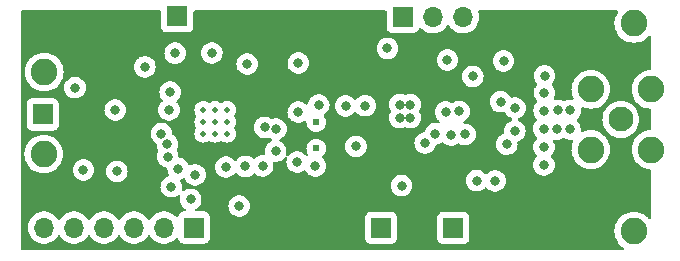
<source format=gbr>
%TF.GenerationSoftware,KiCad,Pcbnew,(7.0.0)*%
%TF.CreationDate,2023-03-06T00:02:43-06:00*%
%TF.ProjectId,RF Signal Source,52462053-6967-46e6-916c-20536f757263,rev?*%
%TF.SameCoordinates,Original*%
%TF.FileFunction,Copper,L3,Inr*%
%TF.FilePolarity,Positive*%
%FSLAX46Y46*%
G04 Gerber Fmt 4.6, Leading zero omitted, Abs format (unit mm)*
G04 Created by KiCad (PCBNEW (7.0.0)) date 2023-03-06 00:02:43*
%MOMM*%
%LPD*%
G01*
G04 APERTURE LIST*
%TA.AperFunction,ComponentPad*%
%ADD10C,2.250000*%
%TD*%
%TA.AperFunction,ComponentPad*%
%ADD11C,0.500000*%
%TD*%
%TA.AperFunction,ComponentPad*%
%ADD12R,1.700000X1.700000*%
%TD*%
%TA.AperFunction,ComponentPad*%
%ADD13O,1.700000X1.700000*%
%TD*%
%TA.AperFunction,ComponentPad*%
%ADD14C,0.610000*%
%TD*%
%TA.AperFunction,ComponentPad*%
%ADD15C,2.100000*%
%TD*%
%TA.AperFunction,ViaPad*%
%ADD16C,0.800000*%
%TD*%
G04 APERTURE END LIST*
D10*
%TO.N,GND*%
%TO.C,*%
X149288016Y-83966640D03*
%TD*%
%TO.N,GND*%
%TO.C,*%
X149252267Y-90901942D03*
%TD*%
%TO.N,GND*%
%TO.C,*%
X199209993Y-97431249D03*
%TD*%
%TO.N,GND*%
%TO.C,*%
X199209993Y-79842751D03*
%TD*%
D11*
%TO.N,GND*%
%TO.C,U2*%
X164770367Y-87177500D03*
X163770367Y-87177500D03*
X162770367Y-87177500D03*
X164770367Y-88177500D03*
X163770367Y-88177500D03*
X162770367Y-88177500D03*
X164770367Y-89177500D03*
X163770367Y-89177500D03*
X162770367Y-89177500D03*
%TD*%
D12*
%TO.N,MCU3V3*%
%TO.C,J3*%
X160568785Y-79249124D03*
%TD*%
%TO.N,SIGNAL_PWR*%
%TO.C,J8*%
X177808718Y-97150920D03*
%TD*%
%TO.N,AMP_PWRDWN*%
%TO.C,J7*%
X183920627Y-97160140D03*
%TD*%
%TO.N,5V*%
%TO.C,J4*%
X149154436Y-87556971D03*
%TD*%
%TO.N,ATTENDATA*%
%TO.C,J6*%
X179651367Y-79307067D03*
D13*
%TO.N,ATTENCLK*%
X182191367Y-79307067D03*
%TO.N,ATTENLE*%
X184731367Y-79307067D03*
%TD*%
%TO.N,MAXMUX*%
%TO.C,J5*%
X149266769Y-97128697D03*
%TO.N,MAXLD*%
X151806769Y-97128697D03*
%TO.N,MAXCLK*%
X154346769Y-97128697D03*
%TO.N,MAXDATA*%
X156886769Y-97128697D03*
%TO.N,MAXLE*%
X159426769Y-97128697D03*
D12*
%TO.N,MAXCE*%
X161966769Y-97128697D03*
%TD*%
D14*
%TO.N,GND*%
%TO.C,FL1*%
X172315169Y-88219699D03*
X172315169Y-90429699D03*
%TD*%
D15*
%TO.N,Net-(J1-In)*%
%TO.C,J1*%
X198120000Y-87973684D03*
D10*
%TO.N,GND*%
X195570000Y-90523684D03*
X200670000Y-90523684D03*
X200670000Y-85423684D03*
X195570000Y-85423684D03*
%TD*%
D16*
%TO.N,GND*%
X179383189Y-87833184D03*
X180294437Y-87833184D03*
X180294437Y-86732092D03*
X179413564Y-86716905D03*
%TO.N,3V3*%
X152678022Y-94536872D03*
%TO.N,GND*%
X161689252Y-94739373D03*
%TO.N,VCC_CP*%
X160049005Y-93676250D03*
%TO.N,MCU3V3*%
X159723000Y-90095247D03*
X159853500Y-87169998D03*
%TO.N,GND*%
X191604991Y-91831180D03*
X191604991Y-90312434D03*
X184420689Y-87296761D03*
%TO.N,3V3*%
X169883713Y-80282502D03*
%TO.N,5V*%
X188177276Y-83029902D03*
%TO.N,GND*%
X191650553Y-84283010D03*
X191635366Y-85725819D03*
%TO.N,VCC_CP*%
X167784851Y-91910766D03*
%TO.N,CP_OUT*%
X166331234Y-91953563D03*
%TO.N,VCC_CP*%
X164668860Y-92011601D03*
%TO.N,GND*%
X175689615Y-90247447D03*
X172252692Y-91928872D03*
X170712002Y-91573328D03*
X170800888Y-87351246D03*
X172534164Y-86758674D03*
X174800756Y-86832745D03*
X176459960Y-86817931D03*
X178351588Y-81963271D03*
X183433068Y-82957643D03*
X183271923Y-87360623D03*
%TO.N,MAXLD*%
X152609213Y-92251662D03*
%TO.N,GND*%
X155438998Y-92376021D03*
%TO.N,MAXMUX*%
X159216751Y-89177249D03*
%TO.N,MAXCLK*%
X159743465Y-91130545D03*
%TO.N,5V*%
X155305042Y-87168280D03*
%TO.N,GND*%
X166481252Y-83290863D03*
%TO.N,CP_OUT*%
X163491974Y-82342540D03*
%TO.N,GND*%
X179550044Y-93588615D03*
X165801041Y-95297938D03*
X157814755Y-83523713D03*
X160385320Y-82368081D03*
X189142540Y-88957565D03*
X189161728Y-87000353D03*
X167961724Y-88650551D03*
X168914746Y-88778473D03*
X168889161Y-90665328D03*
%TO.N,3V3*%
X157479999Y-80346908D03*
%TO.N,GND*%
X193802504Y-88777499D03*
X193845678Y-87208851D03*
X192723159Y-88791890D03*
X192766333Y-87208851D03*
X191600640Y-88763108D03*
X191615032Y-87223243D03*
X185573506Y-84338826D03*
%TO.N,3V3*%
X176569815Y-84579373D03*
X174035088Y-92806648D03*
%TO.N,GND*%
X185899708Y-93166210D03*
X187460361Y-93172606D03*
X170803621Y-83205972D03*
X151896189Y-85285452D03*
X182419479Y-89185693D03*
X184918229Y-89241126D03*
X183749871Y-89305087D03*
%TO.N,*%
X181541728Y-89968151D03*
X181541728Y-89968151D03*
%TO.N,GND*%
X187930151Y-86479394D03*
%TO.N,AMP_PWRDWN*%
X188449768Y-90072829D03*
%TO.N,3V3*%
X181505055Y-91994715D03*
X167592029Y-86858897D03*
%TO.N,MAXLD*%
X159957117Y-85670477D03*
%TO.N,MAXLE*%
X162065457Y-92666113D03*
%TO.N,MAXDATA*%
X160638909Y-92131335D03*
%TD*%
%TA.AperFunction,Conductor*%
%TO.N,3V3*%
G36*
X159148286Y-78756613D02*
G01*
X159193673Y-78802000D01*
X159210286Y-78864000D01*
X159210286Y-80147763D01*
X159216797Y-80208326D01*
X159219503Y-80215583D01*
X159219505Y-80215588D01*
X159254710Y-80309974D01*
X159267897Y-80345329D01*
X159355525Y-80462386D01*
X159472582Y-80550014D01*
X159609585Y-80601114D01*
X159670148Y-80607625D01*
X161464114Y-80607625D01*
X161467424Y-80607625D01*
X161527987Y-80601114D01*
X161664990Y-80550014D01*
X161782047Y-80462386D01*
X161869675Y-80345329D01*
X161920775Y-80208326D01*
X161927286Y-80147763D01*
X161927286Y-78864000D01*
X161943899Y-78802000D01*
X161989286Y-78756613D01*
X162051286Y-78740000D01*
X178168868Y-78740000D01*
X178230868Y-78756613D01*
X178276255Y-78802000D01*
X178292868Y-78864000D01*
X178292868Y-80205706D01*
X178293220Y-80208986D01*
X178293221Y-80208992D01*
X178295559Y-80230744D01*
X178299379Y-80266269D01*
X178302085Y-80273526D01*
X178302087Y-80273531D01*
X178347379Y-80394962D01*
X178350479Y-80403272D01*
X178355793Y-80410371D01*
X178355794Y-80410372D01*
X178389418Y-80455289D01*
X178438107Y-80520329D01*
X178555164Y-80607957D01*
X178692167Y-80659057D01*
X178752730Y-80665568D01*
X180546696Y-80665568D01*
X180550006Y-80665568D01*
X180610569Y-80659057D01*
X180747572Y-80607957D01*
X180864629Y-80520329D01*
X180952257Y-80403272D01*
X180997505Y-80281957D01*
X181033457Y-80230744D01*
X181089838Y-80203606D01*
X181152293Y-80207454D01*
X181204916Y-80241308D01*
X181264656Y-80306203D01*
X181264659Y-80306206D01*
X181268128Y-80309974D01*
X181272169Y-80313119D01*
X181441744Y-80445107D01*
X181441749Y-80445110D01*
X181445792Y-80448257D01*
X181450299Y-80450696D01*
X181450302Y-80450698D01*
X181624000Y-80544698D01*
X181643794Y-80555410D01*
X181856733Y-80628512D01*
X182078799Y-80665568D01*
X182298804Y-80665568D01*
X182303937Y-80665568D01*
X182526003Y-80628512D01*
X182738942Y-80555410D01*
X182936944Y-80448257D01*
X183114608Y-80309974D01*
X183267090Y-80144336D01*
X183357558Y-80005863D01*
X183402350Y-79964629D01*
X183461368Y-79949684D01*
X183520386Y-79964629D01*
X183565177Y-80005863D01*
X183652838Y-80140040D01*
X183652846Y-80140050D01*
X183655646Y-80144336D01*
X183659120Y-80148109D01*
X183659121Y-80148111D01*
X183804656Y-80306203D01*
X183804659Y-80306206D01*
X183808128Y-80309974D01*
X183812169Y-80313119D01*
X183981744Y-80445107D01*
X183981749Y-80445110D01*
X183985792Y-80448257D01*
X183990299Y-80450696D01*
X183990302Y-80450698D01*
X184164000Y-80544698D01*
X184183794Y-80555410D01*
X184396733Y-80628512D01*
X184618799Y-80665568D01*
X184838804Y-80665568D01*
X184843937Y-80665568D01*
X185066003Y-80628512D01*
X185278942Y-80555410D01*
X185476944Y-80448257D01*
X185654608Y-80309974D01*
X185807090Y-80144336D01*
X185930228Y-79955859D01*
X186020664Y-79749684D01*
X186075932Y-79531436D01*
X186094524Y-79307068D01*
X186075932Y-79082700D01*
X186028257Y-78894439D01*
X186027103Y-78838553D01*
X186050611Y-78787838D01*
X186094004Y-78752600D01*
X186148464Y-78740000D01*
X197748528Y-78740000D01*
X197811230Y-78757021D01*
X197856718Y-78803411D01*
X197872504Y-78866435D01*
X197854255Y-78928790D01*
X197752581Y-79094705D01*
X197752577Y-79094711D01*
X197750033Y-79098864D01*
X197748169Y-79103363D01*
X197748167Y-79103368D01*
X197653502Y-79331910D01*
X197651638Y-79336411D01*
X197650503Y-79341135D01*
X197650500Y-79341147D01*
X197592751Y-79581691D01*
X197592749Y-79581697D01*
X197591615Y-79586425D01*
X197571442Y-79842751D01*
X197591615Y-80099077D01*
X197592750Y-80103806D01*
X197592751Y-80103810D01*
X197650500Y-80344354D01*
X197650502Y-80344362D01*
X197651638Y-80349091D01*
X197750033Y-80586638D01*
X197752580Y-80590795D01*
X197752581Y-80590796D01*
X197798184Y-80665214D01*
X197884377Y-80805867D01*
X197887541Y-80809572D01*
X197887545Y-80809577D01*
X198047056Y-80996340D01*
X198051362Y-81001382D01*
X198055069Y-81004548D01*
X198243166Y-81165198D01*
X198243169Y-81165200D01*
X198246877Y-81168367D01*
X198466106Y-81302711D01*
X198703653Y-81401106D01*
X198953667Y-81461129D01*
X199209993Y-81481302D01*
X199466319Y-81461129D01*
X199716333Y-81401106D01*
X199953880Y-81302711D01*
X200173109Y-81168367D01*
X200368624Y-81001382D01*
X200441709Y-80915809D01*
X200490352Y-80881048D01*
X200549607Y-80873089D01*
X200605698Y-80893782D01*
X200645587Y-80938317D01*
X200660000Y-80996340D01*
X200660000Y-83671295D01*
X200644973Y-83730463D01*
X200603535Y-83775290D01*
X200545729Y-83794913D01*
X200418526Y-83804924D01*
X200418524Y-83804924D01*
X200413674Y-83805306D01*
X200408946Y-83806440D01*
X200408940Y-83806442D01*
X200168396Y-83864191D01*
X200168384Y-83864194D01*
X200163660Y-83865329D01*
X200159163Y-83867191D01*
X200159159Y-83867193D01*
X199930617Y-83961858D01*
X199930612Y-83961860D01*
X199926113Y-83963724D01*
X199921960Y-83966268D01*
X199921954Y-83966272D01*
X199711042Y-84095519D01*
X199711033Y-84095525D01*
X199706884Y-84098068D01*
X199703184Y-84101227D01*
X199703173Y-84101236D01*
X199515076Y-84261886D01*
X199515069Y-84261892D01*
X199511369Y-84265053D01*
X199508208Y-84268753D01*
X199508202Y-84268760D01*
X199347552Y-84456857D01*
X199347543Y-84456868D01*
X199344384Y-84460568D01*
X199341841Y-84464717D01*
X199341835Y-84464726D01*
X199212588Y-84675638D01*
X199212584Y-84675644D01*
X199210040Y-84679797D01*
X199208176Y-84684296D01*
X199208174Y-84684301D01*
X199115404Y-84908269D01*
X199111645Y-84917344D01*
X199110510Y-84922068D01*
X199110507Y-84922080D01*
X199052758Y-85162624D01*
X199052756Y-85162630D01*
X199051622Y-85167358D01*
X199051240Y-85172206D01*
X199051240Y-85172209D01*
X199041792Y-85292256D01*
X199031449Y-85423684D01*
X199031831Y-85428538D01*
X199044056Y-85583881D01*
X199051622Y-85680010D01*
X199052757Y-85684739D01*
X199052758Y-85684743D01*
X199110507Y-85925287D01*
X199110509Y-85925295D01*
X199111645Y-85930024D01*
X199210040Y-86167571D01*
X199212587Y-86171728D01*
X199212588Y-86171729D01*
X199341807Y-86382596D01*
X199344384Y-86386800D01*
X199347548Y-86390505D01*
X199347552Y-86390510D01*
X199508202Y-86578607D01*
X199511369Y-86582315D01*
X199515076Y-86585481D01*
X199703173Y-86746131D01*
X199703176Y-86746133D01*
X199706884Y-86749300D01*
X199926113Y-86883644D01*
X200163660Y-86982039D01*
X200413674Y-87042062D01*
X200521870Y-87050577D01*
X200545729Y-87052455D01*
X200603535Y-87072078D01*
X200644973Y-87116905D01*
X200660000Y-87176073D01*
X200660000Y-88771295D01*
X200644973Y-88830463D01*
X200603535Y-88875290D01*
X200545729Y-88894913D01*
X200418526Y-88904924D01*
X200418524Y-88904924D01*
X200413674Y-88905306D01*
X200408946Y-88906440D01*
X200408940Y-88906442D01*
X200168396Y-88964191D01*
X200168384Y-88964194D01*
X200163660Y-88965329D01*
X200159163Y-88967191D01*
X200159159Y-88967193D01*
X199930617Y-89061858D01*
X199930612Y-89061860D01*
X199926113Y-89063724D01*
X199921960Y-89066268D01*
X199921954Y-89066272D01*
X199711042Y-89195519D01*
X199711033Y-89195525D01*
X199706884Y-89198068D01*
X199703184Y-89201227D01*
X199703173Y-89201236D01*
X199515076Y-89361886D01*
X199515069Y-89361892D01*
X199511369Y-89365053D01*
X199508208Y-89368753D01*
X199508202Y-89368760D01*
X199347552Y-89556857D01*
X199347543Y-89556868D01*
X199344384Y-89560568D01*
X199341841Y-89564717D01*
X199341835Y-89564726D01*
X199212588Y-89775638D01*
X199212584Y-89775644D01*
X199210040Y-89779797D01*
X199208176Y-89784296D01*
X199208174Y-89784301D01*
X199123895Y-89987770D01*
X199111645Y-90017344D01*
X199110510Y-90022068D01*
X199110507Y-90022080D01*
X199052758Y-90262624D01*
X199052756Y-90262630D01*
X199051622Y-90267358D01*
X199051240Y-90272206D01*
X199051240Y-90272209D01*
X199038176Y-90438206D01*
X199031449Y-90523684D01*
X199031831Y-90528538D01*
X199050197Y-90761911D01*
X199051622Y-90780010D01*
X199052757Y-90784739D01*
X199052758Y-90784743D01*
X199110507Y-91025287D01*
X199110509Y-91025295D01*
X199111645Y-91030024D01*
X199210040Y-91267571D01*
X199212587Y-91271728D01*
X199212588Y-91271729D01*
X199336942Y-91474657D01*
X199344384Y-91486800D01*
X199347548Y-91490505D01*
X199347552Y-91490510D01*
X199498706Y-91667489D01*
X199511369Y-91682315D01*
X199515076Y-91685481D01*
X199703173Y-91846131D01*
X199703176Y-91846133D01*
X199706884Y-91849300D01*
X199926113Y-91983644D01*
X200163660Y-92082039D01*
X200413674Y-92142062D01*
X200521870Y-92150577D01*
X200545729Y-92152455D01*
X200603535Y-92172078D01*
X200644973Y-92216905D01*
X200660000Y-92276073D01*
X200660000Y-96277660D01*
X200645587Y-96335683D01*
X200605698Y-96380218D01*
X200549607Y-96400911D01*
X200490352Y-96392952D01*
X200441710Y-96358191D01*
X200371790Y-96276325D01*
X200368624Y-96272618D01*
X200364916Y-96269451D01*
X200176819Y-96108801D01*
X200176814Y-96108797D01*
X200173109Y-96105633D01*
X200168953Y-96103086D01*
X200168950Y-96103084D01*
X199958038Y-95973837D01*
X199958037Y-95973836D01*
X199953880Y-95971289D01*
X199716333Y-95872894D01*
X199711604Y-95871758D01*
X199711596Y-95871756D01*
X199471052Y-95814007D01*
X199471048Y-95814006D01*
X199466319Y-95812871D01*
X199461468Y-95812489D01*
X199461467Y-95812489D01*
X199214847Y-95793080D01*
X199209993Y-95792698D01*
X199205139Y-95793080D01*
X198958518Y-95812489D01*
X198958515Y-95812489D01*
X198953667Y-95812871D01*
X198948939Y-95814005D01*
X198948933Y-95814007D01*
X198708389Y-95871756D01*
X198708377Y-95871759D01*
X198703653Y-95872894D01*
X198699156Y-95874756D01*
X198699152Y-95874758D01*
X198470610Y-95969423D01*
X198470605Y-95969425D01*
X198466106Y-95971289D01*
X198461953Y-95973833D01*
X198461947Y-95973837D01*
X198251035Y-96103084D01*
X198251026Y-96103090D01*
X198246877Y-96105633D01*
X198243177Y-96108792D01*
X198243166Y-96108801D01*
X198055069Y-96269451D01*
X198055062Y-96269457D01*
X198051362Y-96272618D01*
X198048201Y-96276318D01*
X198048195Y-96276325D01*
X197887545Y-96464422D01*
X197887536Y-96464433D01*
X197884377Y-96468133D01*
X197881834Y-96472282D01*
X197881828Y-96472291D01*
X197752581Y-96683203D01*
X197752577Y-96683209D01*
X197750033Y-96687362D01*
X197748169Y-96691861D01*
X197748167Y-96691866D01*
X197653502Y-96920408D01*
X197651638Y-96924909D01*
X197650503Y-96929633D01*
X197650500Y-96929645D01*
X197592751Y-97170189D01*
X197592749Y-97170195D01*
X197591615Y-97174923D01*
X197571442Y-97431249D01*
X197591615Y-97687575D01*
X197592750Y-97692304D01*
X197592751Y-97692308D01*
X197650500Y-97932852D01*
X197650502Y-97932860D01*
X197651638Y-97937589D01*
X197750033Y-98175136D01*
X197752580Y-98179293D01*
X197752581Y-98179294D01*
X197872265Y-98374601D01*
X197884377Y-98394365D01*
X197887541Y-98398070D01*
X197887545Y-98398075D01*
X198047056Y-98584838D01*
X198051362Y-98589880D01*
X198055069Y-98593046D01*
X198243166Y-98753696D01*
X198243169Y-98753698D01*
X198246877Y-98756865D01*
X198325056Y-98804773D01*
X198368928Y-98850762D01*
X198384251Y-98912448D01*
X198366998Y-98973621D01*
X198321703Y-99018210D01*
X198260266Y-99034500D01*
X147444000Y-99034500D01*
X147382000Y-99017887D01*
X147336613Y-98972500D01*
X147320000Y-98910500D01*
X147320000Y-97128698D01*
X147903614Y-97128698D01*
X147904038Y-97133815D01*
X147921781Y-97347946D01*
X147921782Y-97347954D01*
X147922206Y-97353066D01*
X147923463Y-97358033D01*
X147923465Y-97358040D01*
X147976215Y-97566343D01*
X147977474Y-97571314D01*
X147979534Y-97576010D01*
X148065850Y-97772794D01*
X148065853Y-97772799D01*
X148067910Y-97777489D01*
X148073640Y-97786259D01*
X148188244Y-97961675D01*
X148188247Y-97961679D01*
X148191048Y-97965966D01*
X148194522Y-97969739D01*
X148194523Y-97969741D01*
X148340058Y-98127833D01*
X148340061Y-98127836D01*
X148343530Y-98131604D01*
X148347571Y-98134749D01*
X148517146Y-98266737D01*
X148517151Y-98266740D01*
X148521194Y-98269887D01*
X148525701Y-98272326D01*
X148525704Y-98272328D01*
X148714689Y-98374601D01*
X148719196Y-98377040D01*
X148932135Y-98450142D01*
X149154201Y-98487198D01*
X149374206Y-98487198D01*
X149379339Y-98487198D01*
X149601405Y-98450142D01*
X149814344Y-98377040D01*
X150012346Y-98269887D01*
X150190010Y-98131604D01*
X150342492Y-97965966D01*
X150364127Y-97932852D01*
X150432961Y-97827493D01*
X150477752Y-97786259D01*
X150536770Y-97771314D01*
X150595788Y-97786259D01*
X150640579Y-97827493D01*
X150728240Y-97961670D01*
X150728248Y-97961680D01*
X150731048Y-97965966D01*
X150734522Y-97969739D01*
X150734523Y-97969741D01*
X150880058Y-98127833D01*
X150880061Y-98127836D01*
X150883530Y-98131604D01*
X150887571Y-98134749D01*
X151057146Y-98266737D01*
X151057151Y-98266740D01*
X151061194Y-98269887D01*
X151065701Y-98272326D01*
X151065704Y-98272328D01*
X151254689Y-98374601D01*
X151259196Y-98377040D01*
X151472135Y-98450142D01*
X151694201Y-98487198D01*
X151914206Y-98487198D01*
X151919339Y-98487198D01*
X152141405Y-98450142D01*
X152354344Y-98377040D01*
X152552346Y-98269887D01*
X152730010Y-98131604D01*
X152882492Y-97965966D01*
X152904127Y-97932852D01*
X152972961Y-97827493D01*
X153017752Y-97786259D01*
X153076770Y-97771314D01*
X153135788Y-97786259D01*
X153180579Y-97827493D01*
X153268240Y-97961670D01*
X153268248Y-97961680D01*
X153271048Y-97965966D01*
X153274522Y-97969739D01*
X153274523Y-97969741D01*
X153420058Y-98127833D01*
X153420061Y-98127836D01*
X153423530Y-98131604D01*
X153427571Y-98134749D01*
X153597146Y-98266737D01*
X153597151Y-98266740D01*
X153601194Y-98269887D01*
X153605701Y-98272326D01*
X153605704Y-98272328D01*
X153794689Y-98374601D01*
X153799196Y-98377040D01*
X154012135Y-98450142D01*
X154234201Y-98487198D01*
X154454206Y-98487198D01*
X154459339Y-98487198D01*
X154681405Y-98450142D01*
X154894344Y-98377040D01*
X155092346Y-98269887D01*
X155270010Y-98131604D01*
X155422492Y-97965966D01*
X155444127Y-97932852D01*
X155512961Y-97827493D01*
X155557752Y-97786259D01*
X155616770Y-97771314D01*
X155675788Y-97786259D01*
X155720579Y-97827493D01*
X155808240Y-97961670D01*
X155808248Y-97961680D01*
X155811048Y-97965966D01*
X155814522Y-97969739D01*
X155814523Y-97969741D01*
X155960058Y-98127833D01*
X155960061Y-98127836D01*
X155963530Y-98131604D01*
X155967571Y-98134749D01*
X156137146Y-98266737D01*
X156137151Y-98266740D01*
X156141194Y-98269887D01*
X156145701Y-98272326D01*
X156145704Y-98272328D01*
X156334689Y-98374601D01*
X156339196Y-98377040D01*
X156552135Y-98450142D01*
X156774201Y-98487198D01*
X156994206Y-98487198D01*
X156999339Y-98487198D01*
X157221405Y-98450142D01*
X157434344Y-98377040D01*
X157632346Y-98269887D01*
X157810010Y-98131604D01*
X157962492Y-97965966D01*
X157984127Y-97932852D01*
X158052961Y-97827493D01*
X158097752Y-97786259D01*
X158156770Y-97771314D01*
X158215788Y-97786259D01*
X158260579Y-97827493D01*
X158348240Y-97961670D01*
X158348248Y-97961680D01*
X158351048Y-97965966D01*
X158354522Y-97969739D01*
X158354523Y-97969741D01*
X158500058Y-98127833D01*
X158500061Y-98127836D01*
X158503530Y-98131604D01*
X158507571Y-98134749D01*
X158677146Y-98266737D01*
X158677151Y-98266740D01*
X158681194Y-98269887D01*
X158685701Y-98272326D01*
X158685704Y-98272328D01*
X158874689Y-98374601D01*
X158879196Y-98377040D01*
X159092135Y-98450142D01*
X159314201Y-98487198D01*
X159534206Y-98487198D01*
X159539339Y-98487198D01*
X159761405Y-98450142D01*
X159974344Y-98377040D01*
X160172346Y-98269887D01*
X160350010Y-98131604D01*
X160413225Y-98062934D01*
X160465843Y-98029084D01*
X160528298Y-98025236D01*
X160584679Y-98052373D01*
X160620632Y-98103587D01*
X160648869Y-98179294D01*
X160665881Y-98224902D01*
X160753509Y-98341959D01*
X160870566Y-98429587D01*
X161007569Y-98480687D01*
X161068132Y-98487198D01*
X162862098Y-98487198D01*
X162865408Y-98487198D01*
X162925971Y-98480687D01*
X163062974Y-98429587D01*
X163180031Y-98341959D01*
X163267659Y-98224902D01*
X163318759Y-98087899D01*
X163322881Y-98049559D01*
X176450219Y-98049559D01*
X176450571Y-98052839D01*
X176450572Y-98052845D01*
X176455121Y-98095161D01*
X176456730Y-98110122D01*
X176459436Y-98117379D01*
X176459438Y-98117384D01*
X176499541Y-98224902D01*
X176507830Y-98247125D01*
X176513144Y-98254224D01*
X176513145Y-98254225D01*
X176582798Y-98347271D01*
X176595458Y-98364182D01*
X176712515Y-98451810D01*
X176849518Y-98502910D01*
X176910081Y-98509421D01*
X178704047Y-98509421D01*
X178707357Y-98509421D01*
X178767920Y-98502910D01*
X178904923Y-98451810D01*
X179021980Y-98364182D01*
X179109608Y-98247125D01*
X179160708Y-98110122D01*
X179166228Y-98058779D01*
X182562128Y-98058779D01*
X182562480Y-98062059D01*
X182562481Y-98062065D01*
X182567647Y-98110122D01*
X182568639Y-98119342D01*
X182571345Y-98126599D01*
X182571347Y-98126604D01*
X182616300Y-98247125D01*
X182619739Y-98256345D01*
X182625053Y-98263444D01*
X182625054Y-98263445D01*
X182687805Y-98347271D01*
X182707367Y-98373402D01*
X182824424Y-98461030D01*
X182961427Y-98512130D01*
X183021990Y-98518641D01*
X184815956Y-98518641D01*
X184819266Y-98518641D01*
X184879829Y-98512130D01*
X185016832Y-98461030D01*
X185133889Y-98373402D01*
X185221517Y-98256345D01*
X185272617Y-98119342D01*
X185279128Y-98058779D01*
X185279128Y-96261503D01*
X185272617Y-96200940D01*
X185221517Y-96063937D01*
X185133889Y-95946880D01*
X185114475Y-95932347D01*
X185023932Y-95864567D01*
X185023931Y-95864566D01*
X185016832Y-95859252D01*
X185008524Y-95856153D01*
X185008522Y-95856152D01*
X184887091Y-95810860D01*
X184887086Y-95810858D01*
X184879829Y-95808152D01*
X184872125Y-95807323D01*
X184872122Y-95807323D01*
X184822552Y-95801994D01*
X184822546Y-95801993D01*
X184819266Y-95801641D01*
X183021990Y-95801641D01*
X183018710Y-95801993D01*
X183018703Y-95801994D01*
X182969133Y-95807323D01*
X182969128Y-95807323D01*
X182961427Y-95808152D01*
X182954171Y-95810858D01*
X182954164Y-95810860D01*
X182832733Y-95856152D01*
X182832727Y-95856154D01*
X182824424Y-95859252D01*
X182817326Y-95864564D01*
X182817323Y-95864567D01*
X182714463Y-95941567D01*
X182714459Y-95941570D01*
X182707367Y-95946880D01*
X182702057Y-95953972D01*
X182702054Y-95953976D01*
X182625054Y-96056836D01*
X182625051Y-96056839D01*
X182619739Y-96063937D01*
X182616641Y-96072240D01*
X182616639Y-96072246D01*
X182571347Y-96193677D01*
X182571345Y-96193684D01*
X182568639Y-96200940D01*
X182567810Y-96208641D01*
X182567810Y-96208646D01*
X182563119Y-96252283D01*
X182562128Y-96261503D01*
X182562128Y-98058779D01*
X179166228Y-98058779D01*
X179167219Y-98049559D01*
X179167219Y-96252283D01*
X179160708Y-96191720D01*
X179109608Y-96054717D01*
X179021980Y-95937660D01*
X178985196Y-95910124D01*
X178912023Y-95855347D01*
X178912022Y-95855346D01*
X178904923Y-95850032D01*
X178896615Y-95846933D01*
X178896613Y-95846932D01*
X178775182Y-95801640D01*
X178775177Y-95801638D01*
X178767920Y-95798932D01*
X178760216Y-95798103D01*
X178760213Y-95798103D01*
X178710643Y-95792774D01*
X178710637Y-95792773D01*
X178707357Y-95792421D01*
X176910081Y-95792421D01*
X176906801Y-95792773D01*
X176906794Y-95792774D01*
X176857224Y-95798103D01*
X176857219Y-95798103D01*
X176849518Y-95798932D01*
X176842262Y-95801638D01*
X176842255Y-95801640D01*
X176720824Y-95846932D01*
X176720818Y-95846934D01*
X176712515Y-95850032D01*
X176705417Y-95855344D01*
X176705414Y-95855347D01*
X176602554Y-95932347D01*
X176602550Y-95932350D01*
X176595458Y-95937660D01*
X176590148Y-95944752D01*
X176590145Y-95944756D01*
X176513145Y-96047616D01*
X176513142Y-96047619D01*
X176507830Y-96054717D01*
X176504732Y-96063020D01*
X176504730Y-96063026D01*
X176459438Y-96184457D01*
X176459436Y-96184464D01*
X176456730Y-96191720D01*
X176455901Y-96199421D01*
X176455901Y-96199426D01*
X176452796Y-96228311D01*
X176450219Y-96252283D01*
X176450219Y-98049559D01*
X163322881Y-98049559D01*
X163325270Y-98027336D01*
X163325270Y-96230060D01*
X163318759Y-96169497D01*
X163267659Y-96032494D01*
X163180031Y-95915437D01*
X163133168Y-95880356D01*
X163070074Y-95833124D01*
X163070073Y-95833123D01*
X163062974Y-95827809D01*
X163054666Y-95824710D01*
X163054664Y-95824709D01*
X162933233Y-95779417D01*
X162933228Y-95779415D01*
X162925971Y-95776709D01*
X162918267Y-95775880D01*
X162918264Y-95775880D01*
X162868694Y-95770551D01*
X162868688Y-95770550D01*
X162865408Y-95770198D01*
X162190988Y-95770198D01*
X162126753Y-95752263D01*
X162081099Y-95703647D01*
X162067233Y-95638413D01*
X162089165Y-95575430D01*
X162135061Y-95537461D01*
X162134439Y-95536384D01*
X162140068Y-95533133D01*
X162146004Y-95530491D01*
X162300505Y-95418239D01*
X162408824Y-95297938D01*
X164887537Y-95297938D01*
X164888216Y-95304398D01*
X164906819Y-95481405D01*
X164906820Y-95481413D01*
X164907499Y-95487866D01*
X164909504Y-95494038D01*
X164909506Y-95494045D01*
X164946587Y-95608167D01*
X164966514Y-95669494D01*
X164969761Y-95675118D01*
X164969762Y-95675120D01*
X165056127Y-95824709D01*
X165062001Y-95834882D01*
X165189788Y-95976804D01*
X165195038Y-95980618D01*
X165195041Y-95980621D01*
X165299942Y-96056836D01*
X165344289Y-96089056D01*
X165350222Y-96091697D01*
X165350223Y-96091698D01*
X165375796Y-96103084D01*
X165518753Y-96166732D01*
X165525111Y-96168083D01*
X165525113Y-96168084D01*
X165531761Y-96169497D01*
X165705554Y-96206438D01*
X165890025Y-96206438D01*
X165896528Y-96206438D01*
X166083329Y-96166732D01*
X166257793Y-96089056D01*
X166412294Y-95976804D01*
X166540081Y-95834882D01*
X166635568Y-95669494D01*
X166694583Y-95487866D01*
X166714545Y-95297938D01*
X166694583Y-95108010D01*
X166635568Y-94926382D01*
X166540081Y-94760994D01*
X166412294Y-94619072D01*
X166407044Y-94615257D01*
X166407040Y-94615254D01*
X166263047Y-94510637D01*
X166263045Y-94510635D01*
X166257793Y-94506820D01*
X166251862Y-94504179D01*
X166251858Y-94504177D01*
X166089267Y-94431787D01*
X166089260Y-94431784D01*
X166083329Y-94429144D01*
X166076976Y-94427793D01*
X166076968Y-94427791D01*
X165902890Y-94390790D01*
X165902887Y-94390789D01*
X165896528Y-94389438D01*
X165705554Y-94389438D01*
X165699195Y-94390789D01*
X165699191Y-94390790D01*
X165525113Y-94427791D01*
X165525102Y-94427794D01*
X165518753Y-94429144D01*
X165512823Y-94431783D01*
X165512814Y-94431787D01*
X165350223Y-94504177D01*
X165350215Y-94504181D01*
X165344289Y-94506820D01*
X165339040Y-94510633D01*
X165339034Y-94510637D01*
X165195041Y-94615254D01*
X165195032Y-94615261D01*
X165189788Y-94619072D01*
X165185444Y-94623895D01*
X165185441Y-94623899D01*
X165075652Y-94745833D01*
X165062001Y-94760994D01*
X165058755Y-94766614D01*
X165058752Y-94766620D01*
X164969762Y-94920755D01*
X164969759Y-94920760D01*
X164966514Y-94926382D01*
X164964508Y-94932554D01*
X164964506Y-94932560D01*
X164909506Y-95101830D01*
X164909504Y-95101839D01*
X164907499Y-95108010D01*
X164906821Y-95114460D01*
X164906819Y-95114470D01*
X164890401Y-95270690D01*
X164887537Y-95297938D01*
X162408824Y-95297938D01*
X162428292Y-95276317D01*
X162523779Y-95110929D01*
X162582794Y-94929301D01*
X162602756Y-94739373D01*
X162582794Y-94549445D01*
X162523779Y-94367817D01*
X162428292Y-94202429D01*
X162300505Y-94060507D01*
X162295255Y-94056692D01*
X162295251Y-94056689D01*
X162151258Y-93952072D01*
X162151256Y-93952070D01*
X162146004Y-93948255D01*
X162140073Y-93945614D01*
X162140069Y-93945612D01*
X161977478Y-93873222D01*
X161977471Y-93873219D01*
X161971540Y-93870579D01*
X161965187Y-93869228D01*
X161965179Y-93869226D01*
X161791101Y-93832225D01*
X161791098Y-93832224D01*
X161784739Y-93830873D01*
X161593765Y-93830873D01*
X161587406Y-93832224D01*
X161587402Y-93832225D01*
X161413324Y-93869226D01*
X161413313Y-93869229D01*
X161406964Y-93870579D01*
X161401034Y-93873218D01*
X161401025Y-93873222D01*
X161238434Y-93945612D01*
X161238426Y-93945616D01*
X161232500Y-93948255D01*
X161227250Y-93952068D01*
X161227240Y-93952075D01*
X161126784Y-94025061D01*
X161069440Y-94047765D01*
X161008251Y-94040035D01*
X160958355Y-94003783D01*
X160932095Y-93947977D01*
X160935969Y-93886423D01*
X160940258Y-93873222D01*
X160942547Y-93866178D01*
X160962509Y-93676250D01*
X160953299Y-93588615D01*
X178636540Y-93588615D01*
X178637219Y-93595075D01*
X178655822Y-93772082D01*
X178655823Y-93772090D01*
X178656502Y-93778543D01*
X178658507Y-93784715D01*
X178658509Y-93784722D01*
X178713509Y-93953992D01*
X178715517Y-93960171D01*
X178718764Y-93965795D01*
X178718765Y-93965797D01*
X178766089Y-94047765D01*
X178811004Y-94125559D01*
X178938791Y-94267481D01*
X178944041Y-94271295D01*
X178944044Y-94271298D01*
X179059410Y-94355116D01*
X179093292Y-94379733D01*
X179099225Y-94382374D01*
X179099226Y-94382375D01*
X179210207Y-94431787D01*
X179267756Y-94457409D01*
X179274114Y-94458760D01*
X179274116Y-94458761D01*
X179296647Y-94463550D01*
X179454557Y-94497115D01*
X179639028Y-94497115D01*
X179645531Y-94497115D01*
X179832332Y-94457409D01*
X180006796Y-94379733D01*
X180161297Y-94267481D01*
X180289084Y-94125559D01*
X180384571Y-93960171D01*
X180443586Y-93778543D01*
X180463548Y-93588615D01*
X180443586Y-93398687D01*
X180384571Y-93217059D01*
X180355213Y-93166210D01*
X184986204Y-93166210D01*
X184986883Y-93172670D01*
X185005486Y-93349677D01*
X185005487Y-93349685D01*
X185006166Y-93356138D01*
X185008171Y-93362310D01*
X185008173Y-93362317D01*
X185063173Y-93531587D01*
X185065181Y-93537766D01*
X185068428Y-93543390D01*
X185068429Y-93543392D01*
X185148864Y-93682710D01*
X185160668Y-93703154D01*
X185288455Y-93845076D01*
X185293705Y-93848890D01*
X185293708Y-93848893D01*
X185430468Y-93948255D01*
X185442956Y-93957328D01*
X185448889Y-93959969D01*
X185448890Y-93959970D01*
X185595087Y-94025061D01*
X185617420Y-94035004D01*
X185623778Y-94036355D01*
X185623780Y-94036356D01*
X185653871Y-94042752D01*
X185804221Y-94074710D01*
X185988692Y-94074710D01*
X185995195Y-94074710D01*
X186181996Y-94035004D01*
X186356460Y-93957328D01*
X186510961Y-93845076D01*
X186585006Y-93762840D01*
X186642976Y-93726617D01*
X186711334Y-93726617D01*
X186769303Y-93762840D01*
X186849108Y-93851472D01*
X186854358Y-93855286D01*
X186854361Y-93855289D01*
X186978680Y-93945612D01*
X187003609Y-93963724D01*
X187009542Y-93966365D01*
X187009543Y-93966366D01*
X187166743Y-94036356D01*
X187178073Y-94041400D01*
X187184431Y-94042751D01*
X187184433Y-94042752D01*
X187221235Y-94050574D01*
X187364874Y-94081106D01*
X187549345Y-94081106D01*
X187555848Y-94081106D01*
X187742649Y-94041400D01*
X187917113Y-93963724D01*
X188071614Y-93851472D01*
X188199401Y-93709550D01*
X188294888Y-93544162D01*
X188353903Y-93362534D01*
X188373865Y-93172606D01*
X188359683Y-93037669D01*
X188354582Y-92989138D01*
X188354581Y-92989137D01*
X188353903Y-92982678D01*
X188294888Y-92801050D01*
X188199401Y-92635662D01*
X188071614Y-92493740D01*
X188066364Y-92489925D01*
X188066360Y-92489922D01*
X187922367Y-92385305D01*
X187922365Y-92385303D01*
X187917113Y-92381488D01*
X187911182Y-92378847D01*
X187911178Y-92378845D01*
X187748587Y-92306455D01*
X187748580Y-92306452D01*
X187742649Y-92303812D01*
X187736296Y-92302461D01*
X187736288Y-92302459D01*
X187562210Y-92265458D01*
X187562207Y-92265457D01*
X187555848Y-92264106D01*
X187364874Y-92264106D01*
X187358515Y-92265457D01*
X187358511Y-92265458D01*
X187184433Y-92302459D01*
X187184422Y-92302462D01*
X187178073Y-92303812D01*
X187172143Y-92306451D01*
X187172134Y-92306455D01*
X187009543Y-92378845D01*
X187009535Y-92378849D01*
X187003609Y-92381488D01*
X186998360Y-92385301D01*
X186998354Y-92385305D01*
X186854361Y-92489922D01*
X186854352Y-92489929D01*
X186849108Y-92493740D01*
X186844764Y-92498563D01*
X186844760Y-92498568D01*
X186775062Y-92575975D01*
X186717091Y-92612199D01*
X186648733Y-92612198D01*
X186590764Y-92575975D01*
X186510961Y-92487344D01*
X186505711Y-92483529D01*
X186505707Y-92483526D01*
X186361714Y-92378909D01*
X186361712Y-92378907D01*
X186356460Y-92375092D01*
X186350529Y-92372451D01*
X186350525Y-92372449D01*
X186187934Y-92300059D01*
X186187927Y-92300056D01*
X186181996Y-92297416D01*
X186175643Y-92296065D01*
X186175635Y-92296063D01*
X186001557Y-92259062D01*
X186001554Y-92259061D01*
X185995195Y-92257710D01*
X185804221Y-92257710D01*
X185797862Y-92259061D01*
X185797858Y-92259062D01*
X185623780Y-92296063D01*
X185623769Y-92296066D01*
X185617420Y-92297416D01*
X185611490Y-92300055D01*
X185611481Y-92300059D01*
X185448890Y-92372449D01*
X185448882Y-92372453D01*
X185442956Y-92375092D01*
X185437707Y-92378905D01*
X185437701Y-92378909D01*
X185293708Y-92483526D01*
X185293699Y-92483533D01*
X185288455Y-92487344D01*
X185284111Y-92492167D01*
X185284108Y-92492171D01*
X185165015Y-92624438D01*
X185160668Y-92629266D01*
X185157422Y-92634886D01*
X185157419Y-92634892D01*
X185068429Y-92789027D01*
X185068426Y-92789032D01*
X185065181Y-92794654D01*
X185063175Y-92800826D01*
X185063173Y-92800832D01*
X185008173Y-92970102D01*
X185008171Y-92970111D01*
X185006166Y-92976282D01*
X185005488Y-92982732D01*
X185005486Y-92982742D01*
X184991291Y-93117812D01*
X184986204Y-93166210D01*
X180355213Y-93166210D01*
X180289084Y-93051671D01*
X180161297Y-92909749D01*
X180156047Y-92905934D01*
X180156043Y-92905931D01*
X180012050Y-92801314D01*
X180012048Y-92801312D01*
X180006796Y-92797497D01*
X180000865Y-92794856D01*
X180000861Y-92794854D01*
X179838270Y-92722464D01*
X179838263Y-92722461D01*
X179832332Y-92719821D01*
X179825979Y-92718470D01*
X179825971Y-92718468D01*
X179651893Y-92681467D01*
X179651890Y-92681466D01*
X179645531Y-92680115D01*
X179454557Y-92680115D01*
X179448198Y-92681466D01*
X179448194Y-92681467D01*
X179274116Y-92718468D01*
X179274105Y-92718471D01*
X179267756Y-92719821D01*
X179261826Y-92722460D01*
X179261817Y-92722464D01*
X179099226Y-92794854D01*
X179099218Y-92794858D01*
X179093292Y-92797497D01*
X179088043Y-92801310D01*
X179088037Y-92801314D01*
X178944044Y-92905931D01*
X178944035Y-92905938D01*
X178938791Y-92909749D01*
X178934447Y-92914572D01*
X178934444Y-92914576D01*
X178815351Y-93046843D01*
X178811004Y-93051671D01*
X178807758Y-93057291D01*
X178807755Y-93057297D01*
X178718765Y-93211432D01*
X178718762Y-93211437D01*
X178715517Y-93217059D01*
X178713511Y-93223231D01*
X178713509Y-93223237D01*
X178658509Y-93392507D01*
X178658507Y-93392516D01*
X178656502Y-93398687D01*
X178655824Y-93405137D01*
X178655822Y-93405147D01*
X178641293Y-93543392D01*
X178636540Y-93588615D01*
X160953299Y-93588615D01*
X160947376Y-93532263D01*
X160943226Y-93492782D01*
X160943225Y-93492781D01*
X160942547Y-93486322D01*
X160883532Y-93304694D01*
X160816363Y-93188355D01*
X160799921Y-93132846D01*
X160810471Y-93075921D01*
X160845715Y-93029990D01*
X160897970Y-93005066D01*
X160914836Y-93001481D01*
X160914835Y-93001481D01*
X160921197Y-93000129D01*
X161055320Y-92940413D01*
X161123012Y-92930900D01*
X161185460Y-92958703D01*
X161223685Y-93015373D01*
X161230930Y-93037669D01*
X161234177Y-93043293D01*
X161234178Y-93043295D01*
X161305679Y-93167139D01*
X161326417Y-93203057D01*
X161454204Y-93344979D01*
X161459454Y-93348793D01*
X161459457Y-93348796D01*
X161519620Y-93392507D01*
X161608705Y-93457231D01*
X161783169Y-93534907D01*
X161789527Y-93536258D01*
X161789529Y-93536259D01*
X161796619Y-93537766D01*
X161969970Y-93574613D01*
X162154441Y-93574613D01*
X162160944Y-93574613D01*
X162347745Y-93534907D01*
X162522209Y-93457231D01*
X162676710Y-93344979D01*
X162804497Y-93203057D01*
X162899984Y-93037669D01*
X162958999Y-92856041D01*
X162978961Y-92666113D01*
X162958999Y-92476185D01*
X162899984Y-92294557D01*
X162804497Y-92129169D01*
X162698638Y-92011601D01*
X163755356Y-92011601D01*
X163756035Y-92018061D01*
X163774638Y-92195068D01*
X163774639Y-92195076D01*
X163775318Y-92201529D01*
X163777323Y-92207701D01*
X163777325Y-92207708D01*
X163832014Y-92376021D01*
X163834333Y-92383157D01*
X163837580Y-92388781D01*
X163837581Y-92388783D01*
X163924950Y-92540111D01*
X163929820Y-92548545D01*
X164057607Y-92690467D01*
X164062857Y-92694281D01*
X164062860Y-92694284D01*
X164126971Y-92740863D01*
X164212108Y-92802719D01*
X164218041Y-92805360D01*
X164218042Y-92805361D01*
X164342358Y-92860710D01*
X164386572Y-92880395D01*
X164392930Y-92881746D01*
X164392932Y-92881747D01*
X164426815Y-92888949D01*
X164573373Y-92920101D01*
X164757844Y-92920101D01*
X164764347Y-92920101D01*
X164951148Y-92880395D01*
X165125612Y-92802719D01*
X165280113Y-92690467D01*
X165407900Y-92548545D01*
X165414981Y-92536279D01*
X165454830Y-92494283D01*
X165509404Y-92474955D01*
X165566806Y-92482510D01*
X165614520Y-92515303D01*
X165644689Y-92548809D01*
X165719981Y-92632429D01*
X165725231Y-92636243D01*
X165725234Y-92636246D01*
X165867599Y-92739680D01*
X165874482Y-92744681D01*
X165880415Y-92747322D01*
X165880416Y-92747323D01*
X166038964Y-92817913D01*
X166048946Y-92822357D01*
X166055304Y-92823708D01*
X166055306Y-92823709D01*
X166092108Y-92831531D01*
X166235747Y-92862063D01*
X166420218Y-92862063D01*
X166426721Y-92862063D01*
X166613522Y-92822357D01*
X166787986Y-92744681D01*
X166942487Y-92632429D01*
X166985160Y-92585035D01*
X167043126Y-92548813D01*
X167111481Y-92548809D01*
X167163598Y-92581370D01*
X167164422Y-92580456D01*
X167169251Y-92584804D01*
X167173598Y-92589632D01*
X167178848Y-92593446D01*
X167178851Y-92593449D01*
X167305740Y-92685639D01*
X167328099Y-92701884D01*
X167334032Y-92704525D01*
X167334033Y-92704526D01*
X167430727Y-92747577D01*
X167502563Y-92779560D01*
X167508921Y-92780911D01*
X167508923Y-92780912D01*
X167518648Y-92782979D01*
X167689364Y-92819266D01*
X167873835Y-92819266D01*
X167880338Y-92819266D01*
X168067139Y-92779560D01*
X168241603Y-92701884D01*
X168396104Y-92589632D01*
X168523891Y-92447710D01*
X168619378Y-92282322D01*
X168678393Y-92100694D01*
X168698355Y-91910766D01*
X168678393Y-91720838D01*
X168678326Y-91720634D01*
X168679004Y-91668881D01*
X168703212Y-91619792D01*
X168746195Y-91585907D01*
X168799578Y-91573828D01*
X168978145Y-91573828D01*
X168984648Y-91573828D01*
X169171449Y-91534122D01*
X169345913Y-91456446D01*
X169500414Y-91344194D01*
X169627608Y-91202930D01*
X169683917Y-91167196D01*
X169750594Y-91165799D01*
X169808351Y-91199144D01*
X169840481Y-91257587D01*
X169837688Y-91324220D01*
X169820468Y-91377217D01*
X169820466Y-91377225D01*
X169818460Y-91383400D01*
X169817782Y-91389850D01*
X169817780Y-91389860D01*
X169802375Y-91536440D01*
X169798498Y-91573328D01*
X169799177Y-91579788D01*
X169817780Y-91756795D01*
X169817781Y-91756803D01*
X169818460Y-91763256D01*
X169820465Y-91769428D01*
X169820467Y-91769435D01*
X169864290Y-91904306D01*
X169877475Y-91944884D01*
X169880722Y-91950508D01*
X169880723Y-91950510D01*
X169963756Y-92094328D01*
X169972962Y-92110272D01*
X170100749Y-92252194D01*
X170105999Y-92256008D01*
X170106002Y-92256011D01*
X170217658Y-92337134D01*
X170255250Y-92364446D01*
X170261183Y-92367087D01*
X170261184Y-92367088D01*
X170287734Y-92378909D01*
X170429714Y-92442122D01*
X170436072Y-92443473D01*
X170436074Y-92443474D01*
X170456003Y-92447710D01*
X170616515Y-92481828D01*
X170800986Y-92481828D01*
X170807489Y-92481828D01*
X170994290Y-92442122D01*
X171168754Y-92364446D01*
X171183928Y-92353422D01*
X171259084Y-92298817D01*
X171323319Y-92275436D01*
X171390184Y-92289648D01*
X171439357Y-92337134D01*
X171505985Y-92452537D01*
X171513652Y-92465816D01*
X171641439Y-92607738D01*
X171646689Y-92611552D01*
X171646692Y-92611555D01*
X171721785Y-92666113D01*
X171795940Y-92719990D01*
X171801873Y-92722631D01*
X171801874Y-92722632D01*
X171963638Y-92794654D01*
X171970404Y-92797666D01*
X171976762Y-92799017D01*
X171976764Y-92799018D01*
X171986324Y-92801050D01*
X172157205Y-92837372D01*
X172341676Y-92837372D01*
X172348179Y-92837372D01*
X172534980Y-92797666D01*
X172709444Y-92719990D01*
X172863945Y-92607738D01*
X172991732Y-92465816D01*
X173087219Y-92300428D01*
X173146234Y-92118800D01*
X173166196Y-91928872D01*
X173146234Y-91738944D01*
X173087219Y-91557316D01*
X172991732Y-91391928D01*
X172863945Y-91250006D01*
X172854777Y-91243345D01*
X172819474Y-91203618D01*
X172804045Y-91152758D01*
X172811327Y-91100110D01*
X172839978Y-91055351D01*
X172955213Y-90940117D01*
X173052744Y-90784897D01*
X173113291Y-90611865D01*
X173132255Y-90443554D01*
X173133036Y-90436622D01*
X173133816Y-90429699D01*
X173113291Y-90247533D01*
X173113261Y-90247447D01*
X174776111Y-90247447D01*
X174776790Y-90253907D01*
X174795393Y-90430914D01*
X174795394Y-90430922D01*
X174796073Y-90437375D01*
X174798078Y-90443547D01*
X174798080Y-90443554D01*
X174853080Y-90612824D01*
X174855088Y-90619003D01*
X174858335Y-90624627D01*
X174858336Y-90624629D01*
X174933901Y-90755512D01*
X174950575Y-90784391D01*
X175078362Y-90926313D01*
X175083612Y-90930127D01*
X175083615Y-90930130D01*
X175182902Y-91002266D01*
X175232863Y-91038565D01*
X175238796Y-91041206D01*
X175238797Y-91041207D01*
X175380850Y-91104453D01*
X175407327Y-91116241D01*
X175413685Y-91117592D01*
X175413687Y-91117593D01*
X175441313Y-91123465D01*
X175594128Y-91155947D01*
X175778599Y-91155947D01*
X175785102Y-91155947D01*
X175971903Y-91116241D01*
X176146367Y-91038565D01*
X176300868Y-90926313D01*
X176428655Y-90784391D01*
X176524142Y-90619003D01*
X176583157Y-90437375D01*
X176603119Y-90247447D01*
X176583157Y-90057519D01*
X176554119Y-89968151D01*
X180628224Y-89968151D01*
X180628903Y-89974611D01*
X180647506Y-90151618D01*
X180647507Y-90151626D01*
X180648186Y-90158079D01*
X180650191Y-90164251D01*
X180650193Y-90164258D01*
X180694283Y-90299950D01*
X180707201Y-90339707D01*
X180710448Y-90345331D01*
X180710449Y-90345333D01*
X180785543Y-90475400D01*
X180802688Y-90505095D01*
X180930475Y-90647017D01*
X180935725Y-90650831D01*
X180935728Y-90650834D01*
X181009640Y-90704534D01*
X181084976Y-90759269D01*
X181090909Y-90761910D01*
X181090910Y-90761911D01*
X181136502Y-90782210D01*
X181259440Y-90836945D01*
X181265798Y-90838296D01*
X181265800Y-90838297D01*
X181302602Y-90846119D01*
X181446241Y-90876651D01*
X181630712Y-90876651D01*
X181637215Y-90876651D01*
X181824016Y-90836945D01*
X181998480Y-90759269D01*
X182152981Y-90647017D01*
X182280768Y-90505095D01*
X182376255Y-90339707D01*
X182429533Y-90175735D01*
X182464491Y-90121905D01*
X182521680Y-90092765D01*
X182701767Y-90054487D01*
X182876231Y-89976811D01*
X182885942Y-89969756D01*
X182940636Y-89930018D01*
X182996264Y-89907542D01*
X183055932Y-89913813D01*
X183105672Y-89947363D01*
X183138618Y-89983953D01*
X183143868Y-89987767D01*
X183143871Y-89987770D01*
X183260945Y-90072829D01*
X183293119Y-90096205D01*
X183299052Y-90098846D01*
X183299053Y-90098847D01*
X183422695Y-90153896D01*
X183467583Y-90173881D01*
X183473941Y-90175232D01*
X183473943Y-90175233D01*
X183510745Y-90183055D01*
X183654384Y-90213587D01*
X183838855Y-90213587D01*
X183845358Y-90213587D01*
X184032159Y-90173881D01*
X184206623Y-90096205D01*
X184216842Y-90088781D01*
X184305181Y-90024598D01*
X184352287Y-90003624D01*
X184403852Y-90003626D01*
X184450956Y-90024600D01*
X184461477Y-90032244D01*
X184467410Y-90034885D01*
X184467411Y-90034886D01*
X184611070Y-90098847D01*
X184635941Y-90109920D01*
X184642299Y-90111271D01*
X184642301Y-90111272D01*
X184679103Y-90119094D01*
X184822742Y-90149626D01*
X185007213Y-90149626D01*
X185013716Y-90149626D01*
X185200517Y-90109920D01*
X185374981Y-90032244D01*
X185529482Y-89919992D01*
X185657269Y-89778070D01*
X185752756Y-89612682D01*
X185811771Y-89431054D01*
X185831733Y-89241126D01*
X185816691Y-89098005D01*
X185812450Y-89057658D01*
X185812449Y-89057657D01*
X185811771Y-89051198D01*
X185752756Y-88869570D01*
X185657269Y-88704182D01*
X185529482Y-88562260D01*
X185524232Y-88558445D01*
X185524228Y-88558442D01*
X185380235Y-88453825D01*
X185380233Y-88453823D01*
X185374981Y-88450008D01*
X185369050Y-88447367D01*
X185369046Y-88447365D01*
X185206455Y-88374975D01*
X185206448Y-88374972D01*
X185200517Y-88372332D01*
X185194164Y-88370981D01*
X185194156Y-88370979D01*
X185020078Y-88333978D01*
X185020075Y-88333977D01*
X185013716Y-88332626D01*
X184911105Y-88332626D01*
X184846870Y-88314691D01*
X184801216Y-88266075D01*
X184787350Y-88200840D01*
X184809282Y-88137858D01*
X184860669Y-88095347D01*
X184871502Y-88090523D01*
X184871500Y-88090523D01*
X184877441Y-88087879D01*
X185031942Y-87975627D01*
X185159729Y-87833705D01*
X185255216Y-87668317D01*
X185314231Y-87486689D01*
X185334193Y-87296761D01*
X185314231Y-87106833D01*
X185255216Y-86925205D01*
X185159729Y-86759817D01*
X185031942Y-86617895D01*
X185026692Y-86614080D01*
X185026688Y-86614077D01*
X184882695Y-86509460D01*
X184882693Y-86509458D01*
X184877441Y-86505643D01*
X184871510Y-86503002D01*
X184871506Y-86503000D01*
X184818486Y-86479394D01*
X187016647Y-86479394D01*
X187017326Y-86485854D01*
X187035929Y-86662861D01*
X187035930Y-86662869D01*
X187036609Y-86669322D01*
X187038614Y-86675494D01*
X187038616Y-86675501D01*
X187093616Y-86844771D01*
X187095624Y-86850950D01*
X187098871Y-86856574D01*
X187098872Y-86856576D01*
X187186215Y-87007859D01*
X187191111Y-87016338D01*
X187318898Y-87158260D01*
X187324148Y-87162074D01*
X187324151Y-87162077D01*
X187404752Y-87220637D01*
X187473399Y-87270512D01*
X187479332Y-87273153D01*
X187479333Y-87273154D01*
X187640221Y-87344786D01*
X187647863Y-87348188D01*
X187654221Y-87349539D01*
X187654223Y-87349540D01*
X187691025Y-87357362D01*
X187834664Y-87387894D01*
X188019135Y-87387894D01*
X188025638Y-87387894D01*
X188212439Y-87348188D01*
X188212822Y-87349994D01*
X188257253Y-87346099D01*
X188309346Y-87366089D01*
X188347400Y-87406895D01*
X188406167Y-87508683D01*
X188422688Y-87537297D01*
X188550475Y-87679219D01*
X188555725Y-87683033D01*
X188555728Y-87683036D01*
X188661917Y-87760187D01*
X188704976Y-87791471D01*
X188710909Y-87794112D01*
X188710910Y-87794113D01*
X188862338Y-87861533D01*
X188909080Y-87897789D01*
X188933706Y-87951573D01*
X188930613Y-88010646D01*
X188900504Y-88061565D01*
X188859468Y-88087011D01*
X188860252Y-88088771D01*
X188691722Y-88163804D01*
X188691714Y-88163808D01*
X188685788Y-88166447D01*
X188680539Y-88170260D01*
X188680533Y-88170264D01*
X188536540Y-88274881D01*
X188536531Y-88274888D01*
X188531287Y-88278699D01*
X188526943Y-88283522D01*
X188526940Y-88283526D01*
X188420388Y-88401865D01*
X188403500Y-88420621D01*
X188400254Y-88426241D01*
X188400251Y-88426247D01*
X188311261Y-88580382D01*
X188311258Y-88580387D01*
X188308013Y-88586009D01*
X188306007Y-88592181D01*
X188306005Y-88592187D01*
X188251005Y-88761457D01*
X188251003Y-88761466D01*
X188248998Y-88767637D01*
X188248320Y-88774087D01*
X188248318Y-88774097D01*
X188234429Y-88906252D01*
X188229036Y-88957565D01*
X188229715Y-88964025D01*
X188241629Y-89077383D01*
X188234836Y-89132737D01*
X188204472Y-89179516D01*
X188166681Y-89202242D01*
X188167480Y-89204035D01*
X187998950Y-89279068D01*
X187998942Y-89279072D01*
X187993016Y-89281711D01*
X187987767Y-89285524D01*
X187987761Y-89285528D01*
X187843768Y-89390145D01*
X187843759Y-89390152D01*
X187838515Y-89393963D01*
X187834171Y-89398786D01*
X187834168Y-89398790D01*
X187724403Y-89520697D01*
X187710728Y-89535885D01*
X187707482Y-89541505D01*
X187707479Y-89541511D01*
X187618489Y-89695646D01*
X187618486Y-89695651D01*
X187615241Y-89701273D01*
X187613235Y-89707445D01*
X187613233Y-89707451D01*
X187558233Y-89876721D01*
X187558231Y-89876730D01*
X187556226Y-89882901D01*
X187555548Y-89889351D01*
X187555546Y-89889361D01*
X187540266Y-90034750D01*
X187536264Y-90072829D01*
X187536943Y-90079289D01*
X187555546Y-90256296D01*
X187555547Y-90256304D01*
X187556226Y-90262757D01*
X187558231Y-90268929D01*
X187558233Y-90268936D01*
X187612963Y-90437375D01*
X187615241Y-90444385D01*
X187618488Y-90450009D01*
X187618489Y-90450011D01*
X187702297Y-90595171D01*
X187710728Y-90609773D01*
X187838515Y-90751695D01*
X187843765Y-90755509D01*
X187843768Y-90755512D01*
X187952212Y-90834301D01*
X187993016Y-90863947D01*
X187998949Y-90866588D01*
X187998950Y-90866589D01*
X188151339Y-90934437D01*
X188167480Y-90941623D01*
X188173838Y-90942974D01*
X188173840Y-90942975D01*
X188193139Y-90947077D01*
X188354281Y-90981329D01*
X188538752Y-90981329D01*
X188545255Y-90981329D01*
X188732056Y-90941623D01*
X188906520Y-90863947D01*
X189061021Y-90751695D01*
X189188808Y-90609773D01*
X189284295Y-90444385D01*
X189343310Y-90262757D01*
X189363272Y-90072829D01*
X189350678Y-89953007D01*
X189357484Y-89897619D01*
X189387891Y-89850822D01*
X189425632Y-89828166D01*
X189424828Y-89826359D01*
X189465744Y-89808142D01*
X189599292Y-89748683D01*
X189753793Y-89636431D01*
X189881580Y-89494509D01*
X189977067Y-89329121D01*
X190036082Y-89147493D01*
X190056044Y-88957565D01*
X190036082Y-88767637D01*
X190034610Y-88763108D01*
X190687136Y-88763108D01*
X190688072Y-88772013D01*
X190706418Y-88946575D01*
X190706419Y-88946583D01*
X190707098Y-88953036D01*
X190709103Y-88959208D01*
X190709105Y-88959215D01*
X190764105Y-89128485D01*
X190766113Y-89134664D01*
X190769360Y-89140288D01*
X190769361Y-89140290D01*
X190858170Y-89294112D01*
X190861600Y-89300052D01*
X190942720Y-89390145D01*
X190979554Y-89431054D01*
X190989387Y-89441974D01*
X190994649Y-89445797D01*
X190996626Y-89447577D01*
X191032851Y-89505546D01*
X191032854Y-89573904D01*
X190997100Y-89631124D01*
X190993738Y-89633568D01*
X190989395Y-89638390D01*
X190989393Y-89638393D01*
X190894925Y-89743311D01*
X190865951Y-89775490D01*
X190862705Y-89781110D01*
X190862702Y-89781116D01*
X190773712Y-89935251D01*
X190773709Y-89935256D01*
X190770464Y-89940878D01*
X190768458Y-89947050D01*
X190768456Y-89947056D01*
X190713456Y-90116326D01*
X190713454Y-90116335D01*
X190711449Y-90122506D01*
X190710771Y-90128956D01*
X190710769Y-90128966D01*
X190696059Y-90268936D01*
X190691487Y-90312434D01*
X190692166Y-90318894D01*
X190710769Y-90495901D01*
X190710770Y-90495909D01*
X190711449Y-90502362D01*
X190713454Y-90508534D01*
X190713456Y-90508541D01*
X190759691Y-90650834D01*
X190770464Y-90683990D01*
X190773711Y-90689614D01*
X190773712Y-90689616D01*
X190831217Y-90789218D01*
X190865951Y-90849378D01*
X190918026Y-90907213D01*
X190991518Y-90988835D01*
X191019685Y-91041809D01*
X191019685Y-91101805D01*
X190991518Y-91154779D01*
X190875282Y-91283873D01*
X190865951Y-91294236D01*
X190862705Y-91299856D01*
X190862702Y-91299862D01*
X190773712Y-91453997D01*
X190773709Y-91454002D01*
X190770464Y-91459624D01*
X190768458Y-91465796D01*
X190768456Y-91465802D01*
X190713456Y-91635072D01*
X190713454Y-91635081D01*
X190711449Y-91641252D01*
X190710771Y-91647702D01*
X190710769Y-91647712D01*
X190695188Y-91795966D01*
X190691487Y-91831180D01*
X190692166Y-91837640D01*
X190710769Y-92014647D01*
X190710770Y-92014655D01*
X190711449Y-92021108D01*
X190713454Y-92027280D01*
X190713456Y-92027287D01*
X190763048Y-92179913D01*
X190770464Y-92202736D01*
X190773711Y-92208360D01*
X190773712Y-92208362D01*
X190862358Y-92361902D01*
X190865951Y-92368124D01*
X190993738Y-92510046D01*
X190998988Y-92513860D01*
X190998991Y-92513863D01*
X191096633Y-92584804D01*
X191148239Y-92622298D01*
X191154172Y-92624939D01*
X191154173Y-92624940D01*
X191301349Y-92690467D01*
X191322703Y-92699974D01*
X191329061Y-92701325D01*
X191329063Y-92701326D01*
X191341521Y-92703974D01*
X191509504Y-92739680D01*
X191693975Y-92739680D01*
X191700478Y-92739680D01*
X191887279Y-92699974D01*
X192061743Y-92622298D01*
X192216244Y-92510046D01*
X192344031Y-92368124D01*
X192439518Y-92202736D01*
X192498533Y-92021108D01*
X192518495Y-91831180D01*
X192506846Y-91720344D01*
X192499212Y-91647712D01*
X192499211Y-91647711D01*
X192498533Y-91641252D01*
X192439518Y-91459624D01*
X192344031Y-91294236D01*
X192317872Y-91265184D01*
X192279741Y-91222835D01*
X192218462Y-91154777D01*
X192190296Y-91101805D01*
X192190296Y-91041809D01*
X192218463Y-90988835D01*
X192344031Y-90849378D01*
X192439518Y-90683990D01*
X192498533Y-90502362D01*
X192518495Y-90312434D01*
X192498533Y-90122506D01*
X192439518Y-89940878D01*
X192394182Y-89862355D01*
X192377815Y-89808142D01*
X192387259Y-89752304D01*
X192420546Y-89706489D01*
X192470732Y-89680252D01*
X192527351Y-89679066D01*
X192627672Y-89700390D01*
X192812143Y-89700390D01*
X192818646Y-89700390D01*
X193005447Y-89660684D01*
X193179911Y-89583008D01*
X193199849Y-89568521D01*
X193247117Y-89547513D01*
X193298846Y-89547618D01*
X193333834Y-89563339D01*
X193334869Y-89561549D01*
X193340493Y-89564796D01*
X193345752Y-89568617D01*
X193430846Y-89606503D01*
X193506638Y-89640248D01*
X193520216Y-89646293D01*
X193526574Y-89647644D01*
X193526576Y-89647645D01*
X193553694Y-89653409D01*
X193707017Y-89685999D01*
X193891488Y-89685999D01*
X193897991Y-89685999D01*
X193942580Y-89676521D01*
X194008986Y-89680655D01*
X194063697Y-89718520D01*
X194090959Y-89779215D01*
X194082922Y-89845263D01*
X194013510Y-90012838D01*
X194013504Y-90012854D01*
X194011645Y-90017344D01*
X194010510Y-90022068D01*
X194010507Y-90022080D01*
X193952758Y-90262624D01*
X193952756Y-90262630D01*
X193951622Y-90267358D01*
X193951240Y-90272206D01*
X193951240Y-90272209D01*
X193938176Y-90438206D01*
X193931449Y-90523684D01*
X193931831Y-90528538D01*
X193950197Y-90761911D01*
X193951622Y-90780010D01*
X193952757Y-90784739D01*
X193952758Y-90784743D01*
X194010507Y-91025287D01*
X194010509Y-91025295D01*
X194011645Y-91030024D01*
X194110040Y-91267571D01*
X194112587Y-91271728D01*
X194112588Y-91271729D01*
X194236942Y-91474657D01*
X194244384Y-91486800D01*
X194247548Y-91490505D01*
X194247552Y-91490510D01*
X194398706Y-91667489D01*
X194411369Y-91682315D01*
X194415076Y-91685481D01*
X194603173Y-91846131D01*
X194603176Y-91846133D01*
X194606884Y-91849300D01*
X194826113Y-91983644D01*
X195063660Y-92082039D01*
X195313674Y-92142062D01*
X195570000Y-92162235D01*
X195826326Y-92142062D01*
X196076340Y-92082039D01*
X196313887Y-91983644D01*
X196533116Y-91849300D01*
X196728631Y-91682315D01*
X196895616Y-91486800D01*
X197029960Y-91267571D01*
X197128355Y-91030024D01*
X197188378Y-90780010D01*
X197208551Y-90523684D01*
X197188378Y-90267358D01*
X197128355Y-90017344D01*
X197029960Y-89779797D01*
X196895616Y-89560568D01*
X196885569Y-89548805D01*
X196731797Y-89368760D01*
X196728631Y-89365053D01*
X196715595Y-89353919D01*
X196536826Y-89201236D01*
X196536821Y-89201232D01*
X196533116Y-89198068D01*
X196528960Y-89195521D01*
X196528957Y-89195519D01*
X196318045Y-89066272D01*
X196318044Y-89066271D01*
X196313887Y-89063724D01*
X196076340Y-88965329D01*
X196071611Y-88964193D01*
X196071603Y-88964191D01*
X195831059Y-88906442D01*
X195831055Y-88906441D01*
X195826326Y-88905306D01*
X195821475Y-88904924D01*
X195821474Y-88904924D01*
X195574854Y-88885515D01*
X195570000Y-88885133D01*
X195565146Y-88885515D01*
X195318525Y-88904924D01*
X195318522Y-88904924D01*
X195313674Y-88905306D01*
X195308946Y-88906440D01*
X195308940Y-88906442D01*
X195068396Y-88964191D01*
X195068384Y-88964194D01*
X195063660Y-88965329D01*
X195059170Y-88967188D01*
X195059154Y-88967194D01*
X194872103Y-89044673D01*
X194809270Y-89053154D01*
X194750459Y-89029467D01*
X194711044Y-88979805D01*
X194701330Y-88917150D01*
X194701507Y-88915472D01*
X194716008Y-88777499D01*
X194696046Y-88587571D01*
X194637031Y-88405943D01*
X194541544Y-88240555D01*
X194415611Y-88100692D01*
X194415609Y-88100689D01*
X194413757Y-88098633D01*
X194414000Y-88098413D01*
X194385040Y-88057431D01*
X194375774Y-88003490D01*
X194384182Y-87973684D01*
X196556681Y-87973684D01*
X196557063Y-87978538D01*
X196575405Y-88211603D01*
X196575928Y-88218241D01*
X196577063Y-88222970D01*
X196577064Y-88222974D01*
X196632057Y-88452039D01*
X196632059Y-88452047D01*
X196633195Y-88456776D01*
X196635059Y-88461276D01*
X196716135Y-88657011D01*
X196727073Y-88683416D01*
X196729609Y-88687555D01*
X196729613Y-88687562D01*
X196852702Y-88888426D01*
X196855248Y-88892580D01*
X196858413Y-88896286D01*
X196858414Y-88896287D01*
X196974272Y-89031938D01*
X197014567Y-89079117D01*
X197201104Y-89238436D01*
X197205256Y-89240980D01*
X197205257Y-89240981D01*
X197378836Y-89347350D01*
X197410268Y-89366611D01*
X197636908Y-89460489D01*
X197875443Y-89517756D01*
X198120000Y-89537003D01*
X198364557Y-89517756D01*
X198603092Y-89460489D01*
X198829732Y-89366611D01*
X199038896Y-89238436D01*
X199225433Y-89079117D01*
X199384752Y-88892580D01*
X199512927Y-88683416D01*
X199606805Y-88456776D01*
X199664072Y-88218241D01*
X199683319Y-87973684D01*
X199664072Y-87729127D01*
X199606805Y-87490592D01*
X199512927Y-87263952D01*
X199491939Y-87229703D01*
X199387297Y-87058941D01*
X199387296Y-87058940D01*
X199384752Y-87054788D01*
X199225433Y-86868251D01*
X199191425Y-86839205D01*
X199042603Y-86712098D01*
X199042602Y-86712097D01*
X199038896Y-86708932D01*
X199034745Y-86706388D01*
X199034742Y-86706386D01*
X198833878Y-86583297D01*
X198833871Y-86583293D01*
X198829732Y-86580757D01*
X198825237Y-86578895D01*
X198825235Y-86578894D01*
X198607592Y-86488743D01*
X198603092Y-86486879D01*
X198598363Y-86485743D01*
X198598355Y-86485741D01*
X198369290Y-86430748D01*
X198369286Y-86430747D01*
X198364557Y-86429612D01*
X198359706Y-86429230D01*
X198359705Y-86429230D01*
X198124854Y-86410747D01*
X198120000Y-86410365D01*
X198115146Y-86410747D01*
X197880294Y-86429230D01*
X197880291Y-86429230D01*
X197875443Y-86429612D01*
X197870715Y-86430746D01*
X197870709Y-86430748D01*
X197641644Y-86485741D01*
X197641632Y-86485744D01*
X197636908Y-86486879D01*
X197632411Y-86488741D01*
X197632407Y-86488743D01*
X197414764Y-86578894D01*
X197414756Y-86578897D01*
X197410268Y-86580757D01*
X197406133Y-86583290D01*
X197406121Y-86583297D01*
X197205257Y-86706386D01*
X197205247Y-86706392D01*
X197201104Y-86708932D01*
X197197403Y-86712092D01*
X197197396Y-86712098D01*
X197018267Y-86865090D01*
X197018261Y-86865095D01*
X197014567Y-86868251D01*
X197011411Y-86871945D01*
X197011406Y-86871951D01*
X196858414Y-87051080D01*
X196858408Y-87051087D01*
X196855248Y-87054788D01*
X196852708Y-87058931D01*
X196852702Y-87058941D01*
X196729613Y-87259805D01*
X196729606Y-87259817D01*
X196727073Y-87263952D01*
X196725213Y-87268440D01*
X196725210Y-87268448D01*
X196635059Y-87486091D01*
X196633195Y-87490592D01*
X196632060Y-87495316D01*
X196632057Y-87495328D01*
X196577064Y-87724393D01*
X196577062Y-87724399D01*
X196575928Y-87729127D01*
X196575546Y-87733975D01*
X196575546Y-87733978D01*
X196562654Y-87897789D01*
X196556681Y-87973684D01*
X194384182Y-87973684D01*
X194390633Y-87950814D01*
X194426718Y-87909667D01*
X194456931Y-87887717D01*
X194584718Y-87745795D01*
X194680205Y-87580407D01*
X194739220Y-87398779D01*
X194759182Y-87208851D01*
X194742185Y-87047136D01*
X194751899Y-86984484D01*
X194791314Y-86934821D01*
X194850126Y-86911135D01*
X194912956Y-86919615D01*
X195063660Y-86982039D01*
X195313674Y-87042062D01*
X195570000Y-87062235D01*
X195826326Y-87042062D01*
X196076340Y-86982039D01*
X196313887Y-86883644D01*
X196533116Y-86749300D01*
X196728631Y-86582315D01*
X196895616Y-86386800D01*
X197029960Y-86167571D01*
X197128355Y-85930024D01*
X197188378Y-85680010D01*
X197208551Y-85423684D01*
X197188378Y-85167358D01*
X197128355Y-84917344D01*
X197029960Y-84679797D01*
X196895616Y-84460568D01*
X196858113Y-84416658D01*
X196731797Y-84268760D01*
X196728631Y-84265053D01*
X196684895Y-84227699D01*
X196536826Y-84101236D01*
X196536821Y-84101232D01*
X196533116Y-84098068D01*
X196528960Y-84095521D01*
X196528957Y-84095519D01*
X196318045Y-83966272D01*
X196318044Y-83966271D01*
X196313887Y-83963724D01*
X196076340Y-83865329D01*
X196071611Y-83864193D01*
X196071603Y-83864191D01*
X195831059Y-83806442D01*
X195831055Y-83806441D01*
X195826326Y-83805306D01*
X195821475Y-83804924D01*
X195821474Y-83804924D01*
X195574854Y-83785515D01*
X195570000Y-83785133D01*
X195565146Y-83785515D01*
X195318525Y-83804924D01*
X195318522Y-83804924D01*
X195313674Y-83805306D01*
X195308946Y-83806440D01*
X195308940Y-83806442D01*
X195068396Y-83864191D01*
X195068384Y-83864194D01*
X195063660Y-83865329D01*
X195059163Y-83867191D01*
X195059159Y-83867193D01*
X194830617Y-83961858D01*
X194830612Y-83961860D01*
X194826113Y-83963724D01*
X194821960Y-83966268D01*
X194821954Y-83966272D01*
X194611042Y-84095519D01*
X194611033Y-84095525D01*
X194606884Y-84098068D01*
X194603184Y-84101227D01*
X194603173Y-84101236D01*
X194415076Y-84261886D01*
X194415069Y-84261892D01*
X194411369Y-84265053D01*
X194408208Y-84268753D01*
X194408202Y-84268760D01*
X194247552Y-84456857D01*
X194247543Y-84456868D01*
X194244384Y-84460568D01*
X194241841Y-84464717D01*
X194241835Y-84464726D01*
X194112588Y-84675638D01*
X194112584Y-84675644D01*
X194110040Y-84679797D01*
X194108176Y-84684296D01*
X194108174Y-84684301D01*
X194015404Y-84908269D01*
X194011645Y-84917344D01*
X194010510Y-84922068D01*
X194010507Y-84922080D01*
X193952758Y-85162624D01*
X193952756Y-85162630D01*
X193951622Y-85167358D01*
X193951240Y-85172206D01*
X193951240Y-85172209D01*
X193941792Y-85292256D01*
X193931449Y-85423684D01*
X193931831Y-85428538D01*
X193944056Y-85583881D01*
X193951622Y-85680010D01*
X193952757Y-85684739D01*
X193952758Y-85684743D01*
X194010507Y-85925287D01*
X194010509Y-85925295D01*
X194011645Y-85930024D01*
X194026793Y-85966594D01*
X194096460Y-86134786D01*
X194104497Y-86200834D01*
X194077236Y-86261528D01*
X194022527Y-86299394D01*
X193956121Y-86303530D01*
X193941165Y-86300351D01*
X193750191Y-86300351D01*
X193743832Y-86301702D01*
X193743828Y-86301703D01*
X193569750Y-86338704D01*
X193569739Y-86338707D01*
X193563390Y-86340057D01*
X193557460Y-86342696D01*
X193557451Y-86342700D01*
X193394862Y-86415089D01*
X193394853Y-86415093D01*
X193388926Y-86417733D01*
X193383674Y-86421548D01*
X193383670Y-86421551D01*
X193380513Y-86423845D01*
X193378893Y-86425023D01*
X193378887Y-86425027D01*
X193331783Y-86445997D01*
X193280222Y-86445996D01*
X193233119Y-86425023D01*
X193228345Y-86421554D01*
X193228340Y-86421551D01*
X193223085Y-86417733D01*
X193217153Y-86415092D01*
X193217148Y-86415089D01*
X193054559Y-86342700D01*
X193054552Y-86342697D01*
X193048621Y-86340057D01*
X193042268Y-86338706D01*
X193042260Y-86338704D01*
X192868182Y-86301703D01*
X192868179Y-86301702D01*
X192861820Y-86300351D01*
X192670846Y-86300351D01*
X192664490Y-86301701D01*
X192664480Y-86301703D01*
X192580622Y-86319528D01*
X192524004Y-86318342D01*
X192473817Y-86292105D01*
X192440531Y-86246289D01*
X192431087Y-86190451D01*
X192447453Y-86136240D01*
X192469893Y-86097375D01*
X192528908Y-85915747D01*
X192548870Y-85725819D01*
X192528908Y-85535891D01*
X192469893Y-85354263D01*
X192374406Y-85188875D01*
X192290617Y-85095818D01*
X192262451Y-85042845D01*
X192262451Y-84982848D01*
X192290616Y-84929878D01*
X192389593Y-84819954D01*
X192485080Y-84654566D01*
X192544095Y-84472938D01*
X192564057Y-84283010D01*
X192544095Y-84093082D01*
X192485080Y-83911454D01*
X192389593Y-83746066D01*
X192261806Y-83604144D01*
X192256556Y-83600329D01*
X192256552Y-83600326D01*
X192112559Y-83495709D01*
X192112557Y-83495707D01*
X192107305Y-83491892D01*
X192101374Y-83489251D01*
X192101370Y-83489249D01*
X191938779Y-83416859D01*
X191938772Y-83416856D01*
X191932841Y-83414216D01*
X191926488Y-83412865D01*
X191926480Y-83412863D01*
X191752402Y-83375862D01*
X191752399Y-83375861D01*
X191746040Y-83374510D01*
X191555066Y-83374510D01*
X191548707Y-83375861D01*
X191548703Y-83375862D01*
X191374625Y-83412863D01*
X191374614Y-83412866D01*
X191368265Y-83414216D01*
X191362335Y-83416855D01*
X191362326Y-83416859D01*
X191199735Y-83489249D01*
X191199727Y-83489253D01*
X191193801Y-83491892D01*
X191188552Y-83495705D01*
X191188546Y-83495709D01*
X191044553Y-83600326D01*
X191044544Y-83600333D01*
X191039300Y-83604144D01*
X191034956Y-83608967D01*
X191034953Y-83608971D01*
X190939336Y-83715165D01*
X190911513Y-83746066D01*
X190908267Y-83751686D01*
X190908264Y-83751692D01*
X190819274Y-83905827D01*
X190819271Y-83905832D01*
X190816026Y-83911454D01*
X190814020Y-83917626D01*
X190814018Y-83917632D01*
X190759018Y-84086902D01*
X190759016Y-84086911D01*
X190757011Y-84093082D01*
X190756333Y-84099532D01*
X190756331Y-84099542D01*
X190743360Y-84222966D01*
X190737049Y-84283010D01*
X190737728Y-84289470D01*
X190756331Y-84466477D01*
X190756332Y-84466485D01*
X190757011Y-84472938D01*
X190759016Y-84479110D01*
X190759018Y-84479117D01*
X190814018Y-84648387D01*
X190816026Y-84654566D01*
X190819273Y-84660190D01*
X190819274Y-84660192D01*
X190870263Y-84748508D01*
X190911513Y-84819954D01*
X190991032Y-84908269D01*
X190995300Y-84913009D01*
X191023467Y-84965983D01*
X191023467Y-85025979D01*
X190995300Y-85078953D01*
X190950745Y-85128437D01*
X190896326Y-85188875D01*
X190893080Y-85194495D01*
X190893077Y-85194501D01*
X190804087Y-85348636D01*
X190804084Y-85348641D01*
X190800839Y-85354263D01*
X190798833Y-85360435D01*
X190798831Y-85360441D01*
X190743831Y-85529711D01*
X190743829Y-85529720D01*
X190741824Y-85535891D01*
X190741146Y-85542341D01*
X190741144Y-85542351D01*
X190725808Y-85688276D01*
X190721862Y-85725819D01*
X190722541Y-85732279D01*
X190741144Y-85909286D01*
X190741145Y-85909294D01*
X190741824Y-85915747D01*
X190743829Y-85921919D01*
X190743831Y-85921926D01*
X190794079Y-86076570D01*
X190800839Y-86097375D01*
X190804086Y-86102999D01*
X190804087Y-86103001D01*
X190890679Y-86252983D01*
X190896326Y-86262763D01*
X190999331Y-86377162D01*
X191002127Y-86380267D01*
X191030294Y-86433241D01*
X191030294Y-86493237D01*
X191002127Y-86546211D01*
X190880339Y-86681470D01*
X190880334Y-86681476D01*
X190875992Y-86686299D01*
X190872746Y-86691919D01*
X190872743Y-86691925D01*
X190783753Y-86846060D01*
X190783750Y-86846065D01*
X190780505Y-86851687D01*
X190778499Y-86857859D01*
X190778497Y-86857865D01*
X190723497Y-87027135D01*
X190723495Y-87027144D01*
X190721490Y-87033315D01*
X190720812Y-87039765D01*
X190720810Y-87039775D01*
X190703519Y-87204301D01*
X190701528Y-87223243D01*
X190702207Y-87229703D01*
X190720810Y-87406710D01*
X190720811Y-87406718D01*
X190721490Y-87413171D01*
X190723495Y-87419343D01*
X190723497Y-87419350D01*
X190778497Y-87588620D01*
X190780505Y-87594799D01*
X190783752Y-87600423D01*
X190783753Y-87600425D01*
X190870469Y-87750622D01*
X190875992Y-87760187D01*
X190967244Y-87861533D01*
X191003779Y-87902109D01*
X191002075Y-87903642D01*
X191032615Y-87952503D01*
X191032621Y-88020864D01*
X190996400Y-88078839D01*
X190994631Y-88080431D01*
X190989387Y-88084242D01*
X190985045Y-88089063D01*
X190985044Y-88089065D01*
X190869495Y-88217396D01*
X190861600Y-88226164D01*
X190858354Y-88231784D01*
X190858351Y-88231790D01*
X190769361Y-88385925D01*
X190769358Y-88385930D01*
X190766113Y-88391552D01*
X190764107Y-88397724D01*
X190764105Y-88397730D01*
X190709105Y-88567000D01*
X190709103Y-88567009D01*
X190707098Y-88573180D01*
X190706420Y-88579630D01*
X190706418Y-88579640D01*
X190689530Y-88740331D01*
X190687136Y-88763108D01*
X190034610Y-88763108D01*
X189977067Y-88586009D01*
X189881580Y-88420621D01*
X189753793Y-88278699D01*
X189748543Y-88274884D01*
X189748539Y-88274881D01*
X189604546Y-88170264D01*
X189604544Y-88170262D01*
X189599292Y-88166447D01*
X189593363Y-88163807D01*
X189593361Y-88163806D01*
X189441928Y-88096384D01*
X189395178Y-88060117D01*
X189370556Y-88006316D01*
X189373667Y-87947230D01*
X189403803Y-87896312D01*
X189444803Y-87870915D01*
X189444016Y-87869147D01*
X189484858Y-87850963D01*
X189618480Y-87791471D01*
X189772981Y-87679219D01*
X189900768Y-87537297D01*
X189996255Y-87371909D01*
X190055270Y-87190281D01*
X190075232Y-87000353D01*
X190055270Y-86810425D01*
X189996255Y-86628797D01*
X189900768Y-86463409D01*
X189772981Y-86321487D01*
X189767731Y-86317672D01*
X189767727Y-86317669D01*
X189623734Y-86213052D01*
X189623732Y-86213050D01*
X189618480Y-86209235D01*
X189612549Y-86206594D01*
X189612545Y-86206592D01*
X189449954Y-86134202D01*
X189449947Y-86134199D01*
X189444016Y-86131559D01*
X189437663Y-86130208D01*
X189437655Y-86130206D01*
X189263577Y-86093205D01*
X189263574Y-86093204D01*
X189257215Y-86091853D01*
X189066241Y-86091853D01*
X189059882Y-86093204D01*
X189059878Y-86093205D01*
X188879440Y-86131559D01*
X188879058Y-86129764D01*
X188834570Y-86133639D01*
X188782509Y-86113641D01*
X188744478Y-86072851D01*
X188735934Y-86058053D01*
X188669191Y-85942450D01*
X188541404Y-85800528D01*
X188536154Y-85796713D01*
X188536150Y-85796710D01*
X188392157Y-85692093D01*
X188392155Y-85692091D01*
X188386903Y-85688276D01*
X188380972Y-85685635D01*
X188380968Y-85685633D01*
X188218377Y-85613243D01*
X188218370Y-85613240D01*
X188212439Y-85610600D01*
X188206086Y-85609249D01*
X188206078Y-85609247D01*
X188032000Y-85572246D01*
X188031997Y-85572245D01*
X188025638Y-85570894D01*
X187834664Y-85570894D01*
X187828305Y-85572245D01*
X187828301Y-85572246D01*
X187654223Y-85609247D01*
X187654212Y-85609250D01*
X187647863Y-85610600D01*
X187641933Y-85613239D01*
X187641924Y-85613243D01*
X187479333Y-85685633D01*
X187479325Y-85685637D01*
X187473399Y-85688276D01*
X187468150Y-85692089D01*
X187468144Y-85692093D01*
X187324151Y-85796710D01*
X187324142Y-85796717D01*
X187318898Y-85800528D01*
X187314554Y-85805351D01*
X187314551Y-85805355D01*
X187195458Y-85937622D01*
X187191111Y-85942450D01*
X187187865Y-85948070D01*
X187187862Y-85948076D01*
X187098872Y-86102211D01*
X187098869Y-86102216D01*
X187095624Y-86107838D01*
X187093618Y-86114010D01*
X187093616Y-86114016D01*
X187038616Y-86283286D01*
X187038614Y-86283295D01*
X187036609Y-86289466D01*
X187035931Y-86295916D01*
X187035929Y-86295926D01*
X187018605Y-86460768D01*
X187016647Y-86479394D01*
X184818486Y-86479394D01*
X184708915Y-86430610D01*
X184708908Y-86430607D01*
X184702977Y-86427967D01*
X184696624Y-86426616D01*
X184696616Y-86426614D01*
X184522538Y-86389613D01*
X184522535Y-86389612D01*
X184516176Y-86388261D01*
X184325202Y-86388261D01*
X184318843Y-86389612D01*
X184318839Y-86389613D01*
X184144761Y-86426614D01*
X184144750Y-86426617D01*
X184138401Y-86427967D01*
X184132471Y-86430606D01*
X184132462Y-86430610D01*
X183969871Y-86503000D01*
X183969863Y-86503004D01*
X183963937Y-86505643D01*
X183958691Y-86509453D01*
X183958676Y-86509463D01*
X183875241Y-86570083D01*
X183828123Y-86591058D01*
X183776548Y-86591050D01*
X183740481Y-86574979D01*
X183739561Y-86576574D01*
X183733928Y-86573322D01*
X183728675Y-86569505D01*
X183722744Y-86566864D01*
X183722740Y-86566862D01*
X183560149Y-86494472D01*
X183560142Y-86494469D01*
X183554211Y-86491829D01*
X183547858Y-86490478D01*
X183547850Y-86490476D01*
X183373772Y-86453475D01*
X183373769Y-86453474D01*
X183367410Y-86452123D01*
X183176436Y-86452123D01*
X183170077Y-86453474D01*
X183170073Y-86453475D01*
X182995995Y-86490476D01*
X182995984Y-86490479D01*
X182989635Y-86491829D01*
X182983705Y-86494468D01*
X182983696Y-86494472D01*
X182821105Y-86566862D01*
X182821097Y-86566866D01*
X182815171Y-86569505D01*
X182809922Y-86573318D01*
X182809916Y-86573322D01*
X182665923Y-86677939D01*
X182665914Y-86677946D01*
X182660670Y-86681757D01*
X182656326Y-86686580D01*
X182656323Y-86686584D01*
X182537230Y-86818851D01*
X182532883Y-86823679D01*
X182529637Y-86829299D01*
X182529634Y-86829305D01*
X182440644Y-86983440D01*
X182440641Y-86983445D01*
X182437396Y-86989067D01*
X182435390Y-86995239D01*
X182435388Y-86995245D01*
X182380388Y-87164515D01*
X182380386Y-87164524D01*
X182378381Y-87170695D01*
X182377703Y-87177145D01*
X182377701Y-87177155D01*
X182360004Y-87345544D01*
X182358419Y-87360623D01*
X182359098Y-87367083D01*
X182377701Y-87544090D01*
X182377702Y-87544098D01*
X182378381Y-87550551D01*
X182380386Y-87556723D01*
X182380388Y-87556730D01*
X182435388Y-87726000D01*
X182437396Y-87732179D01*
X182440643Y-87737803D01*
X182440644Y-87737805D01*
X182524408Y-87882889D01*
X182532883Y-87897567D01*
X182660670Y-88039489D01*
X182673850Y-88049065D01*
X182711437Y-88076374D01*
X182752862Y-88128641D01*
X182761221Y-88194807D01*
X182734094Y-88255733D01*
X182679330Y-88293795D01*
X182612770Y-88297982D01*
X182521328Y-88278545D01*
X182521325Y-88278544D01*
X182514966Y-88277193D01*
X182323992Y-88277193D01*
X182317633Y-88278544D01*
X182317629Y-88278545D01*
X182143551Y-88315546D01*
X182143540Y-88315549D01*
X182137191Y-88316899D01*
X182131261Y-88319538D01*
X182131252Y-88319542D01*
X181968661Y-88391932D01*
X181968653Y-88391936D01*
X181962727Y-88394575D01*
X181957478Y-88398388D01*
X181957472Y-88398392D01*
X181813479Y-88503009D01*
X181813470Y-88503016D01*
X181808226Y-88506827D01*
X181803882Y-88511650D01*
X181803879Y-88511654D01*
X181729707Y-88594031D01*
X181680439Y-88648749D01*
X181677193Y-88654369D01*
X181677190Y-88654375D01*
X181588200Y-88808510D01*
X181588197Y-88808515D01*
X181584952Y-88814137D01*
X181582947Y-88820306D01*
X181582945Y-88820312D01*
X181531674Y-88978107D01*
X181496715Y-89031938D01*
X181439525Y-89061078D01*
X181265799Y-89098005D01*
X181265795Y-89098005D01*
X181259440Y-89099357D01*
X181253510Y-89101996D01*
X181253501Y-89102000D01*
X181090910Y-89174390D01*
X181090902Y-89174394D01*
X181084976Y-89177033D01*
X181079727Y-89180846D01*
X181079721Y-89180850D01*
X180935728Y-89285467D01*
X180935719Y-89285474D01*
X180930475Y-89289285D01*
X180926131Y-89294108D01*
X180926128Y-89294112D01*
X180831876Y-89398790D01*
X180802688Y-89431207D01*
X180799442Y-89436827D01*
X180799439Y-89436833D01*
X180710449Y-89590968D01*
X180710446Y-89590973D01*
X180707201Y-89596595D01*
X180705195Y-89602767D01*
X180705193Y-89602773D01*
X180650193Y-89772043D01*
X180650191Y-89772052D01*
X180648186Y-89778223D01*
X180647508Y-89784673D01*
X180647506Y-89784683D01*
X180633110Y-89921662D01*
X180628224Y-89968151D01*
X176554119Y-89968151D01*
X176524142Y-89875891D01*
X176428655Y-89710503D01*
X176300868Y-89568581D01*
X176295618Y-89564766D01*
X176295614Y-89564763D01*
X176151621Y-89460146D01*
X176151619Y-89460144D01*
X176146367Y-89456329D01*
X176140436Y-89453688D01*
X176140432Y-89453686D01*
X175977841Y-89381296D01*
X175977834Y-89381293D01*
X175971903Y-89378653D01*
X175965550Y-89377302D01*
X175965542Y-89377300D01*
X175791464Y-89340299D01*
X175791461Y-89340298D01*
X175785102Y-89338947D01*
X175594128Y-89338947D01*
X175587769Y-89340298D01*
X175587765Y-89340299D01*
X175413687Y-89377300D01*
X175413676Y-89377303D01*
X175407327Y-89378653D01*
X175401397Y-89381292D01*
X175401388Y-89381296D01*
X175238797Y-89453686D01*
X175238789Y-89453690D01*
X175232863Y-89456329D01*
X175227614Y-89460142D01*
X175227608Y-89460146D01*
X175083615Y-89564763D01*
X175083606Y-89564770D01*
X175078362Y-89568581D01*
X175074018Y-89573404D01*
X175074015Y-89573408D01*
X174960899Y-89699037D01*
X174950575Y-89710503D01*
X174947329Y-89716123D01*
X174947326Y-89716129D01*
X174858336Y-89870264D01*
X174858333Y-89870269D01*
X174855088Y-89875891D01*
X174853082Y-89882063D01*
X174853080Y-89882069D01*
X174798080Y-90051339D01*
X174798078Y-90051348D01*
X174796073Y-90057519D01*
X174795395Y-90063969D01*
X174795393Y-90063979D01*
X174785033Y-90162559D01*
X174776111Y-90247447D01*
X173113261Y-90247447D01*
X173052744Y-90074501D01*
X172955213Y-89919281D01*
X172825587Y-89789655D01*
X172803043Y-89775490D01*
X172751831Y-89743311D01*
X172670367Y-89692124D01*
X172497335Y-89631577D01*
X172490418Y-89630797D01*
X172490411Y-89630796D01*
X172322092Y-89611832D01*
X172315169Y-89611052D01*
X172308246Y-89611832D01*
X172139926Y-89630796D01*
X172139917Y-89630797D01*
X172133003Y-89631577D01*
X172126429Y-89633877D01*
X172126426Y-89633878D01*
X171966546Y-89689823D01*
X171966543Y-89689824D01*
X171959971Y-89692124D01*
X171954076Y-89695827D01*
X171954074Y-89695829D01*
X171810651Y-89785947D01*
X171810646Y-89785950D01*
X171804751Y-89789655D01*
X171799826Y-89794579D01*
X171799822Y-89794583D01*
X171680053Y-89914352D01*
X171680049Y-89914356D01*
X171675125Y-89919281D01*
X171671420Y-89925176D01*
X171671417Y-89925181D01*
X171582703Y-90066370D01*
X171577594Y-90074501D01*
X171575294Y-90081073D01*
X171575293Y-90081076D01*
X171529399Y-90212234D01*
X171517047Y-90247533D01*
X171516267Y-90254447D01*
X171516266Y-90254456D01*
X171500871Y-90391101D01*
X171496522Y-90429699D01*
X171497302Y-90436622D01*
X171516266Y-90604941D01*
X171516267Y-90604948D01*
X171517047Y-90611865D01*
X171519347Y-90618440D01*
X171519348Y-90618441D01*
X171530683Y-90650834D01*
X171577594Y-90784897D01*
X171581299Y-90790793D01*
X171627798Y-90864797D01*
X171646533Y-90922582D01*
X171635575Y-90982332D01*
X171597552Y-91029707D01*
X171541591Y-91053338D01*
X171481120Y-91047553D01*
X171430654Y-91013741D01*
X171401470Y-90981329D01*
X171323255Y-90894462D01*
X171318005Y-90890647D01*
X171318001Y-90890644D01*
X171174008Y-90786027D01*
X171174006Y-90786025D01*
X171168754Y-90782210D01*
X171162823Y-90779569D01*
X171162819Y-90779567D01*
X171000228Y-90707177D01*
X171000221Y-90707174D01*
X170994290Y-90704534D01*
X170987937Y-90703183D01*
X170987929Y-90703181D01*
X170813851Y-90666180D01*
X170813848Y-90666179D01*
X170807489Y-90664828D01*
X170616515Y-90664828D01*
X170610156Y-90666179D01*
X170610152Y-90666180D01*
X170436074Y-90703181D01*
X170436063Y-90703184D01*
X170429714Y-90704534D01*
X170423784Y-90707173D01*
X170423775Y-90707177D01*
X170261184Y-90779567D01*
X170261176Y-90779571D01*
X170255250Y-90782210D01*
X170250001Y-90786023D01*
X170249995Y-90786027D01*
X170106002Y-90890644D01*
X170105993Y-90890651D01*
X170100749Y-90894462D01*
X170096407Y-90899283D01*
X170096406Y-90899285D01*
X169973555Y-91035725D01*
X169917244Y-91071460D01*
X169850566Y-91072856D01*
X169792810Y-91039509D01*
X169760681Y-90981066D01*
X169763475Y-90914432D01*
X169765821Y-90907213D01*
X169782703Y-90855256D01*
X169802665Y-90665328D01*
X169782703Y-90475400D01*
X169723688Y-90293772D01*
X169628201Y-90128384D01*
X169500414Y-89986462D01*
X169495164Y-89982647D01*
X169495160Y-89982644D01*
X169351167Y-89878027D01*
X169351165Y-89878025D01*
X169345913Y-89874210D01*
X169271042Y-89840875D01*
X169225934Y-89806637D01*
X169200754Y-89755912D01*
X169200754Y-89699280D01*
X169225935Y-89648555D01*
X169271042Y-89614316D01*
X169371498Y-89569591D01*
X169525999Y-89457339D01*
X169653786Y-89315417D01*
X169749273Y-89150029D01*
X169808288Y-88968401D01*
X169828250Y-88778473D01*
X169810704Y-88611528D01*
X169808967Y-88595005D01*
X169808966Y-88595004D01*
X169808288Y-88588545D01*
X169749273Y-88406917D01*
X169653786Y-88241529D01*
X169525999Y-88099607D01*
X169520749Y-88095792D01*
X169520745Y-88095789D01*
X169376752Y-87991172D01*
X169376750Y-87991170D01*
X169371498Y-87987355D01*
X169365567Y-87984714D01*
X169365563Y-87984712D01*
X169202972Y-87912322D01*
X169202965Y-87912319D01*
X169197034Y-87909679D01*
X169190681Y-87908328D01*
X169190673Y-87908326D01*
X169016595Y-87871325D01*
X169016592Y-87871324D01*
X169010233Y-87869973D01*
X168819259Y-87869973D01*
X168812900Y-87871324D01*
X168812896Y-87871325D01*
X168638818Y-87908326D01*
X168638807Y-87908329D01*
X168632458Y-87909679D01*
X168626522Y-87912321D01*
X168626515Y-87912324D01*
X168608059Y-87920541D01*
X168544663Y-87930580D01*
X168484741Y-87907578D01*
X168423730Y-87863250D01*
X168423727Y-87863248D01*
X168418476Y-87859433D01*
X168412545Y-87856792D01*
X168412541Y-87856790D01*
X168249950Y-87784400D01*
X168249943Y-87784397D01*
X168244012Y-87781757D01*
X168237659Y-87780406D01*
X168237651Y-87780404D01*
X168063573Y-87743403D01*
X168063570Y-87743402D01*
X168057211Y-87742051D01*
X167866237Y-87742051D01*
X167859878Y-87743402D01*
X167859874Y-87743403D01*
X167685796Y-87780404D01*
X167685785Y-87780407D01*
X167679436Y-87781757D01*
X167673506Y-87784396D01*
X167673497Y-87784400D01*
X167510906Y-87856790D01*
X167510898Y-87856794D01*
X167504972Y-87859433D01*
X167499723Y-87863246D01*
X167499717Y-87863250D01*
X167355724Y-87967867D01*
X167355715Y-87967874D01*
X167350471Y-87971685D01*
X167346127Y-87976508D01*
X167346124Y-87976512D01*
X167234315Y-88100689D01*
X167222684Y-88113607D01*
X167219438Y-88119227D01*
X167219435Y-88119233D01*
X167130445Y-88273368D01*
X167130442Y-88273373D01*
X167127197Y-88278995D01*
X167125191Y-88285167D01*
X167125189Y-88285173D01*
X167070189Y-88454443D01*
X167070187Y-88454452D01*
X167068182Y-88460623D01*
X167067504Y-88467073D01*
X167067502Y-88467083D01*
X167052321Y-88611528D01*
X167048220Y-88650551D01*
X167048899Y-88657011D01*
X167067502Y-88834018D01*
X167067503Y-88834026D01*
X167068182Y-88840479D01*
X167070187Y-88846651D01*
X167070189Y-88846658D01*
X167124748Y-89014570D01*
X167127197Y-89022107D01*
X167130444Y-89027731D01*
X167130445Y-89027733D01*
X167200490Y-89149055D01*
X167222684Y-89187495D01*
X167350471Y-89329417D01*
X167355721Y-89333231D01*
X167355724Y-89333234D01*
X167445954Y-89398790D01*
X167504972Y-89441669D01*
X167510905Y-89444310D01*
X167510906Y-89444311D01*
X167668717Y-89514573D01*
X167679436Y-89519345D01*
X167685794Y-89520696D01*
X167685796Y-89520697D01*
X167722598Y-89528519D01*
X167866237Y-89559051D01*
X168050708Y-89559051D01*
X168057211Y-89559051D01*
X168244012Y-89519345D01*
X168268406Y-89508483D01*
X168331802Y-89498442D01*
X168391727Y-89521445D01*
X168443487Y-89559051D01*
X168457994Y-89569591D01*
X168532862Y-89602924D01*
X168577971Y-89637163D01*
X168603152Y-89687887D01*
X168603152Y-89744518D01*
X168577972Y-89795244D01*
X168532864Y-89829483D01*
X168438347Y-89871565D01*
X168438337Y-89871570D01*
X168432409Y-89874210D01*
X168427160Y-89878023D01*
X168427154Y-89878027D01*
X168283161Y-89982644D01*
X168283152Y-89982651D01*
X168277908Y-89986462D01*
X168273564Y-89991285D01*
X168273561Y-89991289D01*
X168154468Y-90123556D01*
X168150121Y-90128384D01*
X168146875Y-90134004D01*
X168146872Y-90134010D01*
X168057882Y-90288145D01*
X168057879Y-90288150D01*
X168054634Y-90293772D01*
X168052628Y-90299944D01*
X168052626Y-90299950D01*
X167997626Y-90469220D01*
X167997624Y-90469229D01*
X167995619Y-90475400D01*
X167994941Y-90481850D01*
X167994939Y-90481860D01*
X167979305Y-90630619D01*
X167975657Y-90665328D01*
X167976336Y-90671788D01*
X167993836Y-90838297D01*
X167995619Y-90855256D01*
X167995685Y-90855459D01*
X167995008Y-90907213D01*
X167970800Y-90956302D01*
X167927817Y-90990187D01*
X167874434Y-91002266D01*
X167689364Y-91002266D01*
X167683005Y-91003617D01*
X167683001Y-91003618D01*
X167508923Y-91040619D01*
X167508912Y-91040622D01*
X167502563Y-91041972D01*
X167496633Y-91044611D01*
X167496624Y-91044615D01*
X167334033Y-91117005D01*
X167334025Y-91117009D01*
X167328099Y-91119648D01*
X167322850Y-91123461D01*
X167322844Y-91123465D01*
X167178851Y-91228082D01*
X167178842Y-91228089D01*
X167173598Y-91231900D01*
X167169254Y-91236723D01*
X167169250Y-91236728D01*
X167130924Y-91279293D01*
X167072956Y-91315516D01*
X167004602Y-91315518D01*
X166952487Y-91282957D01*
X166951663Y-91283873D01*
X166946832Y-91279523D01*
X166942487Y-91274697D01*
X166937237Y-91270882D01*
X166937233Y-91270879D01*
X166793240Y-91166262D01*
X166793238Y-91166260D01*
X166787986Y-91162445D01*
X166782055Y-91159804D01*
X166782051Y-91159802D01*
X166619460Y-91087412D01*
X166619453Y-91087409D01*
X166613522Y-91084769D01*
X166607169Y-91083418D01*
X166607161Y-91083416D01*
X166433083Y-91046415D01*
X166433080Y-91046414D01*
X166426721Y-91045063D01*
X166235747Y-91045063D01*
X166229388Y-91046414D01*
X166229384Y-91046415D01*
X166055306Y-91083416D01*
X166055295Y-91083419D01*
X166048946Y-91084769D01*
X166043016Y-91087408D01*
X166043007Y-91087412D01*
X165880416Y-91159802D01*
X165880408Y-91159806D01*
X165874482Y-91162445D01*
X165869233Y-91166258D01*
X165869227Y-91166262D01*
X165725234Y-91270879D01*
X165725225Y-91270886D01*
X165719981Y-91274697D01*
X165715637Y-91279520D01*
X165715634Y-91279524D01*
X165596541Y-91411791D01*
X165592194Y-91416619D01*
X165588948Y-91422240D01*
X165588943Y-91422248D01*
X165585108Y-91428891D01*
X165545256Y-91470885D01*
X165490683Y-91490209D01*
X165433285Y-91482652D01*
X165385573Y-91449860D01*
X165317108Y-91373822D01*
X165280113Y-91332735D01*
X165274863Y-91328920D01*
X165274859Y-91328917D01*
X165130866Y-91224300D01*
X165130864Y-91224298D01*
X165125612Y-91220483D01*
X165119681Y-91217842D01*
X165119677Y-91217840D01*
X164957086Y-91145450D01*
X164957079Y-91145447D01*
X164951148Y-91142807D01*
X164944795Y-91141456D01*
X164944787Y-91141454D01*
X164770709Y-91104453D01*
X164770706Y-91104452D01*
X164764347Y-91103101D01*
X164573373Y-91103101D01*
X164567014Y-91104452D01*
X164567010Y-91104453D01*
X164392932Y-91141454D01*
X164392921Y-91141457D01*
X164386572Y-91142807D01*
X164380642Y-91145446D01*
X164380633Y-91145450D01*
X164218042Y-91217840D01*
X164218034Y-91217844D01*
X164212108Y-91220483D01*
X164206859Y-91224296D01*
X164206853Y-91224300D01*
X164062860Y-91328917D01*
X164062851Y-91328924D01*
X164057607Y-91332735D01*
X164053263Y-91337558D01*
X164053260Y-91337562D01*
X163937793Y-91465802D01*
X163929820Y-91474657D01*
X163926574Y-91480277D01*
X163926571Y-91480283D01*
X163837581Y-91634418D01*
X163837578Y-91634423D01*
X163834333Y-91640045D01*
X163832327Y-91646217D01*
X163832325Y-91646223D01*
X163777325Y-91815493D01*
X163777323Y-91815502D01*
X163775318Y-91821673D01*
X163774640Y-91828123D01*
X163774638Y-91828133D01*
X163762368Y-91944884D01*
X163755356Y-92011601D01*
X162698638Y-92011601D01*
X162676710Y-91987247D01*
X162671460Y-91983432D01*
X162671456Y-91983429D01*
X162527463Y-91878812D01*
X162527461Y-91878810D01*
X162522209Y-91874995D01*
X162516278Y-91872354D01*
X162516274Y-91872352D01*
X162353683Y-91799962D01*
X162353676Y-91799959D01*
X162347745Y-91797319D01*
X162341392Y-91795968D01*
X162341384Y-91795966D01*
X162167306Y-91758965D01*
X162167303Y-91758964D01*
X162160944Y-91757613D01*
X161969970Y-91757613D01*
X161963611Y-91758964D01*
X161963607Y-91758965D01*
X161789529Y-91795966D01*
X161789518Y-91795969D01*
X161783169Y-91797319D01*
X161777231Y-91799962D01*
X161777230Y-91799963D01*
X161649045Y-91857034D01*
X161581351Y-91866547D01*
X161518903Y-91838742D01*
X161480679Y-91782072D01*
X161473436Y-91759779D01*
X161377949Y-91594391D01*
X161250162Y-91452469D01*
X161244912Y-91448654D01*
X161244908Y-91448651D01*
X161100915Y-91344034D01*
X161100913Y-91344032D01*
X161095661Y-91340217D01*
X161089730Y-91337576D01*
X161089726Y-91337574D01*
X160927135Y-91265184D01*
X160927128Y-91265181D01*
X160921197Y-91262541D01*
X160914841Y-91261190D01*
X160914835Y-91261188D01*
X160753244Y-91226841D01*
X160706139Y-91205869D01*
X160671638Y-91167551D01*
X160655704Y-91118512D01*
X160655607Y-91117593D01*
X160637007Y-90940617D01*
X160577992Y-90758989D01*
X160531124Y-90677811D01*
X160519208Y-90657172D01*
X160502595Y-90595171D01*
X160519209Y-90533170D01*
X160557527Y-90466803D01*
X160616542Y-90285175D01*
X160636504Y-90095247D01*
X160616542Y-89905319D01*
X160557527Y-89723691D01*
X160462040Y-89558303D01*
X160334253Y-89416381D01*
X160329003Y-89412566D01*
X160328999Y-89412563D01*
X160179752Y-89304129D01*
X160180756Y-89302746D01*
X160154450Y-89279872D01*
X160132974Y-89237711D01*
X160128854Y-89190575D01*
X160129576Y-89183709D01*
X160130229Y-89177500D01*
X162007068Y-89177500D01*
X162007848Y-89184423D01*
X162025410Y-89340299D01*
X162026205Y-89347350D01*
X162028501Y-89353914D01*
X162028503Y-89353919D01*
X162079387Y-89499336D01*
X162082658Y-89508683D01*
X162173596Y-89653409D01*
X162294458Y-89774271D01*
X162439184Y-89865209D01*
X162600517Y-89921662D01*
X162770367Y-89940799D01*
X162940217Y-89921662D01*
X163101550Y-89865209D01*
X163204395Y-89800586D01*
X163270367Y-89781580D01*
X163336338Y-89800586D01*
X163345968Y-89806637D01*
X163433290Y-89861506D01*
X163433293Y-89861507D01*
X163439184Y-89865209D01*
X163600517Y-89921662D01*
X163770367Y-89940799D01*
X163940217Y-89921662D01*
X164101550Y-89865209D01*
X164204395Y-89800586D01*
X164270367Y-89781580D01*
X164336338Y-89800586D01*
X164345968Y-89806637D01*
X164433290Y-89861506D01*
X164433293Y-89861507D01*
X164439184Y-89865209D01*
X164600517Y-89921662D01*
X164770367Y-89940799D01*
X164940217Y-89921662D01*
X165101550Y-89865209D01*
X165246276Y-89774271D01*
X165367138Y-89653409D01*
X165458076Y-89508683D01*
X165514529Y-89347350D01*
X165533666Y-89177500D01*
X165514529Y-89007650D01*
X165458076Y-88846317D01*
X165448114Y-88830463D01*
X165408638Y-88767637D01*
X165393453Y-88743471D01*
X165374447Y-88677500D01*
X165393454Y-88611527D01*
X165405607Y-88592187D01*
X165458076Y-88508683D01*
X165514529Y-88347350D01*
X165533666Y-88177500D01*
X165514529Y-88007650D01*
X165458076Y-87846317D01*
X165453883Y-87839644D01*
X165416660Y-87780404D01*
X165393453Y-87743471D01*
X165374447Y-87677500D01*
X165393454Y-87611527D01*
X165394462Y-87609924D01*
X165458076Y-87508683D01*
X165513166Y-87351246D01*
X169887384Y-87351246D01*
X169888063Y-87357706D01*
X169906666Y-87534713D01*
X169906667Y-87534721D01*
X169907346Y-87541174D01*
X169909351Y-87547346D01*
X169909353Y-87547353D01*
X169962218Y-87710051D01*
X169966361Y-87722802D01*
X169969608Y-87728426D01*
X169969609Y-87728428D01*
X170046457Y-87861533D01*
X170061848Y-87888190D01*
X170189635Y-88030112D01*
X170194885Y-88033926D01*
X170194888Y-88033929D01*
X170312299Y-88119233D01*
X170344136Y-88142364D01*
X170350069Y-88145005D01*
X170350070Y-88145006D01*
X170503661Y-88213389D01*
X170518600Y-88220040D01*
X170524958Y-88221391D01*
X170524960Y-88221392D01*
X170561762Y-88229214D01*
X170705401Y-88259746D01*
X170889872Y-88259746D01*
X170896375Y-88259746D01*
X171083176Y-88220040D01*
X171257640Y-88142364D01*
X171300416Y-88111284D01*
X171363572Y-88087985D01*
X171429596Y-88101118D01*
X171479029Y-88146813D01*
X171497302Y-88211603D01*
X171497302Y-88212776D01*
X171496522Y-88219699D01*
X171497302Y-88226622D01*
X171516266Y-88394941D01*
X171516267Y-88394948D01*
X171517047Y-88401865D01*
X171519347Y-88408440D01*
X171519348Y-88408441D01*
X171529094Y-88436293D01*
X171577594Y-88574897D01*
X171675125Y-88730117D01*
X171804751Y-88859743D01*
X171959971Y-88957274D01*
X172133003Y-89017821D01*
X172315169Y-89038346D01*
X172497335Y-89017821D01*
X172670367Y-88957274D01*
X172825587Y-88859743D01*
X172955213Y-88730117D01*
X173052744Y-88574897D01*
X173113291Y-88401865D01*
X173133816Y-88219699D01*
X173127715Y-88165555D01*
X173114071Y-88044456D01*
X173113291Y-88037533D01*
X173052744Y-87864501D01*
X173045443Y-87852882D01*
X173033066Y-87833184D01*
X178469685Y-87833184D01*
X178470364Y-87839644D01*
X178488967Y-88016651D01*
X178488968Y-88016659D01*
X178489647Y-88023112D01*
X178491652Y-88029284D01*
X178491654Y-88029291D01*
X178546654Y-88198561D01*
X178548662Y-88204740D01*
X178551909Y-88210364D01*
X178551910Y-88210366D01*
X178634790Y-88353919D01*
X178644149Y-88370128D01*
X178771936Y-88512050D01*
X178777186Y-88515864D01*
X178777189Y-88515867D01*
X178866552Y-88580793D01*
X178926437Y-88624302D01*
X178932370Y-88626943D01*
X178932371Y-88626944D01*
X179059209Y-88683416D01*
X179100901Y-88701978D01*
X179107259Y-88703329D01*
X179107261Y-88703330D01*
X179137738Y-88709808D01*
X179287702Y-88741684D01*
X179472173Y-88741684D01*
X179478676Y-88741684D01*
X179665477Y-88701978D01*
X179788380Y-88647258D01*
X179838812Y-88636539D01*
X179889247Y-88647259D01*
X179927353Y-88664224D01*
X180012149Y-88701978D01*
X180018507Y-88703329D01*
X180018509Y-88703330D01*
X180048986Y-88709808D01*
X180198950Y-88741684D01*
X180383421Y-88741684D01*
X180389924Y-88741684D01*
X180576725Y-88701978D01*
X180751189Y-88624302D01*
X180905690Y-88512050D01*
X181033477Y-88370128D01*
X181128964Y-88204740D01*
X181187979Y-88023112D01*
X181207941Y-87833184D01*
X181187979Y-87643256D01*
X181128964Y-87461628D01*
X181061417Y-87344635D01*
X181044806Y-87282638D01*
X181061417Y-87220640D01*
X181128964Y-87103648D01*
X181187979Y-86922020D01*
X181207941Y-86732092D01*
X181187979Y-86542164D01*
X181128964Y-86360536D01*
X181033477Y-86195148D01*
X180905690Y-86053226D01*
X180900440Y-86049411D01*
X180900436Y-86049408D01*
X180756443Y-85944791D01*
X180756441Y-85944789D01*
X180751189Y-85940974D01*
X180745258Y-85938333D01*
X180745254Y-85938331D01*
X180582663Y-85865941D01*
X180582656Y-85865938D01*
X180576725Y-85863298D01*
X180570372Y-85861947D01*
X180570364Y-85861945D01*
X180396286Y-85824944D01*
X180396283Y-85824943D01*
X180389924Y-85823592D01*
X180198950Y-85823592D01*
X180192591Y-85824943D01*
X180192587Y-85824944D01*
X180018509Y-85861945D01*
X180018498Y-85861948D01*
X180012149Y-85863298D01*
X180006213Y-85865940D01*
X180006206Y-85865943D01*
X179921489Y-85903661D01*
X179871055Y-85914381D01*
X179820620Y-85903661D01*
X179701790Y-85850754D01*
X179701783Y-85850751D01*
X179695852Y-85848111D01*
X179689499Y-85846760D01*
X179689491Y-85846758D01*
X179515413Y-85809757D01*
X179515410Y-85809756D01*
X179509051Y-85808405D01*
X179318077Y-85808405D01*
X179311718Y-85809756D01*
X179311714Y-85809757D01*
X179137636Y-85846758D01*
X179137625Y-85846761D01*
X179131276Y-85848111D01*
X179125346Y-85850750D01*
X179125337Y-85850754D01*
X178962746Y-85923144D01*
X178962738Y-85923148D01*
X178956812Y-85925787D01*
X178951563Y-85929600D01*
X178951557Y-85929604D01*
X178807564Y-86034221D01*
X178807555Y-86034228D01*
X178802311Y-86038039D01*
X178797967Y-86042862D01*
X178797964Y-86042866D01*
X178693662Y-86158706D01*
X178674524Y-86179961D01*
X178671278Y-86185581D01*
X178671275Y-86185587D01*
X178582285Y-86339722D01*
X178582282Y-86339727D01*
X178579037Y-86345349D01*
X178577031Y-86351521D01*
X178577029Y-86351527D01*
X178522029Y-86520797D01*
X178522027Y-86520806D01*
X178520022Y-86526977D01*
X178519344Y-86533427D01*
X178519342Y-86533437D01*
X178504232Y-86677207D01*
X178500060Y-86716905D01*
X178500739Y-86723365D01*
X178519342Y-86900372D01*
X178519343Y-86900380D01*
X178520022Y-86906833D01*
X178522027Y-86913005D01*
X178522029Y-86913012D01*
X178577029Y-87082282D01*
X178579037Y-87088461D01*
X178606401Y-87135856D01*
X178635778Y-87186740D01*
X178652390Y-87248739D01*
X178635777Y-87310739D01*
X178551910Y-87456001D01*
X178551907Y-87456006D01*
X178548662Y-87461628D01*
X178546656Y-87467800D01*
X178546654Y-87467806D01*
X178491654Y-87637076D01*
X178491652Y-87637085D01*
X178489647Y-87643256D01*
X178488969Y-87649706D01*
X178488967Y-87649716D01*
X178477357Y-87760187D01*
X178469685Y-87833184D01*
X173033066Y-87833184D01*
X172987199Y-87760187D01*
X172959272Y-87715741D01*
X172940489Y-87657187D01*
X172952148Y-87596806D01*
X172991381Y-87549454D01*
X173145417Y-87437540D01*
X173273204Y-87295618D01*
X173368691Y-87130230D01*
X173427706Y-86948602D01*
X173439883Y-86832745D01*
X173887252Y-86832745D01*
X173887931Y-86839205D01*
X173906534Y-87016212D01*
X173906535Y-87016220D01*
X173907214Y-87022673D01*
X173909219Y-87028845D01*
X173909221Y-87028852D01*
X173963681Y-87196460D01*
X173966229Y-87204301D01*
X173969476Y-87209925D01*
X173969477Y-87209927D01*
X174056481Y-87360623D01*
X174061716Y-87369689D01*
X174189503Y-87511611D01*
X174194753Y-87515425D01*
X174194756Y-87515428D01*
X174295496Y-87588620D01*
X174344004Y-87623863D01*
X174349937Y-87626504D01*
X174349938Y-87626505D01*
X174488231Y-87688077D01*
X174518468Y-87701539D01*
X174524826Y-87702890D01*
X174524828Y-87702891D01*
X174535804Y-87705224D01*
X174705269Y-87741245D01*
X174889740Y-87741245D01*
X174896243Y-87741245D01*
X175083044Y-87701539D01*
X175257508Y-87623863D01*
X175412009Y-87511611D01*
X175539796Y-87369689D01*
X175540166Y-87370022D01*
X175577310Y-87337444D01*
X175629990Y-87322584D01*
X175683935Y-87331852D01*
X175728633Y-87363441D01*
X175848707Y-87496797D01*
X175853957Y-87500611D01*
X175853960Y-87500614D01*
X175931197Y-87556730D01*
X176003208Y-87609049D01*
X176009141Y-87611690D01*
X176009142Y-87611691D01*
X176136326Y-87668317D01*
X176177672Y-87686725D01*
X176184030Y-87688076D01*
X176184032Y-87688077D01*
X176220834Y-87695899D01*
X176364473Y-87726431D01*
X176548944Y-87726431D01*
X176555447Y-87726431D01*
X176742248Y-87686725D01*
X176916712Y-87609049D01*
X177071213Y-87496797D01*
X177199000Y-87354875D01*
X177294487Y-87189487D01*
X177353502Y-87007859D01*
X177373464Y-86817931D01*
X177358750Y-86677939D01*
X177354181Y-86634463D01*
X177354180Y-86634462D01*
X177353502Y-86628003D01*
X177294487Y-86446375D01*
X177199000Y-86280987D01*
X177071213Y-86139065D01*
X177065963Y-86135250D01*
X177065959Y-86135247D01*
X176921966Y-86030630D01*
X176921964Y-86030628D01*
X176916712Y-86026813D01*
X176910781Y-86024172D01*
X176910777Y-86024170D01*
X176748186Y-85951780D01*
X176748179Y-85951777D01*
X176742248Y-85949137D01*
X176735895Y-85947786D01*
X176735887Y-85947784D01*
X176561809Y-85910783D01*
X176561806Y-85910782D01*
X176555447Y-85909431D01*
X176364473Y-85909431D01*
X176358114Y-85910782D01*
X176358110Y-85910783D01*
X176184032Y-85947784D01*
X176184021Y-85947787D01*
X176177672Y-85949137D01*
X176171742Y-85951776D01*
X176171733Y-85951780D01*
X176009142Y-86024170D01*
X176009134Y-86024174D01*
X176003208Y-86026813D01*
X175997959Y-86030626D01*
X175997953Y-86030630D01*
X175853960Y-86135247D01*
X175853951Y-86135254D01*
X175848707Y-86139065D01*
X175844363Y-86143888D01*
X175844360Y-86143892D01*
X175725262Y-86276164D01*
X175725259Y-86276167D01*
X175723725Y-86277870D01*
X175723721Y-86277875D01*
X175720920Y-86280987D01*
X175720551Y-86280655D01*
X175683390Y-86313239D01*
X175630714Y-86328091D01*
X175576775Y-86318821D01*
X175532081Y-86287233D01*
X175522114Y-86276164D01*
X175412009Y-86153879D01*
X175406759Y-86150064D01*
X175406755Y-86150061D01*
X175262762Y-86045444D01*
X175262760Y-86045442D01*
X175257508Y-86041627D01*
X175251577Y-86038986D01*
X175251573Y-86038984D01*
X175088982Y-85966594D01*
X175088975Y-85966591D01*
X175083044Y-85963951D01*
X175076691Y-85962600D01*
X175076683Y-85962598D01*
X174902605Y-85925597D01*
X174902602Y-85925596D01*
X174896243Y-85924245D01*
X174705269Y-85924245D01*
X174698910Y-85925596D01*
X174698906Y-85925597D01*
X174524828Y-85962598D01*
X174524817Y-85962601D01*
X174518468Y-85963951D01*
X174512538Y-85966590D01*
X174512529Y-85966594D01*
X174349938Y-86038984D01*
X174349930Y-86038988D01*
X174344004Y-86041627D01*
X174338755Y-86045440D01*
X174338749Y-86045444D01*
X174194756Y-86150061D01*
X174194747Y-86150068D01*
X174189503Y-86153879D01*
X174185159Y-86158702D01*
X174185156Y-86158706D01*
X174067420Y-86289466D01*
X174061716Y-86295801D01*
X174058470Y-86301421D01*
X174058467Y-86301427D01*
X173969477Y-86455562D01*
X173969474Y-86455567D01*
X173966229Y-86461189D01*
X173964223Y-86467361D01*
X173964221Y-86467367D01*
X173909221Y-86636637D01*
X173909219Y-86636646D01*
X173907214Y-86642817D01*
X173906536Y-86649267D01*
X173906534Y-86649277D01*
X173890247Y-86804245D01*
X173887252Y-86832745D01*
X173439883Y-86832745D01*
X173447668Y-86758674D01*
X173431567Y-86605477D01*
X173428385Y-86575206D01*
X173428384Y-86575205D01*
X173427706Y-86568746D01*
X173368691Y-86387118D01*
X173273204Y-86221730D01*
X173145417Y-86079808D01*
X173140167Y-86075993D01*
X173140163Y-86075990D01*
X172996170Y-85971373D01*
X172996168Y-85971371D01*
X172990916Y-85967556D01*
X172984985Y-85964915D01*
X172984981Y-85964913D01*
X172822390Y-85892523D01*
X172822383Y-85892520D01*
X172816452Y-85889880D01*
X172810099Y-85888529D01*
X172810091Y-85888527D01*
X172636013Y-85851526D01*
X172636010Y-85851525D01*
X172629651Y-85850174D01*
X172438677Y-85850174D01*
X172432318Y-85851525D01*
X172432314Y-85851526D01*
X172258236Y-85888527D01*
X172258225Y-85888530D01*
X172251876Y-85889880D01*
X172245946Y-85892519D01*
X172245937Y-85892523D01*
X172083346Y-85964913D01*
X172083338Y-85964917D01*
X172077412Y-85967556D01*
X172072163Y-85971369D01*
X172072157Y-85971373D01*
X171928164Y-86075990D01*
X171928155Y-86075997D01*
X171922911Y-86079808D01*
X171918567Y-86084631D01*
X171918564Y-86084635D01*
X171803661Y-86212249D01*
X171795124Y-86221730D01*
X171791878Y-86227350D01*
X171791875Y-86227356D01*
X171702885Y-86381491D01*
X171702882Y-86381496D01*
X171699637Y-86387118D01*
X171697631Y-86393290D01*
X171697629Y-86393296D01*
X171642629Y-86562566D01*
X171642627Y-86562575D01*
X171640622Y-86568746D01*
X171639943Y-86575203D01*
X171639943Y-86575205D01*
X171636097Y-86611795D01*
X171617472Y-86665276D01*
X171577009Y-86704898D01*
X171523150Y-86722397D01*
X171467126Y-86714123D01*
X171420625Y-86681803D01*
X171412141Y-86672380D01*
X171406891Y-86668565D01*
X171406887Y-86668562D01*
X171262894Y-86563945D01*
X171262892Y-86563943D01*
X171257640Y-86560128D01*
X171251709Y-86557487D01*
X171251705Y-86557485D01*
X171089114Y-86485095D01*
X171089107Y-86485092D01*
X171083176Y-86482452D01*
X171076823Y-86481101D01*
X171076815Y-86481099D01*
X170902737Y-86444098D01*
X170902734Y-86444097D01*
X170896375Y-86442746D01*
X170705401Y-86442746D01*
X170699042Y-86444097D01*
X170699038Y-86444098D01*
X170524960Y-86481099D01*
X170524949Y-86481102D01*
X170518600Y-86482452D01*
X170512670Y-86485091D01*
X170512661Y-86485095D01*
X170350070Y-86557485D01*
X170350062Y-86557489D01*
X170344136Y-86560128D01*
X170338887Y-86563941D01*
X170338881Y-86563945D01*
X170194888Y-86668562D01*
X170194879Y-86668569D01*
X170189635Y-86672380D01*
X170185291Y-86677203D01*
X170185288Y-86677207D01*
X170070903Y-86804245D01*
X170061848Y-86814302D01*
X170058602Y-86819922D01*
X170058599Y-86819928D01*
X169969609Y-86974063D01*
X169969606Y-86974068D01*
X169966361Y-86979690D01*
X169964355Y-86985862D01*
X169964353Y-86985868D01*
X169909353Y-87155138D01*
X169909351Y-87155147D01*
X169907346Y-87161318D01*
X169906668Y-87167768D01*
X169906666Y-87167778D01*
X169892082Y-87306548D01*
X169887384Y-87351246D01*
X165513166Y-87351246D01*
X165514529Y-87347350D01*
X165533666Y-87177500D01*
X165514529Y-87007650D01*
X165458076Y-86846317D01*
X165367138Y-86701591D01*
X165246276Y-86580729D01*
X165239663Y-86576574D01*
X165107440Y-86493492D01*
X165101550Y-86489791D01*
X165094987Y-86487494D01*
X165094984Y-86487493D01*
X164946786Y-86435636D01*
X164946781Y-86435634D01*
X164940217Y-86433338D01*
X164933297Y-86432558D01*
X164933296Y-86432558D01*
X164777290Y-86414981D01*
X164770367Y-86414201D01*
X164763444Y-86414981D01*
X164607437Y-86432558D01*
X164607434Y-86432558D01*
X164600517Y-86433338D01*
X164593954Y-86435634D01*
X164593947Y-86435636D01*
X164445749Y-86487493D01*
X164445742Y-86487495D01*
X164439184Y-86489791D01*
X164433300Y-86493488D01*
X164433292Y-86493492D01*
X164336338Y-86554413D01*
X164270365Y-86573419D01*
X164204393Y-86554412D01*
X164107443Y-86493493D01*
X164107437Y-86493490D01*
X164101550Y-86489791D01*
X164094987Y-86487494D01*
X164094984Y-86487493D01*
X163946786Y-86435636D01*
X163946781Y-86435634D01*
X163940217Y-86433338D01*
X163933297Y-86432558D01*
X163933296Y-86432558D01*
X163777290Y-86414981D01*
X163770367Y-86414201D01*
X163763444Y-86414981D01*
X163607437Y-86432558D01*
X163607434Y-86432558D01*
X163600517Y-86433338D01*
X163593954Y-86435634D01*
X163593947Y-86435636D01*
X163445749Y-86487493D01*
X163445742Y-86487495D01*
X163439184Y-86489791D01*
X163433300Y-86493488D01*
X163433292Y-86493492D01*
X163336338Y-86554413D01*
X163270365Y-86573419D01*
X163204393Y-86554412D01*
X163107443Y-86493493D01*
X163107437Y-86493490D01*
X163101550Y-86489791D01*
X163094987Y-86487494D01*
X163094984Y-86487493D01*
X162946786Y-86435636D01*
X162946781Y-86435634D01*
X162940217Y-86433338D01*
X162933297Y-86432558D01*
X162933296Y-86432558D01*
X162777290Y-86414981D01*
X162770367Y-86414201D01*
X162763444Y-86414981D01*
X162607437Y-86432558D01*
X162607434Y-86432558D01*
X162600517Y-86433338D01*
X162593954Y-86435634D01*
X162593947Y-86435636D01*
X162445749Y-86487493D01*
X162445742Y-86487495D01*
X162439184Y-86489791D01*
X162433296Y-86493490D01*
X162433293Y-86493492D01*
X162300358Y-86577021D01*
X162300353Y-86577024D01*
X162294458Y-86580729D01*
X162289533Y-86585653D01*
X162289529Y-86585657D01*
X162178524Y-86696662D01*
X162178520Y-86696666D01*
X162173596Y-86701591D01*
X162169891Y-86707486D01*
X162169888Y-86707491D01*
X162086359Y-86840426D01*
X162086357Y-86840429D01*
X162082658Y-86846317D01*
X162080362Y-86852875D01*
X162080360Y-86852882D01*
X162028503Y-87001080D01*
X162028501Y-87001087D01*
X162026205Y-87007650D01*
X162025425Y-87014567D01*
X162025425Y-87014570D01*
X162009236Y-87158260D01*
X162007068Y-87177500D01*
X162007848Y-87184423D01*
X162023414Y-87322584D01*
X162026205Y-87347350D01*
X162028501Y-87353914D01*
X162028503Y-87353919D01*
X162080360Y-87502117D01*
X162082658Y-87508683D01*
X162086359Y-87514573D01*
X162147280Y-87611528D01*
X162166286Y-87677500D01*
X162147280Y-87743472D01*
X162086359Y-87840426D01*
X162086357Y-87840429D01*
X162082658Y-87846317D01*
X162080362Y-87852875D01*
X162080360Y-87852882D01*
X162028503Y-88001080D01*
X162028501Y-88001087D01*
X162026205Y-88007650D01*
X162025425Y-88014567D01*
X162025425Y-88014570D01*
X162007883Y-88170264D01*
X162007068Y-88177500D01*
X162007848Y-88184423D01*
X162024889Y-88335675D01*
X162026205Y-88347350D01*
X162028501Y-88353914D01*
X162028503Y-88353919D01*
X162080360Y-88502117D01*
X162082658Y-88508683D01*
X162086359Y-88514573D01*
X162147280Y-88611528D01*
X162166286Y-88677500D01*
X162147280Y-88743472D01*
X162086359Y-88840426D01*
X162086357Y-88840429D01*
X162082658Y-88846317D01*
X162080362Y-88852875D01*
X162080360Y-88852882D01*
X162028503Y-89001080D01*
X162028501Y-89001087D01*
X162026205Y-89007650D01*
X162025425Y-89014567D01*
X162025425Y-89014570D01*
X162012111Y-89132737D01*
X162007068Y-89177500D01*
X160130229Y-89177500D01*
X160130255Y-89177249D01*
X160111739Y-89001080D01*
X160110972Y-88993781D01*
X160110971Y-88993780D01*
X160110293Y-88987321D01*
X160051278Y-88805693D01*
X159955791Y-88640305D01*
X159828004Y-88498383D01*
X159822754Y-88494568D01*
X159822750Y-88494565D01*
X159678757Y-88389948D01*
X159678755Y-88389946D01*
X159673503Y-88386131D01*
X159667572Y-88383490D01*
X159667568Y-88383488D01*
X159504977Y-88311098D01*
X159504970Y-88311095D01*
X159499039Y-88308455D01*
X159492686Y-88307104D01*
X159492678Y-88307102D01*
X159318600Y-88270101D01*
X159318597Y-88270100D01*
X159312238Y-88268749D01*
X159121264Y-88268749D01*
X159114905Y-88270100D01*
X159114901Y-88270101D01*
X158940823Y-88307102D01*
X158940812Y-88307105D01*
X158934463Y-88308455D01*
X158928533Y-88311094D01*
X158928524Y-88311098D01*
X158765933Y-88383488D01*
X158765925Y-88383492D01*
X158759999Y-88386131D01*
X158754750Y-88389944D01*
X158754744Y-88389948D01*
X158610751Y-88494565D01*
X158610742Y-88494572D01*
X158605498Y-88498383D01*
X158601154Y-88503206D01*
X158601151Y-88503210D01*
X158519376Y-88594031D01*
X158477711Y-88640305D01*
X158474465Y-88645925D01*
X158474462Y-88645931D01*
X158385472Y-88800066D01*
X158385469Y-88800071D01*
X158382224Y-88805693D01*
X158380218Y-88811865D01*
X158380216Y-88811871D01*
X158325216Y-88981141D01*
X158325214Y-88981150D01*
X158323209Y-88987321D01*
X158322531Y-88993771D01*
X158322529Y-88993781D01*
X158306757Y-89143850D01*
X158303247Y-89177249D01*
X158303926Y-89183709D01*
X158322529Y-89360716D01*
X158322530Y-89360724D01*
X158323209Y-89367177D01*
X158325214Y-89373349D01*
X158325216Y-89373356D01*
X158373091Y-89520697D01*
X158382224Y-89548805D01*
X158385471Y-89554429D01*
X158385472Y-89554431D01*
X158470251Y-89701273D01*
X158477711Y-89714193D01*
X158605498Y-89856115D01*
X158610748Y-89859929D01*
X158610751Y-89859932D01*
X158759999Y-89968367D01*
X158758989Y-89969756D01*
X158785263Y-89992576D01*
X158806766Y-90034750D01*
X158810897Y-90081909D01*
X158810175Y-90088781D01*
X158810175Y-90088786D01*
X158809496Y-90095247D01*
X158810175Y-90101707D01*
X158828778Y-90278714D01*
X158828779Y-90278722D01*
X158829458Y-90285175D01*
X158831463Y-90291347D01*
X158831465Y-90291354D01*
X158878911Y-90437375D01*
X158888473Y-90466803D01*
X158891720Y-90472427D01*
X158891721Y-90472429D01*
X158947256Y-90568619D01*
X158963869Y-90630619D01*
X158947256Y-90692618D01*
X158908938Y-90758989D01*
X158906932Y-90765161D01*
X158906930Y-90765167D01*
X158851930Y-90934437D01*
X158851928Y-90934446D01*
X158849923Y-90940617D01*
X158849245Y-90947067D01*
X158849243Y-90947077D01*
X158836024Y-91072856D01*
X158829961Y-91130545D01*
X158830640Y-91137005D01*
X158849243Y-91314012D01*
X158849244Y-91314020D01*
X158849923Y-91320473D01*
X158851928Y-91326645D01*
X158851930Y-91326652D01*
X158903966Y-91486800D01*
X158908938Y-91502101D01*
X158912185Y-91507725D01*
X158912186Y-91507727D01*
X158993006Y-91647712D01*
X159004425Y-91667489D01*
X159132212Y-91809411D01*
X159137462Y-91813225D01*
X159137465Y-91813228D01*
X159221770Y-91874479D01*
X159286713Y-91921663D01*
X159292646Y-91924304D01*
X159292647Y-91924305D01*
X159434017Y-91987247D01*
X159461177Y-91999339D01*
X159467535Y-92000690D01*
X159467537Y-92000691D01*
X159485293Y-92004465D01*
X159629131Y-92035038D01*
X159676233Y-92056010D01*
X159710735Y-92094328D01*
X159726669Y-92143366D01*
X159735185Y-92224389D01*
X159745367Y-92321263D01*
X159747372Y-92327435D01*
X159747374Y-92327442D01*
X159801585Y-92494283D01*
X159804382Y-92502891D01*
X159807629Y-92508515D01*
X159807630Y-92508517D01*
X159871549Y-92619228D01*
X159887992Y-92674737D01*
X159877443Y-92731661D01*
X159842201Y-92777591D01*
X159789949Y-92802517D01*
X159773078Y-92806103D01*
X159773069Y-92806105D01*
X159766717Y-92807456D01*
X159760787Y-92810095D01*
X159760778Y-92810099D01*
X159598187Y-92882489D01*
X159598179Y-92882493D01*
X159592253Y-92885132D01*
X159587004Y-92888945D01*
X159586998Y-92888949D01*
X159443005Y-92993566D01*
X159442996Y-92993573D01*
X159437752Y-92997384D01*
X159433408Y-93002207D01*
X159433405Y-93002211D01*
X159314312Y-93134478D01*
X159309965Y-93139306D01*
X159306719Y-93144926D01*
X159306716Y-93144932D01*
X159217726Y-93299067D01*
X159217723Y-93299072D01*
X159214478Y-93304694D01*
X159212472Y-93310866D01*
X159212470Y-93310872D01*
X159157470Y-93480142D01*
X159157468Y-93480151D01*
X159155463Y-93486322D01*
X159154785Y-93492772D01*
X159154783Y-93492782D01*
X159139853Y-93634841D01*
X159135501Y-93676250D01*
X159136180Y-93682710D01*
X159154783Y-93859717D01*
X159154784Y-93859725D01*
X159155463Y-93866178D01*
X159157468Y-93872350D01*
X159157470Y-93872357D01*
X159212470Y-94041627D01*
X159214478Y-94047806D01*
X159217725Y-94053430D01*
X159217726Y-94053432D01*
X159262155Y-94130386D01*
X159309965Y-94213194D01*
X159437752Y-94355116D01*
X159443002Y-94358930D01*
X159443005Y-94358933D01*
X159578546Y-94457409D01*
X159592253Y-94467368D01*
X159598186Y-94470009D01*
X159598187Y-94470010D01*
X159731112Y-94529192D01*
X159766717Y-94545044D01*
X159773075Y-94546395D01*
X159773077Y-94546396D01*
X159787422Y-94549445D01*
X159953518Y-94584750D01*
X160137989Y-94584750D01*
X160144492Y-94584750D01*
X160331293Y-94545044D01*
X160505757Y-94467368D01*
X160611473Y-94390559D01*
X160668814Y-94367857D01*
X160730002Y-94375586D01*
X160779898Y-94411836D01*
X160806160Y-94467639D01*
X160802290Y-94529192D01*
X160797717Y-94543266D01*
X160797715Y-94543272D01*
X160795710Y-94549445D01*
X160795032Y-94555895D01*
X160795030Y-94555905D01*
X160777030Y-94727168D01*
X160775748Y-94739373D01*
X160776427Y-94745833D01*
X160795030Y-94922840D01*
X160795031Y-94922848D01*
X160795710Y-94929301D01*
X160797715Y-94935473D01*
X160797717Y-94935480D01*
X160852717Y-95104750D01*
X160854725Y-95110929D01*
X160950212Y-95276317D01*
X161077999Y-95418239D01*
X161083249Y-95422053D01*
X161083252Y-95422056D01*
X161226115Y-95525852D01*
X161232500Y-95530491D01*
X161238434Y-95533133D01*
X161244065Y-95536384D01*
X161243442Y-95537461D01*
X161289339Y-95575430D01*
X161311271Y-95638413D01*
X161297405Y-95703647D01*
X161251751Y-95752263D01*
X161187516Y-95770198D01*
X161068132Y-95770198D01*
X161064852Y-95770550D01*
X161064845Y-95770551D01*
X161015275Y-95775880D01*
X161015270Y-95775880D01*
X161007569Y-95776709D01*
X161000313Y-95779415D01*
X161000306Y-95779417D01*
X160878875Y-95824709D01*
X160878869Y-95824711D01*
X160870566Y-95827809D01*
X160863468Y-95833121D01*
X160863465Y-95833124D01*
X160760605Y-95910124D01*
X160760601Y-95910127D01*
X160753509Y-95915437D01*
X160748199Y-95922529D01*
X160748196Y-95922533D01*
X160671196Y-96025393D01*
X160671193Y-96025396D01*
X160665881Y-96032494D01*
X160662783Y-96040799D01*
X160662779Y-96040807D01*
X160620631Y-96153809D01*
X160584679Y-96205022D01*
X160528298Y-96232159D01*
X160465844Y-96228311D01*
X160413221Y-96194457D01*
X160410701Y-96191720D01*
X160350010Y-96125792D01*
X160270540Y-96063937D01*
X160176393Y-95990658D01*
X160176385Y-95990653D01*
X160172346Y-95987509D01*
X160167841Y-95985071D01*
X160167835Y-95985067D01*
X159978850Y-95882794D01*
X159978844Y-95882791D01*
X159974344Y-95880356D01*
X159969503Y-95878694D01*
X159969496Y-95878691D01*
X159766258Y-95808920D01*
X159766257Y-95808919D01*
X159761405Y-95807254D01*
X159756355Y-95806411D01*
X159756346Y-95806409D01*
X159544401Y-95771042D01*
X159544392Y-95771041D01*
X159539339Y-95770198D01*
X159314201Y-95770198D01*
X159309148Y-95771041D01*
X159309138Y-95771042D01*
X159097193Y-95806409D01*
X159097181Y-95806411D01*
X159092135Y-95807254D01*
X159087285Y-95808918D01*
X159087281Y-95808920D01*
X158884043Y-95878691D01*
X158884032Y-95878695D01*
X158879196Y-95880356D01*
X158874699Y-95882789D01*
X158874689Y-95882794D01*
X158685704Y-95985067D01*
X158685692Y-95985074D01*
X158681194Y-95987509D01*
X158677159Y-95990649D01*
X158677146Y-95990658D01*
X158507571Y-96122646D01*
X158507565Y-96122650D01*
X158503530Y-96125792D01*
X158500067Y-96129553D01*
X158500058Y-96129562D01*
X158354523Y-96287654D01*
X158354517Y-96287661D01*
X158351048Y-96291430D01*
X158348251Y-96295710D01*
X158348244Y-96295720D01*
X158260579Y-96429903D01*
X158215787Y-96471136D01*
X158156770Y-96486081D01*
X158097753Y-96471136D01*
X158052961Y-96429903D01*
X157965295Y-96295720D01*
X157965293Y-96295718D01*
X157962492Y-96291430D01*
X157931916Y-96258216D01*
X157813481Y-96129562D01*
X157813478Y-96129559D01*
X157810010Y-96125792D01*
X157730540Y-96063937D01*
X157636393Y-95990658D01*
X157636385Y-95990653D01*
X157632346Y-95987509D01*
X157627841Y-95985071D01*
X157627835Y-95985067D01*
X157438850Y-95882794D01*
X157438844Y-95882791D01*
X157434344Y-95880356D01*
X157429503Y-95878694D01*
X157429496Y-95878691D01*
X157226258Y-95808920D01*
X157226257Y-95808919D01*
X157221405Y-95807254D01*
X157216355Y-95806411D01*
X157216346Y-95806409D01*
X157004401Y-95771042D01*
X157004392Y-95771041D01*
X156999339Y-95770198D01*
X156774201Y-95770198D01*
X156769148Y-95771041D01*
X156769138Y-95771042D01*
X156557193Y-95806409D01*
X156557181Y-95806411D01*
X156552135Y-95807254D01*
X156547285Y-95808918D01*
X156547281Y-95808920D01*
X156344043Y-95878691D01*
X156344032Y-95878695D01*
X156339196Y-95880356D01*
X156334699Y-95882789D01*
X156334689Y-95882794D01*
X156145704Y-95985067D01*
X156145692Y-95985074D01*
X156141194Y-95987509D01*
X156137159Y-95990649D01*
X156137146Y-95990658D01*
X155967571Y-96122646D01*
X155967565Y-96122650D01*
X155963530Y-96125792D01*
X155960067Y-96129553D01*
X155960058Y-96129562D01*
X155814523Y-96287654D01*
X155814517Y-96287661D01*
X155811048Y-96291430D01*
X155808251Y-96295710D01*
X155808244Y-96295720D01*
X155720579Y-96429903D01*
X155675787Y-96471136D01*
X155616770Y-96486081D01*
X155557753Y-96471136D01*
X155512961Y-96429903D01*
X155425295Y-96295720D01*
X155425293Y-96295718D01*
X155422492Y-96291430D01*
X155391916Y-96258216D01*
X155273481Y-96129562D01*
X155273478Y-96129559D01*
X155270010Y-96125792D01*
X155190540Y-96063937D01*
X155096393Y-95990658D01*
X155096385Y-95990653D01*
X155092346Y-95987509D01*
X155087841Y-95985071D01*
X155087835Y-95985067D01*
X154898850Y-95882794D01*
X154898844Y-95882791D01*
X154894344Y-95880356D01*
X154889503Y-95878694D01*
X154889496Y-95878691D01*
X154686258Y-95808920D01*
X154686257Y-95808919D01*
X154681405Y-95807254D01*
X154676355Y-95806411D01*
X154676346Y-95806409D01*
X154464401Y-95771042D01*
X154464392Y-95771041D01*
X154459339Y-95770198D01*
X154234201Y-95770198D01*
X154229148Y-95771041D01*
X154229138Y-95771042D01*
X154017193Y-95806409D01*
X154017181Y-95806411D01*
X154012135Y-95807254D01*
X154007285Y-95808918D01*
X154007281Y-95808920D01*
X153804043Y-95878691D01*
X153804032Y-95878695D01*
X153799196Y-95880356D01*
X153794699Y-95882789D01*
X153794689Y-95882794D01*
X153605704Y-95985067D01*
X153605692Y-95985074D01*
X153601194Y-95987509D01*
X153597159Y-95990649D01*
X153597146Y-95990658D01*
X153427571Y-96122646D01*
X153427565Y-96122650D01*
X153423530Y-96125792D01*
X153420067Y-96129553D01*
X153420058Y-96129562D01*
X153274523Y-96287654D01*
X153274517Y-96287661D01*
X153271048Y-96291430D01*
X153268251Y-96295710D01*
X153268244Y-96295720D01*
X153180579Y-96429903D01*
X153135787Y-96471136D01*
X153076770Y-96486081D01*
X153017753Y-96471136D01*
X152972961Y-96429903D01*
X152885295Y-96295720D01*
X152885293Y-96295718D01*
X152882492Y-96291430D01*
X152851916Y-96258216D01*
X152733481Y-96129562D01*
X152733478Y-96129559D01*
X152730010Y-96125792D01*
X152650540Y-96063937D01*
X152556393Y-95990658D01*
X152556385Y-95990653D01*
X152552346Y-95987509D01*
X152547841Y-95985071D01*
X152547835Y-95985067D01*
X152358850Y-95882794D01*
X152358844Y-95882791D01*
X152354344Y-95880356D01*
X152349503Y-95878694D01*
X152349496Y-95878691D01*
X152146258Y-95808920D01*
X152146257Y-95808919D01*
X152141405Y-95807254D01*
X152136355Y-95806411D01*
X152136346Y-95806409D01*
X151924401Y-95771042D01*
X151924392Y-95771041D01*
X151919339Y-95770198D01*
X151694201Y-95770198D01*
X151689148Y-95771041D01*
X151689138Y-95771042D01*
X151477193Y-95806409D01*
X151477181Y-95806411D01*
X151472135Y-95807254D01*
X151467285Y-95808918D01*
X151467281Y-95808920D01*
X151264043Y-95878691D01*
X151264032Y-95878695D01*
X151259196Y-95880356D01*
X151254699Y-95882789D01*
X151254689Y-95882794D01*
X151065704Y-95985067D01*
X151065692Y-95985074D01*
X151061194Y-95987509D01*
X151057159Y-95990649D01*
X151057146Y-95990658D01*
X150887571Y-96122646D01*
X150887565Y-96122650D01*
X150883530Y-96125792D01*
X150880067Y-96129553D01*
X150880058Y-96129562D01*
X150734523Y-96287654D01*
X150734517Y-96287661D01*
X150731048Y-96291430D01*
X150728251Y-96295710D01*
X150728244Y-96295720D01*
X150640579Y-96429903D01*
X150595787Y-96471136D01*
X150536770Y-96486081D01*
X150477753Y-96471136D01*
X150432961Y-96429903D01*
X150345295Y-96295720D01*
X150345293Y-96295718D01*
X150342492Y-96291430D01*
X150311916Y-96258216D01*
X150193481Y-96129562D01*
X150193478Y-96129559D01*
X150190010Y-96125792D01*
X150110540Y-96063937D01*
X150016393Y-95990658D01*
X150016385Y-95990653D01*
X150012346Y-95987509D01*
X150007841Y-95985071D01*
X150007835Y-95985067D01*
X149818850Y-95882794D01*
X149818844Y-95882791D01*
X149814344Y-95880356D01*
X149809503Y-95878694D01*
X149809496Y-95878691D01*
X149606258Y-95808920D01*
X149606257Y-95808919D01*
X149601405Y-95807254D01*
X149596355Y-95806411D01*
X149596346Y-95806409D01*
X149384401Y-95771042D01*
X149384392Y-95771041D01*
X149379339Y-95770198D01*
X149154201Y-95770198D01*
X149149148Y-95771041D01*
X149149138Y-95771042D01*
X148937193Y-95806409D01*
X148937181Y-95806411D01*
X148932135Y-95807254D01*
X148927285Y-95808918D01*
X148927281Y-95808920D01*
X148724043Y-95878691D01*
X148724032Y-95878695D01*
X148719196Y-95880356D01*
X148714699Y-95882789D01*
X148714689Y-95882794D01*
X148525704Y-95985067D01*
X148525692Y-95985074D01*
X148521194Y-95987509D01*
X148517159Y-95990649D01*
X148517146Y-95990658D01*
X148347571Y-96122646D01*
X148347565Y-96122650D01*
X148343530Y-96125792D01*
X148340067Y-96129553D01*
X148340058Y-96129562D01*
X148194523Y-96287654D01*
X148194517Y-96287661D01*
X148191048Y-96291430D01*
X148188251Y-96295710D01*
X148188244Y-96295720D01*
X148078027Y-96464422D01*
X148067910Y-96479907D01*
X148065855Y-96484590D01*
X148065850Y-96484601D01*
X147996770Y-96642091D01*
X147977474Y-96686082D01*
X147976216Y-96691047D01*
X147976215Y-96691052D01*
X147923465Y-96899355D01*
X147923463Y-96899364D01*
X147922206Y-96904330D01*
X147921782Y-96909439D01*
X147921781Y-96909449D01*
X147920108Y-96929645D01*
X147903614Y-97128698D01*
X147320000Y-97128698D01*
X147320000Y-90901942D01*
X147613716Y-90901942D01*
X147614098Y-90906796D01*
X147632274Y-91137754D01*
X147633889Y-91158268D01*
X147635024Y-91162997D01*
X147635025Y-91163001D01*
X147692774Y-91403545D01*
X147692776Y-91403553D01*
X147693912Y-91408282D01*
X147792307Y-91645829D01*
X147794854Y-91649986D01*
X147794855Y-91649987D01*
X147910729Y-91839077D01*
X147926651Y-91865058D01*
X147929815Y-91868763D01*
X147929819Y-91868768D01*
X148057327Y-92018061D01*
X148093636Y-92060573D01*
X148097343Y-92063739D01*
X148285440Y-92224389D01*
X148285443Y-92224391D01*
X148289151Y-92227558D01*
X148508380Y-92361902D01*
X148745927Y-92460297D01*
X148995941Y-92520320D01*
X149252267Y-92540493D01*
X149508593Y-92520320D01*
X149758607Y-92460297D01*
X149996154Y-92361902D01*
X150176049Y-92251662D01*
X151695709Y-92251662D01*
X151696388Y-92258122D01*
X151714991Y-92435129D01*
X151714992Y-92435137D01*
X151715671Y-92441590D01*
X151717676Y-92447762D01*
X151717678Y-92447769D01*
X151772678Y-92617039D01*
X151774686Y-92623218D01*
X151777933Y-92628842D01*
X151777934Y-92628844D01*
X151842608Y-92740863D01*
X151870173Y-92788606D01*
X151997960Y-92930528D01*
X152003210Y-92934342D01*
X152003213Y-92934345D01*
X152061232Y-92976498D01*
X152152461Y-93042780D01*
X152326925Y-93120456D01*
X152333283Y-93121807D01*
X152333285Y-93121808D01*
X152370087Y-93129630D01*
X152513726Y-93160162D01*
X152698197Y-93160162D01*
X152704700Y-93160162D01*
X152891501Y-93120456D01*
X153065965Y-93042780D01*
X153220466Y-92930528D01*
X153348253Y-92788606D01*
X153443740Y-92623218D01*
X153502755Y-92441590D01*
X153509646Y-92376021D01*
X154525494Y-92376021D01*
X154526173Y-92382481D01*
X154544776Y-92559488D01*
X154544777Y-92559496D01*
X154545456Y-92565949D01*
X154547461Y-92572121D01*
X154547463Y-92572128D01*
X154601465Y-92738327D01*
X154604471Y-92747577D01*
X154607718Y-92753201D01*
X154607719Y-92753203D01*
X154683888Y-92885132D01*
X154699958Y-92912965D01*
X154827745Y-93054887D01*
X154832995Y-93058701D01*
X154832998Y-93058704D01*
X154919853Y-93121808D01*
X154982246Y-93167139D01*
X154988179Y-93169780D01*
X154988180Y-93169781D01*
X155108244Y-93223237D01*
X155156710Y-93244815D01*
X155163068Y-93246166D01*
X155163070Y-93246167D01*
X155199872Y-93253989D01*
X155343511Y-93284521D01*
X155527982Y-93284521D01*
X155534485Y-93284521D01*
X155721286Y-93244815D01*
X155895750Y-93167139D01*
X156050251Y-93054887D01*
X156178038Y-92912965D01*
X156273525Y-92747577D01*
X156332540Y-92565949D01*
X156352502Y-92376021D01*
X156341930Y-92275436D01*
X156333219Y-92192553D01*
X156333218Y-92192552D01*
X156332540Y-92186093D01*
X156273525Y-92004465D01*
X156178038Y-91839077D01*
X156050251Y-91697155D01*
X156045001Y-91693340D01*
X156044997Y-91693337D01*
X155901004Y-91588720D01*
X155901002Y-91588718D01*
X155895750Y-91584903D01*
X155889819Y-91582262D01*
X155889815Y-91582260D01*
X155727224Y-91509870D01*
X155727217Y-91509867D01*
X155721286Y-91507227D01*
X155714933Y-91505876D01*
X155714925Y-91505874D01*
X155540847Y-91468873D01*
X155540844Y-91468872D01*
X155534485Y-91467521D01*
X155343511Y-91467521D01*
X155337152Y-91468872D01*
X155337148Y-91468873D01*
X155163070Y-91505874D01*
X155163059Y-91505877D01*
X155156710Y-91507227D01*
X155150780Y-91509866D01*
X155150771Y-91509870D01*
X154988180Y-91582260D01*
X154988172Y-91582264D01*
X154982246Y-91584903D01*
X154976997Y-91588716D01*
X154976991Y-91588720D01*
X154832998Y-91693337D01*
X154832989Y-91693344D01*
X154827745Y-91697155D01*
X154823401Y-91701978D01*
X154823398Y-91701982D01*
X154712885Y-91824720D01*
X154699958Y-91839077D01*
X154696712Y-91844697D01*
X154696709Y-91844703D01*
X154607719Y-91998838D01*
X154607716Y-91998843D01*
X154604471Y-92004465D01*
X154602465Y-92010637D01*
X154602463Y-92010643D01*
X154547463Y-92179913D01*
X154547461Y-92179922D01*
X154545456Y-92186093D01*
X154544778Y-92192543D01*
X154544776Y-92192553D01*
X154531928Y-92314802D01*
X154525494Y-92376021D01*
X153509646Y-92376021D01*
X153522717Y-92251662D01*
X153508074Y-92112339D01*
X153503434Y-92068194D01*
X153503433Y-92068193D01*
X153502755Y-92061734D01*
X153443740Y-91880106D01*
X153348253Y-91714718D01*
X153220466Y-91572796D01*
X153215216Y-91568981D01*
X153215212Y-91568978D01*
X153071219Y-91464361D01*
X153071217Y-91464359D01*
X153065965Y-91460544D01*
X153060034Y-91457903D01*
X153060030Y-91457901D01*
X152897439Y-91385511D01*
X152897432Y-91385508D01*
X152891501Y-91382868D01*
X152885148Y-91381517D01*
X152885140Y-91381515D01*
X152711062Y-91344514D01*
X152711059Y-91344513D01*
X152704700Y-91343162D01*
X152513726Y-91343162D01*
X152507367Y-91344513D01*
X152507363Y-91344514D01*
X152333285Y-91381515D01*
X152333274Y-91381518D01*
X152326925Y-91382868D01*
X152320995Y-91385507D01*
X152320986Y-91385511D01*
X152158395Y-91457901D01*
X152158387Y-91457905D01*
X152152461Y-91460544D01*
X152147212Y-91464357D01*
X152147206Y-91464361D01*
X152003213Y-91568978D01*
X152003204Y-91568985D01*
X151997960Y-91572796D01*
X151993616Y-91577619D01*
X151993613Y-91577623D01*
X151874520Y-91709890D01*
X151870173Y-91714718D01*
X151866927Y-91720338D01*
X151866924Y-91720344D01*
X151777934Y-91874479D01*
X151777931Y-91874484D01*
X151774686Y-91880106D01*
X151772680Y-91886278D01*
X151772678Y-91886284D01*
X151717678Y-92055554D01*
X151717676Y-92055563D01*
X151715671Y-92061734D01*
X151714993Y-92068184D01*
X151714991Y-92068194D01*
X151700978Y-92201529D01*
X151695709Y-92251662D01*
X150176049Y-92251662D01*
X150215383Y-92227558D01*
X150410898Y-92060573D01*
X150577883Y-91865058D01*
X150712227Y-91645829D01*
X150810622Y-91408282D01*
X150870645Y-91158268D01*
X150890818Y-90901942D01*
X150870645Y-90645616D01*
X150810622Y-90395602D01*
X150712227Y-90158055D01*
X150577883Y-89938826D01*
X150570360Y-89930018D01*
X150414064Y-89747018D01*
X150410898Y-89743311D01*
X150407190Y-89740144D01*
X150219093Y-89579494D01*
X150219088Y-89579490D01*
X150215383Y-89576326D01*
X150211227Y-89573779D01*
X150211224Y-89573777D01*
X150000312Y-89444530D01*
X150000311Y-89444529D01*
X149996154Y-89441982D01*
X149758607Y-89343587D01*
X149753878Y-89342451D01*
X149753870Y-89342449D01*
X149513326Y-89284700D01*
X149513322Y-89284699D01*
X149508593Y-89283564D01*
X149503742Y-89283182D01*
X149503741Y-89283182D01*
X149257121Y-89263773D01*
X149252267Y-89263391D01*
X149247413Y-89263773D01*
X149000792Y-89283182D01*
X149000789Y-89283182D01*
X148995941Y-89283564D01*
X148991213Y-89284698D01*
X148991207Y-89284700D01*
X148750663Y-89342449D01*
X148750651Y-89342452D01*
X148745927Y-89343587D01*
X148741430Y-89345449D01*
X148741426Y-89345451D01*
X148512884Y-89440116D01*
X148512879Y-89440118D01*
X148508380Y-89441982D01*
X148504227Y-89444526D01*
X148504221Y-89444530D01*
X148293309Y-89573777D01*
X148293300Y-89573783D01*
X148289151Y-89576326D01*
X148285451Y-89579485D01*
X148285440Y-89579494D01*
X148097343Y-89740144D01*
X148097336Y-89740150D01*
X148093636Y-89743311D01*
X148090475Y-89747011D01*
X148090469Y-89747018D01*
X147929819Y-89935115D01*
X147929810Y-89935126D01*
X147926651Y-89938826D01*
X147924108Y-89942975D01*
X147924102Y-89942984D01*
X147794855Y-90153896D01*
X147794851Y-90153902D01*
X147792307Y-90158055D01*
X147790443Y-90162554D01*
X147790441Y-90162559D01*
X147717064Y-90339707D01*
X147693912Y-90395602D01*
X147692777Y-90400326D01*
X147692774Y-90400338D01*
X147635025Y-90640882D01*
X147635023Y-90640888D01*
X147633889Y-90645616D01*
X147633507Y-90650464D01*
X147633507Y-90650467D01*
X147617853Y-90849378D01*
X147613716Y-90901942D01*
X147320000Y-90901942D01*
X147320000Y-88455610D01*
X147795937Y-88455610D01*
X147796289Y-88458890D01*
X147796290Y-88458896D01*
X147801485Y-88507222D01*
X147802448Y-88516173D01*
X147805154Y-88523430D01*
X147805156Y-88523435D01*
X147848747Y-88640305D01*
X147853548Y-88653176D01*
X147858862Y-88660275D01*
X147858863Y-88660276D01*
X147921143Y-88743473D01*
X147941176Y-88770233D01*
X148058233Y-88857861D01*
X148195236Y-88908961D01*
X148255799Y-88915472D01*
X150049765Y-88915472D01*
X150053075Y-88915472D01*
X150113638Y-88908961D01*
X150250641Y-88857861D01*
X150367698Y-88770233D01*
X150455326Y-88653176D01*
X150506426Y-88516173D01*
X150512937Y-88455610D01*
X150512937Y-87168280D01*
X154391538Y-87168280D01*
X154392217Y-87174740D01*
X154410820Y-87351747D01*
X154410821Y-87351755D01*
X154411500Y-87358208D01*
X154413505Y-87364380D01*
X154413507Y-87364387D01*
X154468507Y-87533657D01*
X154470515Y-87539836D01*
X154473762Y-87545460D01*
X154473763Y-87545462D01*
X154555321Y-87686725D01*
X154566002Y-87705224D01*
X154693789Y-87847146D01*
X154699039Y-87850960D01*
X154699042Y-87850963D01*
X154821210Y-87939723D01*
X154848290Y-87959398D01*
X154854223Y-87962039D01*
X154854224Y-87962040D01*
X155009012Y-88030956D01*
X155022754Y-88037074D01*
X155029112Y-88038425D01*
X155029114Y-88038426D01*
X155037197Y-88040144D01*
X155209555Y-88076780D01*
X155394026Y-88076780D01*
X155400529Y-88076780D01*
X155587330Y-88037074D01*
X155761794Y-87959398D01*
X155916295Y-87847146D01*
X156044082Y-87705224D01*
X156139569Y-87539836D01*
X156198584Y-87358208D01*
X156218365Y-87169998D01*
X158939996Y-87169998D01*
X158941344Y-87182828D01*
X158959278Y-87353465D01*
X158959279Y-87353473D01*
X158959958Y-87359926D01*
X158961963Y-87366098D01*
X158961965Y-87366105D01*
X159010206Y-87514573D01*
X159018973Y-87541554D01*
X159022220Y-87547178D01*
X159022221Y-87547180D01*
X159102787Y-87686725D01*
X159114460Y-87706942D01*
X159242247Y-87848864D01*
X159247497Y-87852678D01*
X159247500Y-87852681D01*
X159341229Y-87920779D01*
X159396748Y-87961116D01*
X159402681Y-87963757D01*
X159402682Y-87963758D01*
X159561933Y-88034661D01*
X159571212Y-88038792D01*
X159577570Y-88040143D01*
X159577572Y-88040144D01*
X159597859Y-88044456D01*
X159758013Y-88078498D01*
X159942484Y-88078498D01*
X159948987Y-88078498D01*
X160135788Y-88038792D01*
X160310252Y-87961116D01*
X160464753Y-87848864D01*
X160592540Y-87706942D01*
X160688027Y-87541554D01*
X160747042Y-87359926D01*
X160767004Y-87169998D01*
X160747042Y-86980070D01*
X160688027Y-86798442D01*
X160592540Y-86633054D01*
X160584489Y-86624113D01*
X160554231Y-86590508D01*
X160520700Y-86553268D01*
X160490735Y-86491829D01*
X160497881Y-86423845D01*
X160539965Y-86369979D01*
X160568370Y-86349343D01*
X160696157Y-86207421D01*
X160791644Y-86042033D01*
X160850659Y-85860405D01*
X160870621Y-85670477D01*
X160850659Y-85480549D01*
X160791644Y-85298921D01*
X160696157Y-85133533D01*
X160568370Y-84991611D01*
X160563120Y-84987796D01*
X160563116Y-84987793D01*
X160419123Y-84883176D01*
X160419121Y-84883174D01*
X160413869Y-84879359D01*
X160407938Y-84876718D01*
X160407934Y-84876716D01*
X160245343Y-84804326D01*
X160245336Y-84804323D01*
X160239405Y-84801683D01*
X160233052Y-84800332D01*
X160233044Y-84800330D01*
X160058966Y-84763329D01*
X160058963Y-84763328D01*
X160052604Y-84761977D01*
X159861630Y-84761977D01*
X159855271Y-84763328D01*
X159855267Y-84763329D01*
X159681189Y-84800330D01*
X159681178Y-84800333D01*
X159674829Y-84801683D01*
X159668899Y-84804322D01*
X159668890Y-84804326D01*
X159506299Y-84876716D01*
X159506291Y-84876720D01*
X159500365Y-84879359D01*
X159495116Y-84883172D01*
X159495110Y-84883176D01*
X159351117Y-84987793D01*
X159351108Y-84987800D01*
X159345864Y-84991611D01*
X159341520Y-84996434D01*
X159341517Y-84996438D01*
X159267221Y-85078953D01*
X159218077Y-85133533D01*
X159214831Y-85139153D01*
X159214828Y-85139159D01*
X159125838Y-85293294D01*
X159125835Y-85293299D01*
X159122590Y-85298921D01*
X159120584Y-85305093D01*
X159120582Y-85305099D01*
X159065582Y-85474369D01*
X159065580Y-85474378D01*
X159063575Y-85480549D01*
X159062897Y-85486999D01*
X159062895Y-85487009D01*
X159050048Y-85609247D01*
X159043613Y-85670477D01*
X159044292Y-85676937D01*
X159062895Y-85853944D01*
X159062896Y-85853952D01*
X159063575Y-85860405D01*
X159065580Y-85866577D01*
X159065582Y-85866584D01*
X159120582Y-86035854D01*
X159122590Y-86042033D01*
X159125837Y-86047657D01*
X159125838Y-86047659D01*
X159210300Y-86193952D01*
X159218077Y-86207421D01*
X159222423Y-86212248D01*
X159222424Y-86212249D01*
X159289914Y-86287205D01*
X159319880Y-86348644D01*
X159312735Y-86416627D01*
X159270652Y-86470493D01*
X159247505Y-86487311D01*
X159247500Y-86487315D01*
X159242247Y-86491132D01*
X159237903Y-86495955D01*
X159237900Y-86495959D01*
X159120354Y-86626508D01*
X159114460Y-86633054D01*
X159111214Y-86638674D01*
X159111211Y-86638680D01*
X159022221Y-86792815D01*
X159022218Y-86792820D01*
X159018973Y-86798442D01*
X159016967Y-86804614D01*
X159016965Y-86804620D01*
X158961965Y-86973890D01*
X158961963Y-86973899D01*
X158959958Y-86980070D01*
X158959280Y-86986520D01*
X158959278Y-86986530D01*
X158946635Y-87106833D01*
X158939996Y-87169998D01*
X156218365Y-87169998D01*
X156218546Y-87168280D01*
X156198584Y-86978352D01*
X156139569Y-86796724D01*
X156044082Y-86631336D01*
X155916295Y-86489414D01*
X155911045Y-86485599D01*
X155911041Y-86485596D01*
X155767048Y-86380979D01*
X155767046Y-86380977D01*
X155761794Y-86377162D01*
X155755863Y-86374521D01*
X155755859Y-86374519D01*
X155593268Y-86302129D01*
X155593261Y-86302126D01*
X155587330Y-86299486D01*
X155580977Y-86298135D01*
X155580969Y-86298133D01*
X155406891Y-86261132D01*
X155406888Y-86261131D01*
X155400529Y-86259780D01*
X155209555Y-86259780D01*
X155203196Y-86261131D01*
X155203192Y-86261132D01*
X155029114Y-86298133D01*
X155029103Y-86298136D01*
X155022754Y-86299486D01*
X155016824Y-86302125D01*
X155016815Y-86302129D01*
X154854224Y-86374519D01*
X154854216Y-86374523D01*
X154848290Y-86377162D01*
X154843041Y-86380975D01*
X154843035Y-86380979D01*
X154699042Y-86485596D01*
X154699033Y-86485603D01*
X154693789Y-86489414D01*
X154689445Y-86494237D01*
X154689442Y-86494241D01*
X154570349Y-86626508D01*
X154566002Y-86631336D01*
X154562756Y-86636956D01*
X154562753Y-86636962D01*
X154473763Y-86791097D01*
X154473760Y-86791102D01*
X154470515Y-86796724D01*
X154468509Y-86802896D01*
X154468507Y-86802902D01*
X154413507Y-86972172D01*
X154413505Y-86972181D01*
X154411500Y-86978352D01*
X154410822Y-86984802D01*
X154410820Y-86984812D01*
X154395537Y-87130230D01*
X154391538Y-87168280D01*
X150512937Y-87168280D01*
X150512937Y-86658334D01*
X150506426Y-86597771D01*
X150455326Y-86460768D01*
X150367698Y-86343711D01*
X150344458Y-86326314D01*
X150257741Y-86261398D01*
X150257740Y-86261397D01*
X150250641Y-86256083D01*
X150242333Y-86252984D01*
X150242331Y-86252983D01*
X150120900Y-86207691D01*
X150120895Y-86207689D01*
X150113638Y-86204983D01*
X150105934Y-86204154D01*
X150105931Y-86204154D01*
X150056361Y-86198825D01*
X150056355Y-86198824D01*
X150053075Y-86198472D01*
X148255799Y-86198472D01*
X148252519Y-86198824D01*
X148252512Y-86198825D01*
X148202942Y-86204154D01*
X148202937Y-86204154D01*
X148195236Y-86204983D01*
X148187980Y-86207689D01*
X148187973Y-86207691D01*
X148066542Y-86252983D01*
X148066536Y-86252985D01*
X148058233Y-86256083D01*
X148051135Y-86261395D01*
X148051132Y-86261398D01*
X147948272Y-86338398D01*
X147948268Y-86338401D01*
X147941176Y-86343711D01*
X147935866Y-86350803D01*
X147935863Y-86350807D01*
X147858863Y-86453667D01*
X147858860Y-86453670D01*
X147853548Y-86460768D01*
X147850450Y-86469071D01*
X147850448Y-86469077D01*
X147805156Y-86590508D01*
X147805154Y-86590515D01*
X147802448Y-86597771D01*
X147801619Y-86605472D01*
X147801619Y-86605477D01*
X147796290Y-86655047D01*
X147795937Y-86658334D01*
X147795937Y-88455610D01*
X147320000Y-88455610D01*
X147320000Y-83966640D01*
X147649465Y-83966640D01*
X147649847Y-83971494D01*
X147668033Y-84202579D01*
X147669638Y-84222966D01*
X147670773Y-84227695D01*
X147670774Y-84227699D01*
X147728523Y-84468243D01*
X147728525Y-84468251D01*
X147729661Y-84472980D01*
X147828056Y-84710527D01*
X147830603Y-84714684D01*
X147830604Y-84714685D01*
X147952035Y-84912843D01*
X147962400Y-84929756D01*
X147965564Y-84933461D01*
X147965568Y-84933466D01*
X148103979Y-85095524D01*
X148129385Y-85125271D01*
X148133092Y-85128437D01*
X148321189Y-85289087D01*
X148321192Y-85289089D01*
X148324900Y-85292256D01*
X148544129Y-85426600D01*
X148781676Y-85524995D01*
X149031690Y-85585018D01*
X149288016Y-85605191D01*
X149544342Y-85585018D01*
X149794356Y-85524995D01*
X150031903Y-85426600D01*
X150251132Y-85292256D01*
X150259098Y-85285452D01*
X150982685Y-85285452D01*
X150983364Y-85291912D01*
X151001967Y-85468919D01*
X151001968Y-85468927D01*
X151002647Y-85475380D01*
X151004652Y-85481552D01*
X151004654Y-85481559D01*
X151059654Y-85650829D01*
X151061662Y-85657008D01*
X151064909Y-85662632D01*
X151064910Y-85662634D01*
X151079714Y-85688276D01*
X151157149Y-85822396D01*
X151284936Y-85964318D01*
X151290186Y-85968132D01*
X151290189Y-85968135D01*
X151402052Y-86049408D01*
X151439437Y-86076570D01*
X151445370Y-86079211D01*
X151445371Y-86079212D01*
X151579803Y-86139065D01*
X151613901Y-86154246D01*
X151620259Y-86155597D01*
X151620261Y-86155598D01*
X151655396Y-86163066D01*
X151800702Y-86193952D01*
X151985173Y-86193952D01*
X151991676Y-86193952D01*
X152178477Y-86154246D01*
X152352941Y-86076570D01*
X152507442Y-85964318D01*
X152635229Y-85822396D01*
X152730716Y-85657008D01*
X152789731Y-85475380D01*
X152809693Y-85285452D01*
X152792947Y-85126126D01*
X152790410Y-85101984D01*
X152790409Y-85101983D01*
X152789731Y-85095524D01*
X152730716Y-84913896D01*
X152635229Y-84748508D01*
X152507442Y-84606586D01*
X152502192Y-84602771D01*
X152502188Y-84602768D01*
X152358195Y-84498151D01*
X152358193Y-84498149D01*
X152352941Y-84494334D01*
X152347010Y-84491693D01*
X152347006Y-84491691D01*
X152184415Y-84419301D01*
X152184408Y-84419298D01*
X152178477Y-84416658D01*
X152172124Y-84415307D01*
X152172116Y-84415305D01*
X151998038Y-84378304D01*
X151998035Y-84378303D01*
X151991676Y-84376952D01*
X151800702Y-84376952D01*
X151794343Y-84378303D01*
X151794339Y-84378304D01*
X151620261Y-84415305D01*
X151620250Y-84415308D01*
X151613901Y-84416658D01*
X151607971Y-84419297D01*
X151607962Y-84419301D01*
X151445371Y-84491691D01*
X151445363Y-84491695D01*
X151439437Y-84494334D01*
X151434188Y-84498147D01*
X151434182Y-84498151D01*
X151290189Y-84602768D01*
X151290180Y-84602775D01*
X151284936Y-84606586D01*
X151280592Y-84611409D01*
X151280589Y-84611413D01*
X151191347Y-84710527D01*
X151157149Y-84748508D01*
X151153903Y-84754128D01*
X151153900Y-84754134D01*
X151064910Y-84908269D01*
X151064907Y-84908274D01*
X151061662Y-84913896D01*
X151059656Y-84920068D01*
X151059654Y-84920074D01*
X151004654Y-85089344D01*
X151004652Y-85089353D01*
X151002647Y-85095524D01*
X151001969Y-85101974D01*
X151001967Y-85101984D01*
X150992244Y-85194501D01*
X150982685Y-85285452D01*
X150259098Y-85285452D01*
X150446647Y-85125271D01*
X150613632Y-84929756D01*
X150747976Y-84710527D01*
X150846371Y-84472980D01*
X150906394Y-84222966D01*
X150926567Y-83966640D01*
X150906394Y-83710314D01*
X150861595Y-83523713D01*
X156901251Y-83523713D01*
X156901930Y-83530173D01*
X156920533Y-83707180D01*
X156920534Y-83707188D01*
X156921213Y-83713641D01*
X156923218Y-83719813D01*
X156923220Y-83719820D01*
X156978079Y-83888655D01*
X156980228Y-83895269D01*
X156983475Y-83900893D01*
X156983476Y-83900895D01*
X157039014Y-83997090D01*
X157075715Y-84060657D01*
X157203502Y-84202579D01*
X157208752Y-84206393D01*
X157208755Y-84206396D01*
X157294592Y-84268760D01*
X157358003Y-84314831D01*
X157363936Y-84317472D01*
X157363937Y-84317473D01*
X157497529Y-84376952D01*
X157532467Y-84392507D01*
X157538825Y-84393858D01*
X157538827Y-84393859D01*
X157575629Y-84401681D01*
X157719268Y-84432213D01*
X157903739Y-84432213D01*
X157910242Y-84432213D01*
X158097043Y-84392507D01*
X158217613Y-84338826D01*
X184660002Y-84338826D01*
X184660681Y-84345286D01*
X184679284Y-84522293D01*
X184679285Y-84522301D01*
X184679964Y-84528754D01*
X184681969Y-84534926D01*
X184681971Y-84534933D01*
X184736971Y-84704203D01*
X184738979Y-84710382D01*
X184742226Y-84716006D01*
X184742227Y-84716008D01*
X184802240Y-84819954D01*
X184834466Y-84875770D01*
X184962253Y-85017692D01*
X184967503Y-85021506D01*
X184967506Y-85021509D01*
X185105219Y-85121563D01*
X185116754Y-85129944D01*
X185122687Y-85132585D01*
X185122688Y-85132586D01*
X185249115Y-85188875D01*
X185291218Y-85207620D01*
X185297576Y-85208971D01*
X185297578Y-85208972D01*
X185334380Y-85216794D01*
X185478019Y-85247326D01*
X185662490Y-85247326D01*
X185668993Y-85247326D01*
X185855794Y-85207620D01*
X186030258Y-85129944D01*
X186184759Y-85017692D01*
X186312546Y-84875770D01*
X186408033Y-84710382D01*
X186467048Y-84528754D01*
X186487010Y-84338826D01*
X186467048Y-84148898D01*
X186408033Y-83967270D01*
X186312546Y-83801882D01*
X186184759Y-83659960D01*
X186179509Y-83656145D01*
X186179505Y-83656142D01*
X186035512Y-83551525D01*
X186035510Y-83551523D01*
X186030258Y-83547708D01*
X186024327Y-83545067D01*
X186024323Y-83545065D01*
X185861732Y-83472675D01*
X185861725Y-83472672D01*
X185855794Y-83470032D01*
X185849441Y-83468681D01*
X185849433Y-83468679D01*
X185675355Y-83431678D01*
X185675352Y-83431677D01*
X185668993Y-83430326D01*
X185478019Y-83430326D01*
X185471660Y-83431677D01*
X185471656Y-83431678D01*
X185297578Y-83468679D01*
X185297567Y-83468682D01*
X185291218Y-83470032D01*
X185285288Y-83472671D01*
X185285279Y-83472675D01*
X185122688Y-83545065D01*
X185122680Y-83545069D01*
X185116754Y-83547708D01*
X185111505Y-83551521D01*
X185111499Y-83551525D01*
X184967506Y-83656142D01*
X184967497Y-83656149D01*
X184962253Y-83659960D01*
X184957909Y-83664783D01*
X184957906Y-83664787D01*
X184849547Y-83785133D01*
X184834466Y-83801882D01*
X184831220Y-83807502D01*
X184831217Y-83807508D01*
X184742227Y-83961643D01*
X184742224Y-83961648D01*
X184738979Y-83967270D01*
X184736973Y-83973442D01*
X184736971Y-83973448D01*
X184681971Y-84142718D01*
X184681969Y-84142727D01*
X184679964Y-84148898D01*
X184679286Y-84155348D01*
X184679284Y-84155358D01*
X184667366Y-84268760D01*
X184660002Y-84338826D01*
X158217613Y-84338826D01*
X158271507Y-84314831D01*
X158426008Y-84202579D01*
X158553795Y-84060657D01*
X158649282Y-83895269D01*
X158708297Y-83713641D01*
X158728259Y-83523713D01*
X158708297Y-83333785D01*
X158694351Y-83290863D01*
X165567748Y-83290863D01*
X165568427Y-83297323D01*
X165587030Y-83474330D01*
X165587031Y-83474338D01*
X165587710Y-83480791D01*
X165589715Y-83486963D01*
X165589717Y-83486970D01*
X165638306Y-83636509D01*
X165646725Y-83662419D01*
X165649972Y-83668043D01*
X165649973Y-83668045D01*
X165738293Y-83821020D01*
X165742212Y-83827807D01*
X165869999Y-83969729D01*
X165875249Y-83973543D01*
X165875252Y-83973546D01*
X165902403Y-83993272D01*
X166024500Y-84081981D01*
X166030433Y-84084622D01*
X166030434Y-84084623D01*
X166174798Y-84148898D01*
X166198964Y-84159657D01*
X166205322Y-84161008D01*
X166205324Y-84161009D01*
X166242126Y-84168831D01*
X166385765Y-84199363D01*
X166570236Y-84199363D01*
X166576739Y-84199363D01*
X166763540Y-84159657D01*
X166938004Y-84081981D01*
X167092505Y-83969729D01*
X167220292Y-83827807D01*
X167315779Y-83662419D01*
X167374794Y-83480791D01*
X167394756Y-83290863D01*
X167385834Y-83205972D01*
X169890117Y-83205972D01*
X169890796Y-83212432D01*
X169909399Y-83389439D01*
X169909400Y-83389447D01*
X169910079Y-83395900D01*
X169912084Y-83402072D01*
X169912086Y-83402079D01*
X169960645Y-83551525D01*
X169969094Y-83577528D01*
X169972341Y-83583152D01*
X169972342Y-83583154D01*
X170044865Y-83708768D01*
X170064581Y-83742916D01*
X170192368Y-83884838D01*
X170197618Y-83888652D01*
X170197621Y-83888655D01*
X170340484Y-83992451D01*
X170346869Y-83997090D01*
X170352802Y-83999731D01*
X170352803Y-83999732D01*
X170489643Y-84060657D01*
X170521333Y-84074766D01*
X170527691Y-84076117D01*
X170527693Y-84076118D01*
X170555277Y-84081981D01*
X170708134Y-84114472D01*
X170892605Y-84114472D01*
X170899108Y-84114472D01*
X171085909Y-84074766D01*
X171260373Y-83997090D01*
X171414874Y-83884838D01*
X171542661Y-83742916D01*
X171638148Y-83577528D01*
X171697163Y-83395900D01*
X171717125Y-83205972D01*
X171699904Y-83042119D01*
X171697842Y-83022504D01*
X171697841Y-83022503D01*
X171697163Y-83016044D01*
X171678187Y-82957643D01*
X182519564Y-82957643D01*
X182520243Y-82964103D01*
X182538846Y-83141110D01*
X182538847Y-83141118D01*
X182539526Y-83147571D01*
X182541531Y-83153743D01*
X182541533Y-83153750D01*
X182596533Y-83323020D01*
X182598541Y-83329199D01*
X182601788Y-83334823D01*
X182601789Y-83334825D01*
X182682332Y-83474330D01*
X182694028Y-83494587D01*
X182821815Y-83636509D01*
X182827065Y-83640323D01*
X182827068Y-83640326D01*
X182930075Y-83715165D01*
X182976316Y-83748761D01*
X182982249Y-83751402D01*
X182982250Y-83751403D01*
X183141218Y-83822180D01*
X183150780Y-83826437D01*
X183157138Y-83827788D01*
X183157140Y-83827789D01*
X183157225Y-83827807D01*
X183337581Y-83866143D01*
X183522052Y-83866143D01*
X183528555Y-83866143D01*
X183715356Y-83826437D01*
X183889820Y-83748761D01*
X184044321Y-83636509D01*
X184172108Y-83494587D01*
X184267595Y-83329199D01*
X184326610Y-83147571D01*
X184338977Y-83029902D01*
X187263772Y-83029902D01*
X187264451Y-83036362D01*
X187283054Y-83213369D01*
X187283055Y-83213377D01*
X187283734Y-83219830D01*
X187285739Y-83226002D01*
X187285741Y-83226009D01*
X187340741Y-83395279D01*
X187342749Y-83401458D01*
X187345996Y-83407082D01*
X187345997Y-83407084D01*
X187427186Y-83547708D01*
X187438236Y-83566846D01*
X187566023Y-83708768D01*
X187571273Y-83712582D01*
X187571276Y-83712585D01*
X187657582Y-83775290D01*
X187720524Y-83821020D01*
X187726457Y-83823661D01*
X187726458Y-83823662D01*
X187887290Y-83895269D01*
X187894988Y-83898696D01*
X187901346Y-83900047D01*
X187901348Y-83900048D01*
X187938150Y-83907870D01*
X188081789Y-83938402D01*
X188266260Y-83938402D01*
X188272763Y-83938402D01*
X188459564Y-83898696D01*
X188634028Y-83821020D01*
X188788529Y-83708768D01*
X188916316Y-83566846D01*
X189011803Y-83401458D01*
X189070818Y-83219830D01*
X189090780Y-83029902D01*
X189074018Y-82870418D01*
X189071497Y-82846434D01*
X189071496Y-82846433D01*
X189070818Y-82839974D01*
X189068687Y-82833417D01*
X189043868Y-82757031D01*
X189011803Y-82658346D01*
X188916316Y-82492958D01*
X188788529Y-82351036D01*
X188783279Y-82347221D01*
X188783275Y-82347218D01*
X188639282Y-82242601D01*
X188639280Y-82242599D01*
X188634028Y-82238784D01*
X188628097Y-82236143D01*
X188628093Y-82236141D01*
X188465502Y-82163751D01*
X188465495Y-82163748D01*
X188459564Y-82161108D01*
X188453211Y-82159757D01*
X188453203Y-82159755D01*
X188279125Y-82122754D01*
X188279122Y-82122753D01*
X188272763Y-82121402D01*
X188081789Y-82121402D01*
X188075430Y-82122753D01*
X188075426Y-82122754D01*
X187901348Y-82159755D01*
X187901337Y-82159758D01*
X187894988Y-82161108D01*
X187889058Y-82163747D01*
X187889049Y-82163751D01*
X187726458Y-82236141D01*
X187726450Y-82236145D01*
X187720524Y-82238784D01*
X187715275Y-82242597D01*
X187715269Y-82242601D01*
X187571276Y-82347218D01*
X187571267Y-82347225D01*
X187566023Y-82351036D01*
X187561679Y-82355859D01*
X187561676Y-82355863D01*
X187442583Y-82488130D01*
X187438236Y-82492958D01*
X187434990Y-82498578D01*
X187434987Y-82498584D01*
X187345997Y-82652719D01*
X187345994Y-82652724D01*
X187342749Y-82658346D01*
X187340743Y-82664518D01*
X187340741Y-82664524D01*
X187285741Y-82833794D01*
X187285739Y-82833803D01*
X187283734Y-82839974D01*
X187283056Y-82846424D01*
X187283054Y-82846434D01*
X187268813Y-82981941D01*
X187263772Y-83029902D01*
X184338977Y-83029902D01*
X184346572Y-82957643D01*
X184326610Y-82767715D01*
X184267595Y-82586087D01*
X184172108Y-82420699D01*
X184044321Y-82278777D01*
X184039071Y-82274962D01*
X184039067Y-82274959D01*
X183895074Y-82170342D01*
X183895072Y-82170340D01*
X183889820Y-82166525D01*
X183883889Y-82163884D01*
X183883885Y-82163882D01*
X183721294Y-82091492D01*
X183721287Y-82091489D01*
X183715356Y-82088849D01*
X183709003Y-82087498D01*
X183708995Y-82087496D01*
X183534917Y-82050495D01*
X183534914Y-82050494D01*
X183528555Y-82049143D01*
X183337581Y-82049143D01*
X183331222Y-82050494D01*
X183331218Y-82050495D01*
X183157140Y-82087496D01*
X183157129Y-82087499D01*
X183150780Y-82088849D01*
X183144850Y-82091488D01*
X183144841Y-82091492D01*
X182982250Y-82163882D01*
X182982242Y-82163886D01*
X182976316Y-82166525D01*
X182971067Y-82170338D01*
X182971061Y-82170342D01*
X182827068Y-82274959D01*
X182827059Y-82274966D01*
X182821815Y-82278777D01*
X182817471Y-82283600D01*
X182817468Y-82283604D01*
X182699291Y-82414854D01*
X182694028Y-82420699D01*
X182690782Y-82426319D01*
X182690779Y-82426325D01*
X182601789Y-82580460D01*
X182601786Y-82580465D01*
X182598541Y-82586087D01*
X182596535Y-82592259D01*
X182596533Y-82592265D01*
X182541533Y-82761535D01*
X182541531Y-82761544D01*
X182539526Y-82767715D01*
X182538848Y-82774165D01*
X182538846Y-82774175D01*
X182523593Y-82919307D01*
X182519564Y-82957643D01*
X171678187Y-82957643D01*
X171638148Y-82834416D01*
X171542661Y-82669028D01*
X171414874Y-82527106D01*
X171409624Y-82523291D01*
X171409620Y-82523288D01*
X171265627Y-82418671D01*
X171265625Y-82418669D01*
X171260373Y-82414854D01*
X171254442Y-82412213D01*
X171254438Y-82412211D01*
X171091847Y-82339821D01*
X171091840Y-82339818D01*
X171085909Y-82337178D01*
X171079556Y-82335827D01*
X171079548Y-82335825D01*
X170905470Y-82298824D01*
X170905467Y-82298823D01*
X170899108Y-82297472D01*
X170708134Y-82297472D01*
X170701775Y-82298823D01*
X170701771Y-82298824D01*
X170527693Y-82335825D01*
X170527682Y-82335828D01*
X170521333Y-82337178D01*
X170515403Y-82339817D01*
X170515394Y-82339821D01*
X170352803Y-82412211D01*
X170352795Y-82412215D01*
X170346869Y-82414854D01*
X170341620Y-82418667D01*
X170341614Y-82418671D01*
X170197621Y-82523288D01*
X170197612Y-82523295D01*
X170192368Y-82527106D01*
X170188024Y-82531929D01*
X170188021Y-82531933D01*
X170078503Y-82653566D01*
X170064581Y-82669028D01*
X170061335Y-82674648D01*
X170061332Y-82674654D01*
X169972342Y-82828789D01*
X169972339Y-82828794D01*
X169969094Y-82834416D01*
X169967088Y-82840588D01*
X169967086Y-82840594D01*
X169912086Y-83009864D01*
X169912084Y-83009873D01*
X169910079Y-83016044D01*
X169909401Y-83022494D01*
X169909399Y-83022504D01*
X169895434Y-83155381D01*
X169890117Y-83205972D01*
X167385834Y-83205972D01*
X167374794Y-83100935D01*
X167315779Y-82919307D01*
X167220292Y-82753919D01*
X167092505Y-82611997D01*
X167087255Y-82608182D01*
X167087251Y-82608179D01*
X166943258Y-82503562D01*
X166943256Y-82503560D01*
X166938004Y-82499745D01*
X166932073Y-82497104D01*
X166932069Y-82497102D01*
X166769478Y-82424712D01*
X166769471Y-82424709D01*
X166763540Y-82422069D01*
X166757187Y-82420718D01*
X166757179Y-82420716D01*
X166583101Y-82383715D01*
X166583098Y-82383714D01*
X166576739Y-82382363D01*
X166385765Y-82382363D01*
X166379406Y-82383714D01*
X166379402Y-82383715D01*
X166205324Y-82420716D01*
X166205313Y-82420719D01*
X166198964Y-82422069D01*
X166193034Y-82424708D01*
X166193025Y-82424712D01*
X166030434Y-82497102D01*
X166030426Y-82497106D01*
X166024500Y-82499745D01*
X166019251Y-82503558D01*
X166019245Y-82503562D01*
X165875252Y-82608179D01*
X165875243Y-82608186D01*
X165869999Y-82611997D01*
X165865655Y-82616820D01*
X165865652Y-82616824D01*
X165750006Y-82745263D01*
X165742212Y-82753919D01*
X165738966Y-82759539D01*
X165738963Y-82759545D01*
X165649973Y-82913680D01*
X165649970Y-82913685D01*
X165646725Y-82919307D01*
X165644719Y-82925479D01*
X165644717Y-82925485D01*
X165589717Y-83094755D01*
X165589715Y-83094764D01*
X165587710Y-83100935D01*
X165587032Y-83107385D01*
X165587030Y-83107395D01*
X165569391Y-83275228D01*
X165567748Y-83290863D01*
X158694351Y-83290863D01*
X158649282Y-83152157D01*
X158553795Y-82986769D01*
X158426008Y-82844847D01*
X158420758Y-82841032D01*
X158420754Y-82841029D01*
X158276761Y-82736412D01*
X158276759Y-82736410D01*
X158271507Y-82732595D01*
X158265576Y-82729954D01*
X158265572Y-82729952D01*
X158102981Y-82657562D01*
X158102974Y-82657559D01*
X158097043Y-82654919D01*
X158090690Y-82653568D01*
X158090682Y-82653566D01*
X157916604Y-82616565D01*
X157916601Y-82616564D01*
X157910242Y-82615213D01*
X157719268Y-82615213D01*
X157712909Y-82616564D01*
X157712905Y-82616565D01*
X157538827Y-82653566D01*
X157538816Y-82653569D01*
X157532467Y-82654919D01*
X157526537Y-82657558D01*
X157526528Y-82657562D01*
X157363937Y-82729952D01*
X157363929Y-82729956D01*
X157358003Y-82732595D01*
X157352754Y-82736408D01*
X157352748Y-82736412D01*
X157208755Y-82841029D01*
X157208746Y-82841036D01*
X157203502Y-82844847D01*
X157199158Y-82849670D01*
X157199155Y-82849674D01*
X157080062Y-82981941D01*
X157075715Y-82986769D01*
X157072469Y-82992389D01*
X157072466Y-82992395D01*
X156983476Y-83146530D01*
X156983473Y-83146535D01*
X156980228Y-83152157D01*
X156978222Y-83158329D01*
X156978220Y-83158335D01*
X156923220Y-83327605D01*
X156923218Y-83327614D01*
X156921213Y-83333785D01*
X156920535Y-83340235D01*
X156920533Y-83340245D01*
X156911066Y-83430326D01*
X156901251Y-83523713D01*
X150861595Y-83523713D01*
X150846371Y-83460300D01*
X150747976Y-83222753D01*
X150613632Y-83003524D01*
X150595198Y-82981941D01*
X150467193Y-82832065D01*
X150446647Y-82808009D01*
X150442939Y-82804842D01*
X150254842Y-82644192D01*
X150254837Y-82644188D01*
X150251132Y-82641024D01*
X150246976Y-82638477D01*
X150246973Y-82638475D01*
X150036061Y-82509228D01*
X150036060Y-82509227D01*
X150031903Y-82506680D01*
X149794356Y-82408285D01*
X149789627Y-82407149D01*
X149789619Y-82407147D01*
X149626896Y-82368081D01*
X159471816Y-82368081D01*
X159472495Y-82374541D01*
X159491098Y-82551548D01*
X159491099Y-82551556D01*
X159491778Y-82558009D01*
X159493783Y-82564181D01*
X159493785Y-82564188D01*
X159540486Y-82707917D01*
X159550793Y-82739637D01*
X159554040Y-82745261D01*
X159554041Y-82745263D01*
X159626299Y-82870418D01*
X159646280Y-82905025D01*
X159774067Y-83046947D01*
X159779317Y-83050761D01*
X159779320Y-83050764D01*
X159857266Y-83107395D01*
X159928568Y-83159199D01*
X159934501Y-83161840D01*
X159934502Y-83161841D01*
X160081429Y-83227257D01*
X160103032Y-83236875D01*
X160109390Y-83238226D01*
X160109392Y-83238227D01*
X160146194Y-83246049D01*
X160289833Y-83276581D01*
X160474304Y-83276581D01*
X160480807Y-83276581D01*
X160667608Y-83236875D01*
X160842072Y-83159199D01*
X160996573Y-83046947D01*
X161124360Y-82905025D01*
X161219847Y-82739637D01*
X161278862Y-82558009D01*
X161298824Y-82368081D01*
X161296140Y-82342540D01*
X162578470Y-82342540D01*
X162579149Y-82349000D01*
X162597752Y-82526007D01*
X162597753Y-82526015D01*
X162598432Y-82532468D01*
X162600437Y-82538640D01*
X162600439Y-82538647D01*
X162641340Y-82664524D01*
X162657447Y-82714096D01*
X162660694Y-82719720D01*
X162660695Y-82719722D01*
X162747699Y-82870418D01*
X162752934Y-82879484D01*
X162880721Y-83021406D01*
X162885971Y-83025220D01*
X162885974Y-83025223D01*
X162981677Y-83094755D01*
X163035222Y-83133658D01*
X163041155Y-83136299D01*
X163041156Y-83136300D01*
X163197642Y-83205972D01*
X163209686Y-83211334D01*
X163216044Y-83212685D01*
X163216046Y-83212686D01*
X163243841Y-83218594D01*
X163396487Y-83251040D01*
X163580958Y-83251040D01*
X163587461Y-83251040D01*
X163774262Y-83211334D01*
X163948726Y-83133658D01*
X164103227Y-83021406D01*
X164231014Y-82879484D01*
X164326501Y-82714096D01*
X164385516Y-82532468D01*
X164405478Y-82342540D01*
X164387551Y-82171973D01*
X164386195Y-82159072D01*
X164386194Y-82159071D01*
X164385516Y-82152612D01*
X164326501Y-81970984D01*
X164322048Y-81963271D01*
X177438084Y-81963271D01*
X177438763Y-81969731D01*
X177457366Y-82146738D01*
X177457367Y-82146746D01*
X177458046Y-82153199D01*
X177460051Y-82159371D01*
X177460053Y-82159378D01*
X177515053Y-82328648D01*
X177517061Y-82334827D01*
X177520308Y-82340451D01*
X177520309Y-82340453D01*
X177605570Y-82488130D01*
X177612548Y-82500215D01*
X177740335Y-82642137D01*
X177745585Y-82645951D01*
X177745588Y-82645954D01*
X177847121Y-82719722D01*
X177894836Y-82754389D01*
X178069300Y-82832065D01*
X178075658Y-82833416D01*
X178075660Y-82833417D01*
X178106509Y-82839974D01*
X178256101Y-82871771D01*
X178440572Y-82871771D01*
X178447075Y-82871771D01*
X178633876Y-82832065D01*
X178808340Y-82754389D01*
X178962841Y-82642137D01*
X179090628Y-82500215D01*
X179186115Y-82334827D01*
X179245130Y-82153199D01*
X179265092Y-81963271D01*
X179245130Y-81773343D01*
X179186115Y-81591715D01*
X179090628Y-81426327D01*
X178962841Y-81284405D01*
X178957591Y-81280590D01*
X178957587Y-81280587D01*
X178813594Y-81175970D01*
X178813592Y-81175968D01*
X178808340Y-81172153D01*
X178802409Y-81169512D01*
X178802405Y-81169510D01*
X178639814Y-81097120D01*
X178639807Y-81097117D01*
X178633876Y-81094477D01*
X178627523Y-81093126D01*
X178627515Y-81093124D01*
X178453437Y-81056123D01*
X178453434Y-81056122D01*
X178447075Y-81054771D01*
X178256101Y-81054771D01*
X178249742Y-81056122D01*
X178249738Y-81056123D01*
X178075660Y-81093124D01*
X178075649Y-81093127D01*
X178069300Y-81094477D01*
X178063370Y-81097116D01*
X178063361Y-81097120D01*
X177900770Y-81169510D01*
X177900762Y-81169514D01*
X177894836Y-81172153D01*
X177889587Y-81175966D01*
X177889581Y-81175970D01*
X177745588Y-81280587D01*
X177745579Y-81280594D01*
X177740335Y-81284405D01*
X177735991Y-81289228D01*
X177735988Y-81289232D01*
X177636936Y-81399241D01*
X177612548Y-81426327D01*
X177609302Y-81431947D01*
X177609299Y-81431953D01*
X177520309Y-81586088D01*
X177520306Y-81586093D01*
X177517061Y-81591715D01*
X177515055Y-81597887D01*
X177515053Y-81597893D01*
X177460053Y-81767163D01*
X177460051Y-81767172D01*
X177458046Y-81773343D01*
X177457368Y-81779793D01*
X177457366Y-81779803D01*
X177451380Y-81836763D01*
X177438084Y-81963271D01*
X164322048Y-81963271D01*
X164231014Y-81805596D01*
X164103227Y-81663674D01*
X164097977Y-81659859D01*
X164097973Y-81659856D01*
X163953980Y-81555239D01*
X163953978Y-81555237D01*
X163948726Y-81551422D01*
X163942795Y-81548781D01*
X163942791Y-81548779D01*
X163780200Y-81476389D01*
X163780193Y-81476386D01*
X163774262Y-81473746D01*
X163767909Y-81472395D01*
X163767901Y-81472393D01*
X163593823Y-81435392D01*
X163593820Y-81435391D01*
X163587461Y-81434040D01*
X163396487Y-81434040D01*
X163390128Y-81435391D01*
X163390124Y-81435392D01*
X163216046Y-81472393D01*
X163216035Y-81472396D01*
X163209686Y-81473746D01*
X163203756Y-81476385D01*
X163203747Y-81476389D01*
X163041156Y-81548779D01*
X163041148Y-81548783D01*
X163035222Y-81551422D01*
X163029973Y-81555235D01*
X163029967Y-81555239D01*
X162885974Y-81659856D01*
X162885965Y-81659863D01*
X162880721Y-81663674D01*
X162876377Y-81668497D01*
X162876374Y-81668501D01*
X162776158Y-81779803D01*
X162752934Y-81805596D01*
X162749688Y-81811216D01*
X162749685Y-81811222D01*
X162660695Y-81965357D01*
X162660692Y-81965362D01*
X162657447Y-81970984D01*
X162655441Y-81977156D01*
X162655439Y-81977162D01*
X162600439Y-82146432D01*
X162600437Y-82146441D01*
X162598432Y-82152612D01*
X162597754Y-82159062D01*
X162597752Y-82159072D01*
X162579989Y-82328089D01*
X162578470Y-82342540D01*
X161296140Y-82342540D01*
X161285636Y-82242601D01*
X161279541Y-82184613D01*
X161279540Y-82184612D01*
X161278862Y-82178153D01*
X161219847Y-81996525D01*
X161124360Y-81831137D01*
X160996573Y-81689215D01*
X160991323Y-81685400D01*
X160991319Y-81685397D01*
X160847326Y-81580780D01*
X160847324Y-81580778D01*
X160842072Y-81576963D01*
X160836141Y-81574322D01*
X160836137Y-81574320D01*
X160673546Y-81501930D01*
X160673539Y-81501927D01*
X160667608Y-81499287D01*
X160661255Y-81497936D01*
X160661247Y-81497934D01*
X160487169Y-81460933D01*
X160487166Y-81460932D01*
X160480807Y-81459581D01*
X160289833Y-81459581D01*
X160283474Y-81460932D01*
X160283470Y-81460933D01*
X160109392Y-81497934D01*
X160109381Y-81497937D01*
X160103032Y-81499287D01*
X160097102Y-81501926D01*
X160097093Y-81501930D01*
X159934502Y-81574320D01*
X159934494Y-81574324D01*
X159928568Y-81576963D01*
X159923319Y-81580776D01*
X159923313Y-81580780D01*
X159779320Y-81685397D01*
X159779311Y-81685404D01*
X159774067Y-81689215D01*
X159769723Y-81694038D01*
X159769720Y-81694042D01*
X159650627Y-81826309D01*
X159646280Y-81831137D01*
X159643034Y-81836757D01*
X159643031Y-81836763D01*
X159554041Y-81990898D01*
X159554038Y-81990903D01*
X159550793Y-81996525D01*
X159548787Y-82002697D01*
X159548785Y-82002703D01*
X159493785Y-82171973D01*
X159493783Y-82171982D01*
X159491778Y-82178153D01*
X159491100Y-82184603D01*
X159491098Y-82184613D01*
X159475311Y-82334827D01*
X159471816Y-82368081D01*
X149626896Y-82368081D01*
X149549075Y-82349398D01*
X149549071Y-82349397D01*
X149544342Y-82348262D01*
X149539491Y-82347880D01*
X149539490Y-82347880D01*
X149292870Y-82328471D01*
X149288016Y-82328089D01*
X149283162Y-82328471D01*
X149036541Y-82347880D01*
X149036538Y-82347880D01*
X149031690Y-82348262D01*
X149026962Y-82349396D01*
X149026956Y-82349398D01*
X148786412Y-82407147D01*
X148786400Y-82407150D01*
X148781676Y-82408285D01*
X148777179Y-82410147D01*
X148777175Y-82410149D01*
X148548633Y-82504814D01*
X148548628Y-82504816D01*
X148544129Y-82506680D01*
X148539976Y-82509224D01*
X148539970Y-82509228D01*
X148329058Y-82638475D01*
X148329049Y-82638481D01*
X148324900Y-82641024D01*
X148321200Y-82644183D01*
X148321189Y-82644192D01*
X148133092Y-82804842D01*
X148133085Y-82804848D01*
X148129385Y-82808009D01*
X148126224Y-82811709D01*
X148126218Y-82811716D01*
X147965568Y-82999813D01*
X147965559Y-82999824D01*
X147962400Y-83003524D01*
X147959857Y-83007673D01*
X147959851Y-83007682D01*
X147830604Y-83218594D01*
X147830600Y-83218600D01*
X147828056Y-83222753D01*
X147826192Y-83227252D01*
X147826190Y-83227257D01*
X147731525Y-83455799D01*
X147729661Y-83460300D01*
X147728526Y-83465024D01*
X147728523Y-83465036D01*
X147670774Y-83705580D01*
X147670772Y-83705586D01*
X147669638Y-83710314D01*
X147669256Y-83715162D01*
X147669256Y-83715165D01*
X147656283Y-83880010D01*
X147649465Y-83966640D01*
X147320000Y-83966640D01*
X147320000Y-78864000D01*
X147336613Y-78802000D01*
X147382000Y-78756613D01*
X147444000Y-78740000D01*
X159086286Y-78740000D01*
X159148286Y-78756613D01*
G37*
%TD.AperFunction*%
%TD*%
M02*

</source>
